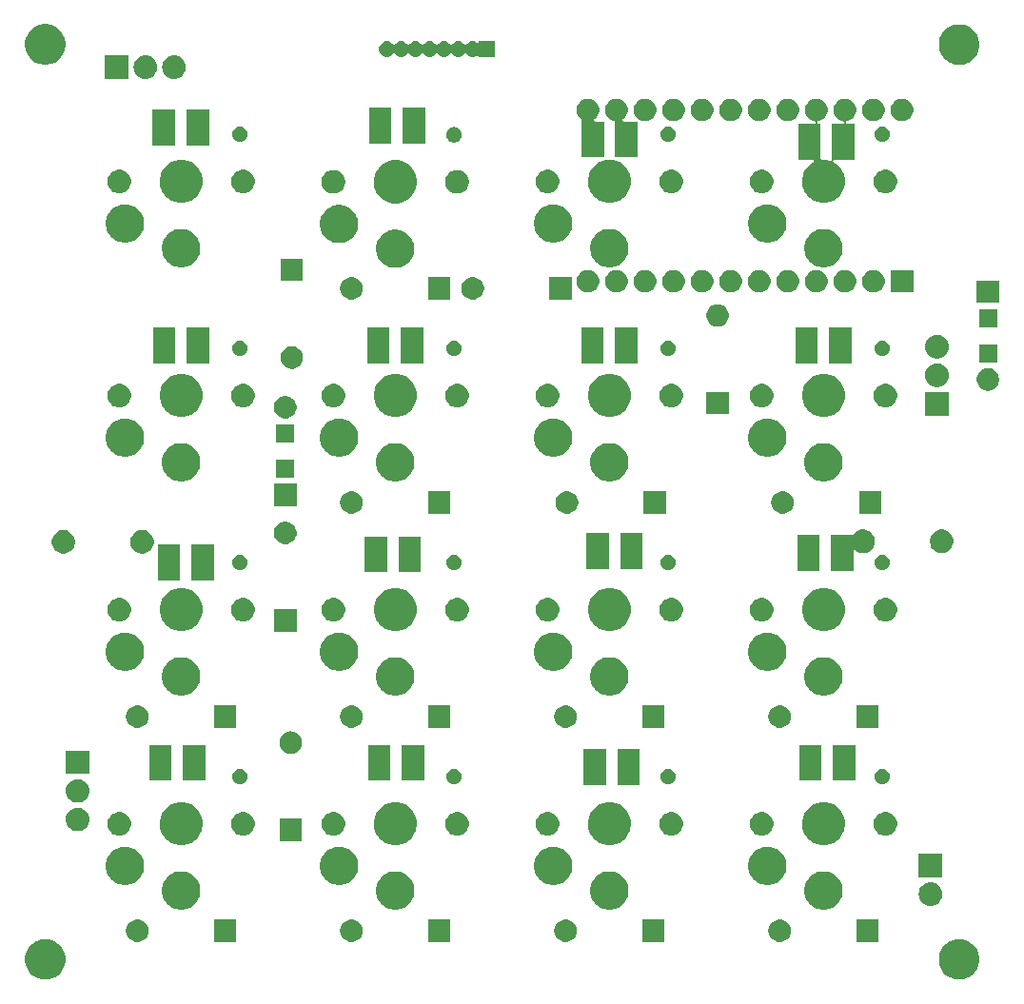
<source format=gbr>
G04 #@! TF.GenerationSoftware,KiCad,Pcbnew,(5.0.0-3-g5ebb6b6)*
G04 #@! TF.CreationDate,2019-06-24T17:05:22-07:00*
G04 #@! TF.ProjectId,arrowPad,6172726F775061642E6B696361645F70,rev?*
G04 #@! TF.SameCoordinates,Original*
G04 #@! TF.FileFunction,Soldermask,Top*
G04 #@! TF.FilePolarity,Negative*
%FSLAX46Y46*%
G04 Gerber Fmt 4.6, Leading zero omitted, Abs format (unit mm)*
G04 Created by KiCad (PCBNEW (5.0.0-3-g5ebb6b6)) date Monday, June 24, 2019 at 05:05:22 PM*
%MOMM*%
%LPD*%
G01*
G04 APERTURE LIST*
%ADD10C,0.100000*%
G04 APERTURE END LIST*
D10*
G36*
X200446822Y-132231115D02*
X200562741Y-132254173D01*
X200890320Y-132389861D01*
X200915328Y-132406571D01*
X201185136Y-132586851D01*
X201435849Y-132837564D01*
X201632840Y-133132382D01*
X201768527Y-133459960D01*
X201837700Y-133807714D01*
X201837700Y-134162286D01*
X201768527Y-134510040D01*
X201632840Y-134837618D01*
X201435849Y-135132436D01*
X201185136Y-135383149D01*
X201185133Y-135383151D01*
X200890320Y-135580139D01*
X200562741Y-135715827D01*
X200446822Y-135738885D01*
X200214986Y-135785000D01*
X199860414Y-135785000D01*
X199628578Y-135738885D01*
X199512659Y-135715827D01*
X199185080Y-135580139D01*
X198890267Y-135383151D01*
X198890264Y-135383149D01*
X198639551Y-135132436D01*
X198442560Y-134837618D01*
X198306873Y-134510040D01*
X198237700Y-134162286D01*
X198237700Y-133807714D01*
X198306873Y-133459960D01*
X198442560Y-133132382D01*
X198639551Y-132837564D01*
X198890264Y-132586851D01*
X199160072Y-132406571D01*
X199185080Y-132389861D01*
X199512659Y-132254173D01*
X199628578Y-132231115D01*
X199860414Y-132185000D01*
X200214986Y-132185000D01*
X200446822Y-132231115D01*
X200446822Y-132231115D01*
G37*
G36*
X119141422Y-132231115D02*
X119257341Y-132254173D01*
X119584920Y-132389861D01*
X119609928Y-132406571D01*
X119879736Y-132586851D01*
X120130449Y-132837564D01*
X120327440Y-133132382D01*
X120463127Y-133459960D01*
X120532300Y-133807714D01*
X120532300Y-134162286D01*
X120463127Y-134510040D01*
X120327440Y-134837618D01*
X120130449Y-135132436D01*
X119879736Y-135383149D01*
X119879733Y-135383151D01*
X119584920Y-135580139D01*
X119257341Y-135715827D01*
X119141422Y-135738885D01*
X118909586Y-135785000D01*
X118555014Y-135785000D01*
X118323178Y-135738885D01*
X118207259Y-135715827D01*
X117879680Y-135580139D01*
X117584867Y-135383151D01*
X117584864Y-135383149D01*
X117334151Y-135132436D01*
X117137160Y-134837618D01*
X117001473Y-134510040D01*
X116932300Y-134162286D01*
X116932300Y-133807714D01*
X117001473Y-133459960D01*
X117137160Y-133132382D01*
X117334151Y-132837564D01*
X117584864Y-132586851D01*
X117854672Y-132406571D01*
X117879680Y-132389861D01*
X118207259Y-132254173D01*
X118323178Y-132231115D01*
X118555014Y-132185000D01*
X118909586Y-132185000D01*
X119141422Y-132231115D01*
X119141422Y-132231115D01*
G37*
G36*
X173810000Y-132445000D02*
X171810000Y-132445000D01*
X171810000Y-130445000D01*
X173810000Y-130445000D01*
X173810000Y-132445000D01*
X173810000Y-132445000D01*
G37*
G36*
X165185770Y-130460372D02*
X165301689Y-130483429D01*
X165483678Y-130558811D01*
X165647463Y-130668249D01*
X165786751Y-130807537D01*
X165896189Y-130971322D01*
X165971571Y-131153311D01*
X166010000Y-131346509D01*
X166010000Y-131543491D01*
X165971571Y-131736689D01*
X165896189Y-131918678D01*
X165786751Y-132082463D01*
X165647463Y-132221751D01*
X165483678Y-132331189D01*
X165301689Y-132406571D01*
X165185770Y-132429628D01*
X165108493Y-132445000D01*
X164911507Y-132445000D01*
X164834230Y-132429628D01*
X164718311Y-132406571D01*
X164536322Y-132331189D01*
X164372537Y-132221751D01*
X164233249Y-132082463D01*
X164123811Y-131918678D01*
X164048429Y-131736689D01*
X164010000Y-131543491D01*
X164010000Y-131346509D01*
X164048429Y-131153311D01*
X164123811Y-130971322D01*
X164233249Y-130807537D01*
X164372537Y-130668249D01*
X164536322Y-130558811D01*
X164718311Y-130483429D01*
X164834230Y-130460372D01*
X164911507Y-130445000D01*
X165108493Y-130445000D01*
X165185770Y-130460372D01*
X165185770Y-130460372D01*
G37*
G36*
X154760000Y-132445000D02*
X152760000Y-132445000D01*
X152760000Y-130445000D01*
X154760000Y-130445000D01*
X154760000Y-132445000D01*
X154760000Y-132445000D01*
G37*
G36*
X146135770Y-130460372D02*
X146251689Y-130483429D01*
X146433678Y-130558811D01*
X146597463Y-130668249D01*
X146736751Y-130807537D01*
X146846189Y-130971322D01*
X146921571Y-131153311D01*
X146960000Y-131346509D01*
X146960000Y-131543491D01*
X146921571Y-131736689D01*
X146846189Y-131918678D01*
X146736751Y-132082463D01*
X146597463Y-132221751D01*
X146433678Y-132331189D01*
X146251689Y-132406571D01*
X146135770Y-132429628D01*
X146058493Y-132445000D01*
X145861507Y-132445000D01*
X145784230Y-132429628D01*
X145668311Y-132406571D01*
X145486322Y-132331189D01*
X145322537Y-132221751D01*
X145183249Y-132082463D01*
X145073811Y-131918678D01*
X144998429Y-131736689D01*
X144960000Y-131543491D01*
X144960000Y-131346509D01*
X144998429Y-131153311D01*
X145073811Y-130971322D01*
X145183249Y-130807537D01*
X145322537Y-130668249D01*
X145486322Y-130558811D01*
X145668311Y-130483429D01*
X145784230Y-130460372D01*
X145861507Y-130445000D01*
X146058493Y-130445000D01*
X146135770Y-130460372D01*
X146135770Y-130460372D01*
G37*
G36*
X135710000Y-132445000D02*
X133710000Y-132445000D01*
X133710000Y-130445000D01*
X135710000Y-130445000D01*
X135710000Y-132445000D01*
X135710000Y-132445000D01*
G37*
G36*
X127085770Y-130460372D02*
X127201689Y-130483429D01*
X127383678Y-130558811D01*
X127547463Y-130668249D01*
X127686751Y-130807537D01*
X127796189Y-130971322D01*
X127871571Y-131153311D01*
X127910000Y-131346509D01*
X127910000Y-131543491D01*
X127871571Y-131736689D01*
X127796189Y-131918678D01*
X127686751Y-132082463D01*
X127547463Y-132221751D01*
X127383678Y-132331189D01*
X127201689Y-132406571D01*
X127085770Y-132429628D01*
X127008493Y-132445000D01*
X126811507Y-132445000D01*
X126734230Y-132429628D01*
X126618311Y-132406571D01*
X126436322Y-132331189D01*
X126272537Y-132221751D01*
X126133249Y-132082463D01*
X126023811Y-131918678D01*
X125948429Y-131736689D01*
X125910000Y-131543491D01*
X125910000Y-131346509D01*
X125948429Y-131153311D01*
X126023811Y-130971322D01*
X126133249Y-130807537D01*
X126272537Y-130668249D01*
X126436322Y-130558811D01*
X126618311Y-130483429D01*
X126734230Y-130460372D01*
X126811507Y-130445000D01*
X127008493Y-130445000D01*
X127085770Y-130460372D01*
X127085770Y-130460372D01*
G37*
G36*
X192860000Y-132445000D02*
X190860000Y-132445000D01*
X190860000Y-130445000D01*
X192860000Y-130445000D01*
X192860000Y-132445000D01*
X192860000Y-132445000D01*
G37*
G36*
X184235770Y-130460372D02*
X184351689Y-130483429D01*
X184533678Y-130558811D01*
X184697463Y-130668249D01*
X184836751Y-130807537D01*
X184946189Y-130971322D01*
X185021571Y-131153311D01*
X185060000Y-131346509D01*
X185060000Y-131543491D01*
X185021571Y-131736689D01*
X184946189Y-131918678D01*
X184836751Y-132082463D01*
X184697463Y-132221751D01*
X184533678Y-132331189D01*
X184351689Y-132406571D01*
X184235770Y-132429628D01*
X184158493Y-132445000D01*
X183961507Y-132445000D01*
X183884230Y-132429628D01*
X183768311Y-132406571D01*
X183586322Y-132331189D01*
X183422537Y-132221751D01*
X183283249Y-132082463D01*
X183173811Y-131918678D01*
X183098429Y-131736689D01*
X183060000Y-131543491D01*
X183060000Y-131346509D01*
X183098429Y-131153311D01*
X183173811Y-130971322D01*
X183283249Y-130807537D01*
X183422537Y-130668249D01*
X183586322Y-130558811D01*
X183768311Y-130483429D01*
X183884230Y-130460372D01*
X183961507Y-130445000D01*
X184158493Y-130445000D01*
X184235770Y-130460372D01*
X184235770Y-130460372D01*
G37*
G36*
X188346393Y-126213553D02*
X188455872Y-126235330D01*
X188765252Y-126363479D01*
X189043687Y-126549523D01*
X189280477Y-126786313D01*
X189466521Y-127064748D01*
X189594670Y-127374128D01*
X189660000Y-127702565D01*
X189660000Y-128037435D01*
X189594670Y-128365872D01*
X189466521Y-128675252D01*
X189280477Y-128953687D01*
X189043687Y-129190477D01*
X188765252Y-129376521D01*
X188455872Y-129504670D01*
X188346393Y-129526447D01*
X188127437Y-129570000D01*
X187792563Y-129570000D01*
X187573607Y-129526447D01*
X187464128Y-129504670D01*
X187154748Y-129376521D01*
X186876313Y-129190477D01*
X186639523Y-128953687D01*
X186453479Y-128675252D01*
X186325330Y-128365872D01*
X186260000Y-128037435D01*
X186260000Y-127702565D01*
X186325330Y-127374128D01*
X186453479Y-127064748D01*
X186639523Y-126786313D01*
X186876313Y-126549523D01*
X187154748Y-126363479D01*
X187464128Y-126235330D01*
X187573607Y-126213553D01*
X187792563Y-126170000D01*
X188127437Y-126170000D01*
X188346393Y-126213553D01*
X188346393Y-126213553D01*
G37*
G36*
X169296393Y-126213553D02*
X169405872Y-126235330D01*
X169715252Y-126363479D01*
X169993687Y-126549523D01*
X170230477Y-126786313D01*
X170416521Y-127064748D01*
X170544670Y-127374128D01*
X170610000Y-127702565D01*
X170610000Y-128037435D01*
X170544670Y-128365872D01*
X170416521Y-128675252D01*
X170230477Y-128953687D01*
X169993687Y-129190477D01*
X169715252Y-129376521D01*
X169405872Y-129504670D01*
X169296393Y-129526447D01*
X169077437Y-129570000D01*
X168742563Y-129570000D01*
X168523607Y-129526447D01*
X168414128Y-129504670D01*
X168104748Y-129376521D01*
X167826313Y-129190477D01*
X167589523Y-128953687D01*
X167403479Y-128675252D01*
X167275330Y-128365872D01*
X167210000Y-128037435D01*
X167210000Y-127702565D01*
X167275330Y-127374128D01*
X167403479Y-127064748D01*
X167589523Y-126786313D01*
X167826313Y-126549523D01*
X168104748Y-126363479D01*
X168414128Y-126235330D01*
X168523607Y-126213553D01*
X168742563Y-126170000D01*
X169077437Y-126170000D01*
X169296393Y-126213553D01*
X169296393Y-126213553D01*
G37*
G36*
X150246393Y-126213553D02*
X150355872Y-126235330D01*
X150665252Y-126363479D01*
X150943687Y-126549523D01*
X151180477Y-126786313D01*
X151366521Y-127064748D01*
X151494670Y-127374128D01*
X151560000Y-127702565D01*
X151560000Y-128037435D01*
X151494670Y-128365872D01*
X151366521Y-128675252D01*
X151180477Y-128953687D01*
X150943687Y-129190477D01*
X150665252Y-129376521D01*
X150355872Y-129504670D01*
X150246393Y-129526447D01*
X150027437Y-129570000D01*
X149692563Y-129570000D01*
X149473607Y-129526447D01*
X149364128Y-129504670D01*
X149054748Y-129376521D01*
X148776313Y-129190477D01*
X148539523Y-128953687D01*
X148353479Y-128675252D01*
X148225330Y-128365872D01*
X148160000Y-128037435D01*
X148160000Y-127702565D01*
X148225330Y-127374128D01*
X148353479Y-127064748D01*
X148539523Y-126786313D01*
X148776313Y-126549523D01*
X149054748Y-126363479D01*
X149364128Y-126235330D01*
X149473607Y-126213553D01*
X149692563Y-126170000D01*
X150027437Y-126170000D01*
X150246393Y-126213553D01*
X150246393Y-126213553D01*
G37*
G36*
X131196393Y-126213553D02*
X131305872Y-126235330D01*
X131615252Y-126363479D01*
X131893687Y-126549523D01*
X132130477Y-126786313D01*
X132316521Y-127064748D01*
X132444670Y-127374128D01*
X132510000Y-127702565D01*
X132510000Y-128037435D01*
X132444670Y-128365872D01*
X132316521Y-128675252D01*
X132130477Y-128953687D01*
X131893687Y-129190477D01*
X131615252Y-129376521D01*
X131305872Y-129504670D01*
X131196393Y-129526447D01*
X130977437Y-129570000D01*
X130642563Y-129570000D01*
X130423607Y-129526447D01*
X130314128Y-129504670D01*
X130004748Y-129376521D01*
X129726313Y-129190477D01*
X129489523Y-128953687D01*
X129303479Y-128675252D01*
X129175330Y-128365872D01*
X129110000Y-128037435D01*
X129110000Y-127702565D01*
X129175330Y-127374128D01*
X129303479Y-127064748D01*
X129489523Y-126786313D01*
X129726313Y-126549523D01*
X130004748Y-126363479D01*
X130314128Y-126235330D01*
X130423607Y-126213553D01*
X130642563Y-126170000D01*
X130977437Y-126170000D01*
X131196393Y-126213553D01*
X131196393Y-126213553D01*
G37*
G36*
X197613707Y-127125997D02*
X197690836Y-127133593D01*
X197822787Y-127173620D01*
X197888763Y-127193633D01*
X198071172Y-127291133D01*
X198231054Y-127422346D01*
X198362267Y-127582228D01*
X198459767Y-127764637D01*
X198459767Y-127764638D01*
X198519807Y-127962564D01*
X198540080Y-128168400D01*
X198519807Y-128374236D01*
X198479780Y-128506187D01*
X198459767Y-128572163D01*
X198362267Y-128754572D01*
X198231054Y-128914454D01*
X198071172Y-129045667D01*
X197888763Y-129143167D01*
X197822787Y-129163180D01*
X197690836Y-129203207D01*
X197613707Y-129210803D01*
X197536580Y-129218400D01*
X197433420Y-129218400D01*
X197356293Y-129210803D01*
X197279164Y-129203207D01*
X197147213Y-129163180D01*
X197081237Y-129143167D01*
X196898828Y-129045667D01*
X196738946Y-128914454D01*
X196607733Y-128754572D01*
X196510233Y-128572163D01*
X196490220Y-128506187D01*
X196450193Y-128374236D01*
X196429920Y-128168400D01*
X196450193Y-127962564D01*
X196510233Y-127764638D01*
X196510233Y-127764637D01*
X196607733Y-127582228D01*
X196738946Y-127422346D01*
X196898828Y-127291133D01*
X197081237Y-127193633D01*
X197147213Y-127173620D01*
X197279164Y-127133593D01*
X197356293Y-127125997D01*
X197433420Y-127118400D01*
X197536580Y-127118400D01*
X197613707Y-127125997D01*
X197613707Y-127125997D01*
G37*
G36*
X183346393Y-124013553D02*
X183455872Y-124035330D01*
X183765252Y-124163479D01*
X184043687Y-124349523D01*
X184280477Y-124586313D01*
X184466521Y-124864748D01*
X184594670Y-125174128D01*
X184660000Y-125502565D01*
X184660000Y-125837435D01*
X184594670Y-126165872D01*
X184466521Y-126475252D01*
X184280477Y-126753687D01*
X184043687Y-126990477D01*
X183765252Y-127176521D01*
X183455872Y-127304670D01*
X183346393Y-127326447D01*
X183127437Y-127370000D01*
X182792563Y-127370000D01*
X182573607Y-127326447D01*
X182464128Y-127304670D01*
X182154748Y-127176521D01*
X181876313Y-126990477D01*
X181639523Y-126753687D01*
X181453479Y-126475252D01*
X181325330Y-126165872D01*
X181260000Y-125837435D01*
X181260000Y-125502565D01*
X181325330Y-125174128D01*
X181453479Y-124864748D01*
X181639523Y-124586313D01*
X181876313Y-124349523D01*
X182154748Y-124163479D01*
X182464128Y-124035330D01*
X182573607Y-124013553D01*
X182792563Y-123970000D01*
X183127437Y-123970000D01*
X183346393Y-124013553D01*
X183346393Y-124013553D01*
G37*
G36*
X164296393Y-124013553D02*
X164405872Y-124035330D01*
X164715252Y-124163479D01*
X164993687Y-124349523D01*
X165230477Y-124586313D01*
X165416521Y-124864748D01*
X165544670Y-125174128D01*
X165610000Y-125502565D01*
X165610000Y-125837435D01*
X165544670Y-126165872D01*
X165416521Y-126475252D01*
X165230477Y-126753687D01*
X164993687Y-126990477D01*
X164715252Y-127176521D01*
X164405872Y-127304670D01*
X164296393Y-127326447D01*
X164077437Y-127370000D01*
X163742563Y-127370000D01*
X163523607Y-127326447D01*
X163414128Y-127304670D01*
X163104748Y-127176521D01*
X162826313Y-126990477D01*
X162589523Y-126753687D01*
X162403479Y-126475252D01*
X162275330Y-126165872D01*
X162210000Y-125837435D01*
X162210000Y-125502565D01*
X162275330Y-125174128D01*
X162403479Y-124864748D01*
X162589523Y-124586313D01*
X162826313Y-124349523D01*
X163104748Y-124163479D01*
X163414128Y-124035330D01*
X163523607Y-124013553D01*
X163742563Y-123970000D01*
X164077437Y-123970000D01*
X164296393Y-124013553D01*
X164296393Y-124013553D01*
G37*
G36*
X145246393Y-124013553D02*
X145355872Y-124035330D01*
X145665252Y-124163479D01*
X145943687Y-124349523D01*
X146180477Y-124586313D01*
X146366521Y-124864748D01*
X146494670Y-125174128D01*
X146560000Y-125502565D01*
X146560000Y-125837435D01*
X146494670Y-126165872D01*
X146366521Y-126475252D01*
X146180477Y-126753687D01*
X145943687Y-126990477D01*
X145665252Y-127176521D01*
X145355872Y-127304670D01*
X145246393Y-127326447D01*
X145027437Y-127370000D01*
X144692563Y-127370000D01*
X144473607Y-127326447D01*
X144364128Y-127304670D01*
X144054748Y-127176521D01*
X143776313Y-126990477D01*
X143539523Y-126753687D01*
X143353479Y-126475252D01*
X143225330Y-126165872D01*
X143160000Y-125837435D01*
X143160000Y-125502565D01*
X143225330Y-125174128D01*
X143353479Y-124864748D01*
X143539523Y-124586313D01*
X143776313Y-124349523D01*
X144054748Y-124163479D01*
X144364128Y-124035330D01*
X144473607Y-124013553D01*
X144692563Y-123970000D01*
X145027437Y-123970000D01*
X145246393Y-124013553D01*
X145246393Y-124013553D01*
G37*
G36*
X126196393Y-124013553D02*
X126305872Y-124035330D01*
X126615252Y-124163479D01*
X126893687Y-124349523D01*
X127130477Y-124586313D01*
X127316521Y-124864748D01*
X127444670Y-125174128D01*
X127510000Y-125502565D01*
X127510000Y-125837435D01*
X127444670Y-126165872D01*
X127316521Y-126475252D01*
X127130477Y-126753687D01*
X126893687Y-126990477D01*
X126615252Y-127176521D01*
X126305872Y-127304670D01*
X126196393Y-127326447D01*
X125977437Y-127370000D01*
X125642563Y-127370000D01*
X125423607Y-127326447D01*
X125314128Y-127304670D01*
X125004748Y-127176521D01*
X124726313Y-126990477D01*
X124489523Y-126753687D01*
X124303479Y-126475252D01*
X124175330Y-126165872D01*
X124110000Y-125837435D01*
X124110000Y-125502565D01*
X124175330Y-125174128D01*
X124303479Y-124864748D01*
X124489523Y-124586313D01*
X124726313Y-124349523D01*
X125004748Y-124163479D01*
X125314128Y-124035330D01*
X125423607Y-124013553D01*
X125642563Y-123970000D01*
X125977437Y-123970000D01*
X126196393Y-124013553D01*
X126196393Y-124013553D01*
G37*
G36*
X198535000Y-126678400D02*
X196435000Y-126678400D01*
X196435000Y-124578400D01*
X198535000Y-124578400D01*
X198535000Y-126678400D01*
X198535000Y-126678400D01*
G37*
G36*
X188518436Y-120079073D02*
X188518438Y-120079074D01*
X188518439Y-120079074D01*
X188866856Y-120223393D01*
X189180425Y-120432913D01*
X189447087Y-120699575D01*
X189447089Y-120699578D01*
X189656607Y-121013144D01*
X189789164Y-121333164D01*
X189800927Y-121361564D01*
X189874500Y-121731437D01*
X189874500Y-122108563D01*
X189812991Y-122417788D01*
X189800926Y-122478439D01*
X189761423Y-122573807D01*
X189656607Y-122826856D01*
X189447087Y-123140425D01*
X189180425Y-123407087D01*
X189180422Y-123407089D01*
X188866856Y-123616607D01*
X188518439Y-123760926D01*
X188518438Y-123760926D01*
X188518436Y-123760927D01*
X188148563Y-123834500D01*
X187771437Y-123834500D01*
X187401564Y-123760927D01*
X187401562Y-123760926D01*
X187401561Y-123760926D01*
X187053144Y-123616607D01*
X186739578Y-123407089D01*
X186739575Y-123407087D01*
X186472913Y-123140425D01*
X186263393Y-122826856D01*
X186158577Y-122573807D01*
X186119074Y-122478439D01*
X186107010Y-122417788D01*
X186045500Y-122108563D01*
X186045500Y-121731437D01*
X186119073Y-121361564D01*
X186130837Y-121333164D01*
X186263393Y-121013144D01*
X186472911Y-120699578D01*
X186472913Y-120699575D01*
X186739575Y-120432913D01*
X187053144Y-120223393D01*
X187401561Y-120079074D01*
X187401562Y-120079074D01*
X187401564Y-120079073D01*
X187771437Y-120005500D01*
X188148563Y-120005500D01*
X188518436Y-120079073D01*
X188518436Y-120079073D01*
G37*
G36*
X169468436Y-120079073D02*
X169468438Y-120079074D01*
X169468439Y-120079074D01*
X169816856Y-120223393D01*
X170130425Y-120432913D01*
X170397087Y-120699575D01*
X170397089Y-120699578D01*
X170606607Y-121013144D01*
X170739164Y-121333164D01*
X170750927Y-121361564D01*
X170824500Y-121731437D01*
X170824500Y-122108563D01*
X170762991Y-122417788D01*
X170750926Y-122478439D01*
X170711423Y-122573807D01*
X170606607Y-122826856D01*
X170397087Y-123140425D01*
X170130425Y-123407087D01*
X170130422Y-123407089D01*
X169816856Y-123616607D01*
X169468439Y-123760926D01*
X169468438Y-123760926D01*
X169468436Y-123760927D01*
X169098563Y-123834500D01*
X168721437Y-123834500D01*
X168351564Y-123760927D01*
X168351562Y-123760926D01*
X168351561Y-123760926D01*
X168003144Y-123616607D01*
X167689578Y-123407089D01*
X167689575Y-123407087D01*
X167422913Y-123140425D01*
X167213393Y-122826856D01*
X167108577Y-122573807D01*
X167069074Y-122478439D01*
X167057010Y-122417788D01*
X166995500Y-122108563D01*
X166995500Y-121731437D01*
X167069073Y-121361564D01*
X167080837Y-121333164D01*
X167213393Y-121013144D01*
X167422911Y-120699578D01*
X167422913Y-120699575D01*
X167689575Y-120432913D01*
X168003144Y-120223393D01*
X168351561Y-120079074D01*
X168351562Y-120079074D01*
X168351564Y-120079073D01*
X168721437Y-120005500D01*
X169098563Y-120005500D01*
X169468436Y-120079073D01*
X169468436Y-120079073D01*
G37*
G36*
X150418436Y-120079073D02*
X150418438Y-120079074D01*
X150418439Y-120079074D01*
X150766856Y-120223393D01*
X151080425Y-120432913D01*
X151347087Y-120699575D01*
X151347089Y-120699578D01*
X151556607Y-121013144D01*
X151689164Y-121333164D01*
X151700927Y-121361564D01*
X151774500Y-121731437D01*
X151774500Y-122108563D01*
X151712991Y-122417788D01*
X151700926Y-122478439D01*
X151661423Y-122573807D01*
X151556607Y-122826856D01*
X151347087Y-123140425D01*
X151080425Y-123407087D01*
X151080422Y-123407089D01*
X150766856Y-123616607D01*
X150418439Y-123760926D01*
X150418438Y-123760926D01*
X150418436Y-123760927D01*
X150048563Y-123834500D01*
X149671437Y-123834500D01*
X149301564Y-123760927D01*
X149301562Y-123760926D01*
X149301561Y-123760926D01*
X148953144Y-123616607D01*
X148639578Y-123407089D01*
X148639575Y-123407087D01*
X148372913Y-123140425D01*
X148163393Y-122826856D01*
X148058577Y-122573807D01*
X148019074Y-122478439D01*
X148007010Y-122417788D01*
X147945500Y-122108563D01*
X147945500Y-121731437D01*
X148019073Y-121361564D01*
X148030837Y-121333164D01*
X148163393Y-121013144D01*
X148372911Y-120699578D01*
X148372913Y-120699575D01*
X148639575Y-120432913D01*
X148953144Y-120223393D01*
X149301561Y-120079074D01*
X149301562Y-120079074D01*
X149301564Y-120079073D01*
X149671437Y-120005500D01*
X150048563Y-120005500D01*
X150418436Y-120079073D01*
X150418436Y-120079073D01*
G37*
G36*
X131368436Y-120079073D02*
X131368438Y-120079074D01*
X131368439Y-120079074D01*
X131716856Y-120223393D01*
X132030425Y-120432913D01*
X132297087Y-120699575D01*
X132297089Y-120699578D01*
X132506607Y-121013144D01*
X132639164Y-121333164D01*
X132650927Y-121361564D01*
X132724500Y-121731437D01*
X132724500Y-122108563D01*
X132662991Y-122417788D01*
X132650926Y-122478439D01*
X132611423Y-122573807D01*
X132506607Y-122826856D01*
X132297087Y-123140425D01*
X132030425Y-123407087D01*
X132030422Y-123407089D01*
X131716856Y-123616607D01*
X131368439Y-123760926D01*
X131368438Y-123760926D01*
X131368436Y-123760927D01*
X130998563Y-123834500D01*
X130621437Y-123834500D01*
X130251564Y-123760927D01*
X130251562Y-123760926D01*
X130251561Y-123760926D01*
X129903144Y-123616607D01*
X129589578Y-123407089D01*
X129589575Y-123407087D01*
X129322913Y-123140425D01*
X129113393Y-122826856D01*
X129008577Y-122573807D01*
X128969074Y-122478439D01*
X128957010Y-122417788D01*
X128895500Y-122108563D01*
X128895500Y-121731437D01*
X128969073Y-121361564D01*
X128980837Y-121333164D01*
X129113393Y-121013144D01*
X129322911Y-120699578D01*
X129322913Y-120699575D01*
X129589575Y-120432913D01*
X129903144Y-120223393D01*
X130251561Y-120079074D01*
X130251562Y-120079074D01*
X130251564Y-120079073D01*
X130621437Y-120005500D01*
X130998563Y-120005500D01*
X131368436Y-120079073D01*
X131368436Y-120079073D01*
G37*
G36*
X141550900Y-123492600D02*
X139550900Y-123492600D01*
X139550900Y-121492600D01*
X141550900Y-121492600D01*
X141550900Y-123492600D01*
X141550900Y-123492600D01*
G37*
G36*
X155565020Y-120889292D02*
X155666536Y-120909485D01*
X155857788Y-120988704D01*
X156028749Y-121102937D01*
X156029913Y-121103715D01*
X156176285Y-121250087D01*
X156176287Y-121250090D01*
X156291296Y-121422212D01*
X156370515Y-121613464D01*
X156410900Y-121816495D01*
X156410900Y-122023505D01*
X156370515Y-122226536D01*
X156291296Y-122417788D01*
X156250772Y-122478436D01*
X156176285Y-122589913D01*
X156029913Y-122736285D01*
X156029910Y-122736287D01*
X155857788Y-122851296D01*
X155666536Y-122930515D01*
X155565020Y-122950708D01*
X155463506Y-122970900D01*
X155256494Y-122970900D01*
X155154980Y-122950708D01*
X155053464Y-122930515D01*
X154862212Y-122851296D01*
X154690090Y-122736287D01*
X154690087Y-122736285D01*
X154543715Y-122589913D01*
X154469228Y-122478436D01*
X154428704Y-122417788D01*
X154349485Y-122226536D01*
X154309100Y-122023505D01*
X154309100Y-121816495D01*
X154349485Y-121613464D01*
X154428704Y-121422212D01*
X154543713Y-121250090D01*
X154543715Y-121250087D01*
X154690087Y-121103715D01*
X154691251Y-121102937D01*
X154862212Y-120988704D01*
X155053464Y-120909485D01*
X155154980Y-120889292D01*
X155256494Y-120869100D01*
X155463506Y-120869100D01*
X155565020Y-120889292D01*
X155565020Y-120889292D01*
G37*
G36*
X125515020Y-120889292D02*
X125616536Y-120909485D01*
X125807788Y-120988704D01*
X125978749Y-121102937D01*
X125979913Y-121103715D01*
X126126285Y-121250087D01*
X126126287Y-121250090D01*
X126241296Y-121422212D01*
X126320515Y-121613464D01*
X126360900Y-121816495D01*
X126360900Y-122023505D01*
X126320515Y-122226536D01*
X126241296Y-122417788D01*
X126200772Y-122478436D01*
X126126285Y-122589913D01*
X125979913Y-122736285D01*
X125979910Y-122736287D01*
X125807788Y-122851296D01*
X125616536Y-122930515D01*
X125515020Y-122950708D01*
X125413506Y-122970900D01*
X125206494Y-122970900D01*
X125104980Y-122950708D01*
X125003464Y-122930515D01*
X124812212Y-122851296D01*
X124640090Y-122736287D01*
X124640087Y-122736285D01*
X124493715Y-122589913D01*
X124419228Y-122478436D01*
X124378704Y-122417788D01*
X124299485Y-122226536D01*
X124259100Y-122023505D01*
X124259100Y-121816495D01*
X124299485Y-121613464D01*
X124378704Y-121422212D01*
X124493713Y-121250090D01*
X124493715Y-121250087D01*
X124640087Y-121103715D01*
X124641251Y-121102937D01*
X124812212Y-120988704D01*
X125003464Y-120909485D01*
X125104980Y-120889292D01*
X125206494Y-120869100D01*
X125413506Y-120869100D01*
X125515020Y-120889292D01*
X125515020Y-120889292D01*
G37*
G36*
X163615020Y-120889292D02*
X163716536Y-120909485D01*
X163907788Y-120988704D01*
X164078749Y-121102937D01*
X164079913Y-121103715D01*
X164226285Y-121250087D01*
X164226287Y-121250090D01*
X164341296Y-121422212D01*
X164420515Y-121613464D01*
X164460900Y-121816495D01*
X164460900Y-122023505D01*
X164420515Y-122226536D01*
X164341296Y-122417788D01*
X164300772Y-122478436D01*
X164226285Y-122589913D01*
X164079913Y-122736285D01*
X164079910Y-122736287D01*
X163907788Y-122851296D01*
X163716536Y-122930515D01*
X163615020Y-122950708D01*
X163513506Y-122970900D01*
X163306494Y-122970900D01*
X163204980Y-122950708D01*
X163103464Y-122930515D01*
X162912212Y-122851296D01*
X162740090Y-122736287D01*
X162740087Y-122736285D01*
X162593715Y-122589913D01*
X162519228Y-122478436D01*
X162478704Y-122417788D01*
X162399485Y-122226536D01*
X162359100Y-122023505D01*
X162359100Y-121816495D01*
X162399485Y-121613464D01*
X162478704Y-121422212D01*
X162593713Y-121250090D01*
X162593715Y-121250087D01*
X162740087Y-121103715D01*
X162741251Y-121102937D01*
X162912212Y-120988704D01*
X163103464Y-120909485D01*
X163204980Y-120889292D01*
X163306494Y-120869100D01*
X163513506Y-120869100D01*
X163615020Y-120889292D01*
X163615020Y-120889292D01*
G37*
G36*
X144565020Y-120889292D02*
X144666536Y-120909485D01*
X144857788Y-120988704D01*
X145028749Y-121102937D01*
X145029913Y-121103715D01*
X145176285Y-121250087D01*
X145176287Y-121250090D01*
X145291296Y-121422212D01*
X145370515Y-121613464D01*
X145410900Y-121816495D01*
X145410900Y-122023505D01*
X145370515Y-122226536D01*
X145291296Y-122417788D01*
X145250772Y-122478436D01*
X145176285Y-122589913D01*
X145029913Y-122736285D01*
X145029910Y-122736287D01*
X144857788Y-122851296D01*
X144666536Y-122930515D01*
X144565020Y-122950708D01*
X144463506Y-122970900D01*
X144256494Y-122970900D01*
X144154980Y-122950708D01*
X144053464Y-122930515D01*
X143862212Y-122851296D01*
X143690090Y-122736287D01*
X143690087Y-122736285D01*
X143543715Y-122589913D01*
X143469228Y-122478436D01*
X143428704Y-122417788D01*
X143349485Y-122226536D01*
X143309100Y-122023505D01*
X143309100Y-121816495D01*
X143349485Y-121613464D01*
X143428704Y-121422212D01*
X143543713Y-121250090D01*
X143543715Y-121250087D01*
X143690087Y-121103715D01*
X143691251Y-121102937D01*
X143862212Y-120988704D01*
X144053464Y-120909485D01*
X144154980Y-120889292D01*
X144256494Y-120869100D01*
X144463506Y-120869100D01*
X144565020Y-120889292D01*
X144565020Y-120889292D01*
G37*
G36*
X174615020Y-120889292D02*
X174716536Y-120909485D01*
X174907788Y-120988704D01*
X175078749Y-121102937D01*
X175079913Y-121103715D01*
X175226285Y-121250087D01*
X175226287Y-121250090D01*
X175341296Y-121422212D01*
X175420515Y-121613464D01*
X175460900Y-121816495D01*
X175460900Y-122023505D01*
X175420515Y-122226536D01*
X175341296Y-122417788D01*
X175300772Y-122478436D01*
X175226285Y-122589913D01*
X175079913Y-122736285D01*
X175079910Y-122736287D01*
X174907788Y-122851296D01*
X174716536Y-122930515D01*
X174615020Y-122950708D01*
X174513506Y-122970900D01*
X174306494Y-122970900D01*
X174204980Y-122950708D01*
X174103464Y-122930515D01*
X173912212Y-122851296D01*
X173740090Y-122736287D01*
X173740087Y-122736285D01*
X173593715Y-122589913D01*
X173519228Y-122478436D01*
X173478704Y-122417788D01*
X173399485Y-122226536D01*
X173359100Y-122023505D01*
X173359100Y-121816495D01*
X173399485Y-121613464D01*
X173478704Y-121422212D01*
X173593713Y-121250090D01*
X173593715Y-121250087D01*
X173740087Y-121103715D01*
X173741251Y-121102937D01*
X173912212Y-120988704D01*
X174103464Y-120909485D01*
X174204980Y-120889292D01*
X174306494Y-120869100D01*
X174513506Y-120869100D01*
X174615020Y-120889292D01*
X174615020Y-120889292D01*
G37*
G36*
X182665020Y-120889292D02*
X182766536Y-120909485D01*
X182957788Y-120988704D01*
X183128749Y-121102937D01*
X183129913Y-121103715D01*
X183276285Y-121250087D01*
X183276287Y-121250090D01*
X183391296Y-121422212D01*
X183470515Y-121613464D01*
X183510900Y-121816495D01*
X183510900Y-122023505D01*
X183470515Y-122226536D01*
X183391296Y-122417788D01*
X183350772Y-122478436D01*
X183276285Y-122589913D01*
X183129913Y-122736285D01*
X183129910Y-122736287D01*
X182957788Y-122851296D01*
X182766536Y-122930515D01*
X182665020Y-122950708D01*
X182563506Y-122970900D01*
X182356494Y-122970900D01*
X182254980Y-122950708D01*
X182153464Y-122930515D01*
X181962212Y-122851296D01*
X181790090Y-122736287D01*
X181790087Y-122736285D01*
X181643715Y-122589913D01*
X181569228Y-122478436D01*
X181528704Y-122417788D01*
X181449485Y-122226536D01*
X181409100Y-122023505D01*
X181409100Y-121816495D01*
X181449485Y-121613464D01*
X181528704Y-121422212D01*
X181643713Y-121250090D01*
X181643715Y-121250087D01*
X181790087Y-121103715D01*
X181791251Y-121102937D01*
X181962212Y-120988704D01*
X182153464Y-120909485D01*
X182254980Y-120889292D01*
X182356494Y-120869100D01*
X182563506Y-120869100D01*
X182665020Y-120889292D01*
X182665020Y-120889292D01*
G37*
G36*
X136515020Y-120889292D02*
X136616536Y-120909485D01*
X136807788Y-120988704D01*
X136978749Y-121102937D01*
X136979913Y-121103715D01*
X137126285Y-121250087D01*
X137126287Y-121250090D01*
X137241296Y-121422212D01*
X137320515Y-121613464D01*
X137360900Y-121816495D01*
X137360900Y-122023505D01*
X137320515Y-122226536D01*
X137241296Y-122417788D01*
X137200772Y-122478436D01*
X137126285Y-122589913D01*
X136979913Y-122736285D01*
X136979910Y-122736287D01*
X136807788Y-122851296D01*
X136616536Y-122930515D01*
X136515020Y-122950708D01*
X136413506Y-122970900D01*
X136206494Y-122970900D01*
X136104980Y-122950708D01*
X136003464Y-122930515D01*
X135812212Y-122851296D01*
X135640090Y-122736287D01*
X135640087Y-122736285D01*
X135493715Y-122589913D01*
X135419228Y-122478436D01*
X135378704Y-122417788D01*
X135299485Y-122226536D01*
X135259100Y-122023505D01*
X135259100Y-121816495D01*
X135299485Y-121613464D01*
X135378704Y-121422212D01*
X135493713Y-121250090D01*
X135493715Y-121250087D01*
X135640087Y-121103715D01*
X135641251Y-121102937D01*
X135812212Y-120988704D01*
X136003464Y-120909485D01*
X136104980Y-120889292D01*
X136206494Y-120869100D01*
X136413506Y-120869100D01*
X136515020Y-120889292D01*
X136515020Y-120889292D01*
G37*
G36*
X193665020Y-120889292D02*
X193766536Y-120909485D01*
X193957788Y-120988704D01*
X194128749Y-121102937D01*
X194129913Y-121103715D01*
X194276285Y-121250087D01*
X194276287Y-121250090D01*
X194391296Y-121422212D01*
X194470515Y-121613464D01*
X194510900Y-121816495D01*
X194510900Y-122023505D01*
X194470515Y-122226536D01*
X194391296Y-122417788D01*
X194350772Y-122478436D01*
X194276285Y-122589913D01*
X194129913Y-122736285D01*
X194129910Y-122736287D01*
X193957788Y-122851296D01*
X193766536Y-122930515D01*
X193665020Y-122950708D01*
X193563506Y-122970900D01*
X193356494Y-122970900D01*
X193254980Y-122950708D01*
X193153464Y-122930515D01*
X192962212Y-122851296D01*
X192790090Y-122736287D01*
X192790087Y-122736285D01*
X192643715Y-122589913D01*
X192569228Y-122478436D01*
X192528704Y-122417788D01*
X192449485Y-122226536D01*
X192409100Y-122023505D01*
X192409100Y-121816495D01*
X192449485Y-121613464D01*
X192528704Y-121422212D01*
X192643713Y-121250090D01*
X192643715Y-121250087D01*
X192790087Y-121103715D01*
X192791251Y-121102937D01*
X192962212Y-120988704D01*
X193153464Y-120909485D01*
X193254980Y-120889292D01*
X193356494Y-120869100D01*
X193563506Y-120869100D01*
X193665020Y-120889292D01*
X193665020Y-120889292D01*
G37*
G36*
X121743907Y-120496596D02*
X121821036Y-120504193D01*
X121952987Y-120544220D01*
X122018963Y-120564233D01*
X122201372Y-120661733D01*
X122361254Y-120792946D01*
X122492467Y-120952828D01*
X122589967Y-121135237D01*
X122589967Y-121135238D01*
X122650007Y-121333164D01*
X122670280Y-121539000D01*
X122650007Y-121744836D01*
X122609980Y-121876787D01*
X122589967Y-121942763D01*
X122492467Y-122125172D01*
X122361254Y-122285054D01*
X122201372Y-122416267D01*
X122018963Y-122513767D01*
X121952987Y-122533780D01*
X121821036Y-122573807D01*
X121743907Y-122581404D01*
X121666780Y-122589000D01*
X121563620Y-122589000D01*
X121486493Y-122581404D01*
X121409364Y-122573807D01*
X121277413Y-122533780D01*
X121211437Y-122513767D01*
X121029028Y-122416267D01*
X120869146Y-122285054D01*
X120737933Y-122125172D01*
X120640433Y-121942763D01*
X120620420Y-121876787D01*
X120580393Y-121744836D01*
X120560120Y-121539000D01*
X120580393Y-121333164D01*
X120640433Y-121135238D01*
X120640433Y-121135237D01*
X120737933Y-120952828D01*
X120869146Y-120792946D01*
X121029028Y-120661733D01*
X121211437Y-120564233D01*
X121277413Y-120544220D01*
X121409364Y-120504193D01*
X121486493Y-120496596D01*
X121563620Y-120489000D01*
X121666780Y-120489000D01*
X121743907Y-120496596D01*
X121743907Y-120496596D01*
G37*
G36*
X121743907Y-117956596D02*
X121821036Y-117964193D01*
X121952987Y-118004220D01*
X122018963Y-118024233D01*
X122201372Y-118121733D01*
X122361254Y-118252946D01*
X122492467Y-118412828D01*
X122589967Y-118595237D01*
X122589967Y-118595238D01*
X122650007Y-118793164D01*
X122670280Y-118999000D01*
X122650007Y-119204836D01*
X122609980Y-119336787D01*
X122589967Y-119402763D01*
X122492467Y-119585172D01*
X122361254Y-119745054D01*
X122201372Y-119876267D01*
X122018963Y-119973767D01*
X121952987Y-119993780D01*
X121821036Y-120033807D01*
X121743907Y-120041403D01*
X121666780Y-120049000D01*
X121563620Y-120049000D01*
X121486493Y-120041403D01*
X121409364Y-120033807D01*
X121277413Y-119993780D01*
X121211437Y-119973767D01*
X121029028Y-119876267D01*
X120869146Y-119745054D01*
X120737933Y-119585172D01*
X120640433Y-119402763D01*
X120620420Y-119336787D01*
X120580393Y-119204836D01*
X120560120Y-118999000D01*
X120580393Y-118793164D01*
X120640433Y-118595238D01*
X120640433Y-118595237D01*
X120737933Y-118412828D01*
X120869146Y-118252946D01*
X121029028Y-118121733D01*
X121211437Y-118024233D01*
X121277413Y-118004220D01*
X121409364Y-117964193D01*
X121486493Y-117956596D01*
X121563620Y-117949000D01*
X121666780Y-117949000D01*
X121743907Y-117956596D01*
X121743907Y-117956596D01*
G37*
G36*
X171613200Y-118465400D02*
X169613200Y-118465400D01*
X169613200Y-115265400D01*
X171613200Y-115265400D01*
X171613200Y-118465400D01*
X171613200Y-118465400D01*
G37*
G36*
X168613200Y-118465400D02*
X166613200Y-118465400D01*
X166613200Y-115265400D01*
X168613200Y-115265400D01*
X168613200Y-118465400D01*
X168613200Y-118465400D01*
G37*
G36*
X174243258Y-117033607D02*
X174332811Y-117051420D01*
X174459348Y-117103833D01*
X174459349Y-117103834D01*
X174573231Y-117179927D01*
X174670073Y-117276769D01*
X174670075Y-117276772D01*
X174746167Y-117390652D01*
X174798580Y-117517189D01*
X174825300Y-117651519D01*
X174825300Y-117788481D01*
X174798580Y-117922811D01*
X174746167Y-118049348D01*
X174746166Y-118049349D01*
X174670073Y-118163231D01*
X174573231Y-118260073D01*
X174573228Y-118260075D01*
X174459348Y-118336167D01*
X174332811Y-118388580D01*
X174243258Y-118406393D01*
X174198482Y-118415300D01*
X174061518Y-118415300D01*
X174016742Y-118406393D01*
X173927189Y-118388580D01*
X173800652Y-118336167D01*
X173686772Y-118260075D01*
X173686769Y-118260073D01*
X173589927Y-118163231D01*
X173513834Y-118049349D01*
X173513833Y-118049348D01*
X173461420Y-117922811D01*
X173434700Y-117788481D01*
X173434700Y-117651519D01*
X173461420Y-117517189D01*
X173513833Y-117390652D01*
X173589925Y-117276772D01*
X173589927Y-117276769D01*
X173686769Y-117179927D01*
X173800651Y-117103834D01*
X173800652Y-117103833D01*
X173927189Y-117051420D01*
X174016742Y-117033607D01*
X174061518Y-117024700D01*
X174198482Y-117024700D01*
X174243258Y-117033607D01*
X174243258Y-117033607D01*
G37*
G36*
X193293258Y-117033607D02*
X193382811Y-117051420D01*
X193509348Y-117103833D01*
X193509349Y-117103834D01*
X193623231Y-117179927D01*
X193720073Y-117276769D01*
X193720075Y-117276772D01*
X193796167Y-117390652D01*
X193848580Y-117517189D01*
X193875300Y-117651519D01*
X193875300Y-117788481D01*
X193848580Y-117922811D01*
X193796167Y-118049348D01*
X193796166Y-118049349D01*
X193720073Y-118163231D01*
X193623231Y-118260073D01*
X193623228Y-118260075D01*
X193509348Y-118336167D01*
X193382811Y-118388580D01*
X193293258Y-118406393D01*
X193248482Y-118415300D01*
X193111518Y-118415300D01*
X193066742Y-118406393D01*
X192977189Y-118388580D01*
X192850652Y-118336167D01*
X192736772Y-118260075D01*
X192736769Y-118260073D01*
X192639927Y-118163231D01*
X192563834Y-118049349D01*
X192563833Y-118049348D01*
X192511420Y-117922811D01*
X192484700Y-117788481D01*
X192484700Y-117651519D01*
X192511420Y-117517189D01*
X192563833Y-117390652D01*
X192639925Y-117276772D01*
X192639927Y-117276769D01*
X192736769Y-117179927D01*
X192850651Y-117103834D01*
X192850652Y-117103833D01*
X192977189Y-117051420D01*
X193066742Y-117033607D01*
X193111518Y-117024700D01*
X193248482Y-117024700D01*
X193293258Y-117033607D01*
X193293258Y-117033607D01*
G37*
G36*
X155193258Y-117033607D02*
X155282811Y-117051420D01*
X155409348Y-117103833D01*
X155409349Y-117103834D01*
X155523231Y-117179927D01*
X155620073Y-117276769D01*
X155620075Y-117276772D01*
X155696167Y-117390652D01*
X155748580Y-117517189D01*
X155775300Y-117651519D01*
X155775300Y-117788481D01*
X155748580Y-117922811D01*
X155696167Y-118049348D01*
X155696166Y-118049349D01*
X155620073Y-118163231D01*
X155523231Y-118260073D01*
X155523228Y-118260075D01*
X155409348Y-118336167D01*
X155282811Y-118388580D01*
X155193258Y-118406393D01*
X155148482Y-118415300D01*
X155011518Y-118415300D01*
X154966742Y-118406393D01*
X154877189Y-118388580D01*
X154750652Y-118336167D01*
X154636772Y-118260075D01*
X154636769Y-118260073D01*
X154539927Y-118163231D01*
X154463834Y-118049349D01*
X154463833Y-118049348D01*
X154411420Y-117922811D01*
X154384700Y-117788481D01*
X154384700Y-117651519D01*
X154411420Y-117517189D01*
X154463833Y-117390652D01*
X154539925Y-117276772D01*
X154539927Y-117276769D01*
X154636769Y-117179927D01*
X154750651Y-117103834D01*
X154750652Y-117103833D01*
X154877189Y-117051420D01*
X154966742Y-117033607D01*
X155011518Y-117024700D01*
X155148482Y-117024700D01*
X155193258Y-117033607D01*
X155193258Y-117033607D01*
G37*
G36*
X136143258Y-117033607D02*
X136232811Y-117051420D01*
X136359348Y-117103833D01*
X136359349Y-117103834D01*
X136473231Y-117179927D01*
X136570073Y-117276769D01*
X136570075Y-117276772D01*
X136646167Y-117390652D01*
X136698580Y-117517189D01*
X136725300Y-117651519D01*
X136725300Y-117788481D01*
X136698580Y-117922811D01*
X136646167Y-118049348D01*
X136646166Y-118049349D01*
X136570073Y-118163231D01*
X136473231Y-118260073D01*
X136473228Y-118260075D01*
X136359348Y-118336167D01*
X136232811Y-118388580D01*
X136143258Y-118406393D01*
X136098482Y-118415300D01*
X135961518Y-118415300D01*
X135916742Y-118406393D01*
X135827189Y-118388580D01*
X135700652Y-118336167D01*
X135586772Y-118260075D01*
X135586769Y-118260073D01*
X135489927Y-118163231D01*
X135413834Y-118049349D01*
X135413833Y-118049348D01*
X135361420Y-117922811D01*
X135334700Y-117788481D01*
X135334700Y-117651519D01*
X135361420Y-117517189D01*
X135413833Y-117390652D01*
X135489925Y-117276772D01*
X135489927Y-117276769D01*
X135586769Y-117179927D01*
X135700651Y-117103834D01*
X135700652Y-117103833D01*
X135827189Y-117051420D01*
X135916742Y-117033607D01*
X135961518Y-117024700D01*
X136098482Y-117024700D01*
X136143258Y-117033607D01*
X136143258Y-117033607D01*
G37*
G36*
X190802900Y-118097100D02*
X188802900Y-118097100D01*
X188802900Y-114897100D01*
X190802900Y-114897100D01*
X190802900Y-118097100D01*
X190802900Y-118097100D01*
G37*
G36*
X149423500Y-118097100D02*
X147423500Y-118097100D01*
X147423500Y-114897100D01*
X149423500Y-114897100D01*
X149423500Y-118097100D01*
X149423500Y-118097100D01*
G37*
G36*
X187802900Y-118097100D02*
X185802900Y-118097100D01*
X185802900Y-114897100D01*
X187802900Y-114897100D01*
X187802900Y-118097100D01*
X187802900Y-118097100D01*
G37*
G36*
X152423500Y-118097100D02*
X150423500Y-118097100D01*
X150423500Y-114897100D01*
X152423500Y-114897100D01*
X152423500Y-118097100D01*
X152423500Y-118097100D01*
G37*
G36*
X132979800Y-118097100D02*
X130979800Y-118097100D01*
X130979800Y-114897100D01*
X132979800Y-114897100D01*
X132979800Y-118097100D01*
X132979800Y-118097100D01*
G37*
G36*
X129979800Y-118097100D02*
X127979800Y-118097100D01*
X127979800Y-114897100D01*
X129979800Y-114897100D01*
X129979800Y-118097100D01*
X129979800Y-118097100D01*
G37*
G36*
X122665200Y-117509000D02*
X120565200Y-117509000D01*
X120565200Y-115409000D01*
X122665200Y-115409000D01*
X122665200Y-117509000D01*
X122665200Y-117509000D01*
G37*
G36*
X140726670Y-113707972D02*
X140842589Y-113731029D01*
X141024578Y-113806411D01*
X141188363Y-113915849D01*
X141327651Y-114055137D01*
X141437089Y-114218922D01*
X141512471Y-114400911D01*
X141550900Y-114594109D01*
X141550900Y-114791091D01*
X141512471Y-114984289D01*
X141437089Y-115166278D01*
X141327651Y-115330063D01*
X141188363Y-115469351D01*
X141024578Y-115578789D01*
X140842589Y-115654171D01*
X140726670Y-115677228D01*
X140649393Y-115692600D01*
X140452407Y-115692600D01*
X140375130Y-115677228D01*
X140259211Y-115654171D01*
X140077222Y-115578789D01*
X139913437Y-115469351D01*
X139774149Y-115330063D01*
X139664711Y-115166278D01*
X139589329Y-114984289D01*
X139550900Y-114791091D01*
X139550900Y-114594109D01*
X139589329Y-114400911D01*
X139664711Y-114218922D01*
X139774149Y-114055137D01*
X139913437Y-113915849D01*
X140077222Y-113806411D01*
X140259211Y-113731029D01*
X140375130Y-113707972D01*
X140452407Y-113692600D01*
X140649393Y-113692600D01*
X140726670Y-113707972D01*
X140726670Y-113707972D01*
G37*
G36*
X135710000Y-113395000D02*
X133710000Y-113395000D01*
X133710000Y-111395000D01*
X135710000Y-111395000D01*
X135710000Y-113395000D01*
X135710000Y-113395000D01*
G37*
G36*
X165185770Y-111410372D02*
X165301689Y-111433429D01*
X165483678Y-111508811D01*
X165647463Y-111618249D01*
X165786751Y-111757537D01*
X165896189Y-111921322D01*
X165971571Y-112103311D01*
X166010000Y-112296509D01*
X166010000Y-112493491D01*
X165971571Y-112686689D01*
X165896189Y-112868678D01*
X165786751Y-113032463D01*
X165647463Y-113171751D01*
X165483678Y-113281189D01*
X165301689Y-113356571D01*
X165185770Y-113379628D01*
X165108493Y-113395000D01*
X164911507Y-113395000D01*
X164834230Y-113379628D01*
X164718311Y-113356571D01*
X164536322Y-113281189D01*
X164372537Y-113171751D01*
X164233249Y-113032463D01*
X164123811Y-112868678D01*
X164048429Y-112686689D01*
X164010000Y-112493491D01*
X164010000Y-112296509D01*
X164048429Y-112103311D01*
X164123811Y-111921322D01*
X164233249Y-111757537D01*
X164372537Y-111618249D01*
X164536322Y-111508811D01*
X164718311Y-111433429D01*
X164834230Y-111410372D01*
X164911507Y-111395000D01*
X165108493Y-111395000D01*
X165185770Y-111410372D01*
X165185770Y-111410372D01*
G37*
G36*
X127085770Y-111410372D02*
X127201689Y-111433429D01*
X127383678Y-111508811D01*
X127547463Y-111618249D01*
X127686751Y-111757537D01*
X127796189Y-111921322D01*
X127871571Y-112103311D01*
X127910000Y-112296509D01*
X127910000Y-112493491D01*
X127871571Y-112686689D01*
X127796189Y-112868678D01*
X127686751Y-113032463D01*
X127547463Y-113171751D01*
X127383678Y-113281189D01*
X127201689Y-113356571D01*
X127085770Y-113379628D01*
X127008493Y-113395000D01*
X126811507Y-113395000D01*
X126734230Y-113379628D01*
X126618311Y-113356571D01*
X126436322Y-113281189D01*
X126272537Y-113171751D01*
X126133249Y-113032463D01*
X126023811Y-112868678D01*
X125948429Y-112686689D01*
X125910000Y-112493491D01*
X125910000Y-112296509D01*
X125948429Y-112103311D01*
X126023811Y-111921322D01*
X126133249Y-111757537D01*
X126272537Y-111618249D01*
X126436322Y-111508811D01*
X126618311Y-111433429D01*
X126734230Y-111410372D01*
X126811507Y-111395000D01*
X127008493Y-111395000D01*
X127085770Y-111410372D01*
X127085770Y-111410372D01*
G37*
G36*
X154760000Y-113395000D02*
X152760000Y-113395000D01*
X152760000Y-111395000D01*
X154760000Y-111395000D01*
X154760000Y-113395000D01*
X154760000Y-113395000D01*
G37*
G36*
X146135770Y-111410372D02*
X146251689Y-111433429D01*
X146433678Y-111508811D01*
X146597463Y-111618249D01*
X146736751Y-111757537D01*
X146846189Y-111921322D01*
X146921571Y-112103311D01*
X146960000Y-112296509D01*
X146960000Y-112493491D01*
X146921571Y-112686689D01*
X146846189Y-112868678D01*
X146736751Y-113032463D01*
X146597463Y-113171751D01*
X146433678Y-113281189D01*
X146251689Y-113356571D01*
X146135770Y-113379628D01*
X146058493Y-113395000D01*
X145861507Y-113395000D01*
X145784230Y-113379628D01*
X145668311Y-113356571D01*
X145486322Y-113281189D01*
X145322537Y-113171751D01*
X145183249Y-113032463D01*
X145073811Y-112868678D01*
X144998429Y-112686689D01*
X144960000Y-112493491D01*
X144960000Y-112296509D01*
X144998429Y-112103311D01*
X145073811Y-111921322D01*
X145183249Y-111757537D01*
X145322537Y-111618249D01*
X145486322Y-111508811D01*
X145668311Y-111433429D01*
X145784230Y-111410372D01*
X145861507Y-111395000D01*
X146058493Y-111395000D01*
X146135770Y-111410372D01*
X146135770Y-111410372D01*
G37*
G36*
X173810000Y-113395000D02*
X171810000Y-113395000D01*
X171810000Y-111395000D01*
X173810000Y-111395000D01*
X173810000Y-113395000D01*
X173810000Y-113395000D01*
G37*
G36*
X184235770Y-111410372D02*
X184351689Y-111433429D01*
X184533678Y-111508811D01*
X184697463Y-111618249D01*
X184836751Y-111757537D01*
X184946189Y-111921322D01*
X185021571Y-112103311D01*
X185060000Y-112296509D01*
X185060000Y-112493491D01*
X185021571Y-112686689D01*
X184946189Y-112868678D01*
X184836751Y-113032463D01*
X184697463Y-113171751D01*
X184533678Y-113281189D01*
X184351689Y-113356571D01*
X184235770Y-113379628D01*
X184158493Y-113395000D01*
X183961507Y-113395000D01*
X183884230Y-113379628D01*
X183768311Y-113356571D01*
X183586322Y-113281189D01*
X183422537Y-113171751D01*
X183283249Y-113032463D01*
X183173811Y-112868678D01*
X183098429Y-112686689D01*
X183060000Y-112493491D01*
X183060000Y-112296509D01*
X183098429Y-112103311D01*
X183173811Y-111921322D01*
X183283249Y-111757537D01*
X183422537Y-111618249D01*
X183586322Y-111508811D01*
X183768311Y-111433429D01*
X183884230Y-111410372D01*
X183961507Y-111395000D01*
X184158493Y-111395000D01*
X184235770Y-111410372D01*
X184235770Y-111410372D01*
G37*
G36*
X192860000Y-113395000D02*
X190860000Y-113395000D01*
X190860000Y-111395000D01*
X192860000Y-111395000D01*
X192860000Y-113395000D01*
X192860000Y-113395000D01*
G37*
G36*
X188346393Y-107163553D02*
X188455872Y-107185330D01*
X188765252Y-107313479D01*
X189043687Y-107499523D01*
X189280477Y-107736313D01*
X189466521Y-108014748D01*
X189594670Y-108324128D01*
X189660000Y-108652565D01*
X189660000Y-108987435D01*
X189594670Y-109315872D01*
X189466521Y-109625252D01*
X189280477Y-109903687D01*
X189043687Y-110140477D01*
X188765252Y-110326521D01*
X188455872Y-110454670D01*
X188346393Y-110476447D01*
X188127437Y-110520000D01*
X187792563Y-110520000D01*
X187573607Y-110476447D01*
X187464128Y-110454670D01*
X187154748Y-110326521D01*
X186876313Y-110140477D01*
X186639523Y-109903687D01*
X186453479Y-109625252D01*
X186325330Y-109315872D01*
X186260000Y-108987435D01*
X186260000Y-108652565D01*
X186325330Y-108324128D01*
X186453479Y-108014748D01*
X186639523Y-107736313D01*
X186876313Y-107499523D01*
X187154748Y-107313479D01*
X187464128Y-107185330D01*
X187573607Y-107163553D01*
X187792563Y-107120000D01*
X188127437Y-107120000D01*
X188346393Y-107163553D01*
X188346393Y-107163553D01*
G37*
G36*
X169296393Y-107163553D02*
X169405872Y-107185330D01*
X169715252Y-107313479D01*
X169993687Y-107499523D01*
X170230477Y-107736313D01*
X170416521Y-108014748D01*
X170544670Y-108324128D01*
X170610000Y-108652565D01*
X170610000Y-108987435D01*
X170544670Y-109315872D01*
X170416521Y-109625252D01*
X170230477Y-109903687D01*
X169993687Y-110140477D01*
X169715252Y-110326521D01*
X169405872Y-110454670D01*
X169296393Y-110476447D01*
X169077437Y-110520000D01*
X168742563Y-110520000D01*
X168523607Y-110476447D01*
X168414128Y-110454670D01*
X168104748Y-110326521D01*
X167826313Y-110140477D01*
X167589523Y-109903687D01*
X167403479Y-109625252D01*
X167275330Y-109315872D01*
X167210000Y-108987435D01*
X167210000Y-108652565D01*
X167275330Y-108324128D01*
X167403479Y-108014748D01*
X167589523Y-107736313D01*
X167826313Y-107499523D01*
X168104748Y-107313479D01*
X168414128Y-107185330D01*
X168523607Y-107163553D01*
X168742563Y-107120000D01*
X169077437Y-107120000D01*
X169296393Y-107163553D01*
X169296393Y-107163553D01*
G37*
G36*
X150246393Y-107163553D02*
X150355872Y-107185330D01*
X150665252Y-107313479D01*
X150943687Y-107499523D01*
X151180477Y-107736313D01*
X151366521Y-108014748D01*
X151494670Y-108324128D01*
X151560000Y-108652565D01*
X151560000Y-108987435D01*
X151494670Y-109315872D01*
X151366521Y-109625252D01*
X151180477Y-109903687D01*
X150943687Y-110140477D01*
X150665252Y-110326521D01*
X150355872Y-110454670D01*
X150246393Y-110476447D01*
X150027437Y-110520000D01*
X149692563Y-110520000D01*
X149473607Y-110476447D01*
X149364128Y-110454670D01*
X149054748Y-110326521D01*
X148776313Y-110140477D01*
X148539523Y-109903687D01*
X148353479Y-109625252D01*
X148225330Y-109315872D01*
X148160000Y-108987435D01*
X148160000Y-108652565D01*
X148225330Y-108324128D01*
X148353479Y-108014748D01*
X148539523Y-107736313D01*
X148776313Y-107499523D01*
X149054748Y-107313479D01*
X149364128Y-107185330D01*
X149473607Y-107163553D01*
X149692563Y-107120000D01*
X150027437Y-107120000D01*
X150246393Y-107163553D01*
X150246393Y-107163553D01*
G37*
G36*
X131196393Y-107163553D02*
X131305872Y-107185330D01*
X131615252Y-107313479D01*
X131893687Y-107499523D01*
X132130477Y-107736313D01*
X132316521Y-108014748D01*
X132444670Y-108324128D01*
X132510000Y-108652565D01*
X132510000Y-108987435D01*
X132444670Y-109315872D01*
X132316521Y-109625252D01*
X132130477Y-109903687D01*
X131893687Y-110140477D01*
X131615252Y-110326521D01*
X131305872Y-110454670D01*
X131196393Y-110476447D01*
X130977437Y-110520000D01*
X130642563Y-110520000D01*
X130423607Y-110476447D01*
X130314128Y-110454670D01*
X130004748Y-110326521D01*
X129726313Y-110140477D01*
X129489523Y-109903687D01*
X129303479Y-109625252D01*
X129175330Y-109315872D01*
X129110000Y-108987435D01*
X129110000Y-108652565D01*
X129175330Y-108324128D01*
X129303479Y-108014748D01*
X129489523Y-107736313D01*
X129726313Y-107499523D01*
X130004748Y-107313479D01*
X130314128Y-107185330D01*
X130423607Y-107163553D01*
X130642563Y-107120000D01*
X130977437Y-107120000D01*
X131196393Y-107163553D01*
X131196393Y-107163553D01*
G37*
G36*
X126196393Y-104963553D02*
X126305872Y-104985330D01*
X126615252Y-105113479D01*
X126893687Y-105299523D01*
X127130477Y-105536313D01*
X127316521Y-105814748D01*
X127444670Y-106124128D01*
X127510000Y-106452565D01*
X127510000Y-106787435D01*
X127444670Y-107115872D01*
X127316521Y-107425252D01*
X127130477Y-107703687D01*
X126893687Y-107940477D01*
X126615252Y-108126521D01*
X126305872Y-108254670D01*
X126196393Y-108276447D01*
X125977437Y-108320000D01*
X125642563Y-108320000D01*
X125423607Y-108276447D01*
X125314128Y-108254670D01*
X125004748Y-108126521D01*
X124726313Y-107940477D01*
X124489523Y-107703687D01*
X124303479Y-107425252D01*
X124175330Y-107115872D01*
X124110000Y-106787435D01*
X124110000Y-106452565D01*
X124175330Y-106124128D01*
X124303479Y-105814748D01*
X124489523Y-105536313D01*
X124726313Y-105299523D01*
X125004748Y-105113479D01*
X125314128Y-104985330D01*
X125423607Y-104963553D01*
X125642563Y-104920000D01*
X125977437Y-104920000D01*
X126196393Y-104963553D01*
X126196393Y-104963553D01*
G37*
G36*
X145246393Y-104963553D02*
X145355872Y-104985330D01*
X145665252Y-105113479D01*
X145943687Y-105299523D01*
X146180477Y-105536313D01*
X146366521Y-105814748D01*
X146494670Y-106124128D01*
X146560000Y-106452565D01*
X146560000Y-106787435D01*
X146494670Y-107115872D01*
X146366521Y-107425252D01*
X146180477Y-107703687D01*
X145943687Y-107940477D01*
X145665252Y-108126521D01*
X145355872Y-108254670D01*
X145246393Y-108276447D01*
X145027437Y-108320000D01*
X144692563Y-108320000D01*
X144473607Y-108276447D01*
X144364128Y-108254670D01*
X144054748Y-108126521D01*
X143776313Y-107940477D01*
X143539523Y-107703687D01*
X143353479Y-107425252D01*
X143225330Y-107115872D01*
X143160000Y-106787435D01*
X143160000Y-106452565D01*
X143225330Y-106124128D01*
X143353479Y-105814748D01*
X143539523Y-105536313D01*
X143776313Y-105299523D01*
X144054748Y-105113479D01*
X144364128Y-104985330D01*
X144473607Y-104963553D01*
X144692563Y-104920000D01*
X145027437Y-104920000D01*
X145246393Y-104963553D01*
X145246393Y-104963553D01*
G37*
G36*
X164296393Y-104963553D02*
X164405872Y-104985330D01*
X164715252Y-105113479D01*
X164993687Y-105299523D01*
X165230477Y-105536313D01*
X165416521Y-105814748D01*
X165544670Y-106124128D01*
X165610000Y-106452565D01*
X165610000Y-106787435D01*
X165544670Y-107115872D01*
X165416521Y-107425252D01*
X165230477Y-107703687D01*
X164993687Y-107940477D01*
X164715252Y-108126521D01*
X164405872Y-108254670D01*
X164296393Y-108276447D01*
X164077437Y-108320000D01*
X163742563Y-108320000D01*
X163523607Y-108276447D01*
X163414128Y-108254670D01*
X163104748Y-108126521D01*
X162826313Y-107940477D01*
X162589523Y-107703687D01*
X162403479Y-107425252D01*
X162275330Y-107115872D01*
X162210000Y-106787435D01*
X162210000Y-106452565D01*
X162275330Y-106124128D01*
X162403479Y-105814748D01*
X162589523Y-105536313D01*
X162826313Y-105299523D01*
X163104748Y-105113479D01*
X163414128Y-104985330D01*
X163523607Y-104963553D01*
X163742563Y-104920000D01*
X164077437Y-104920000D01*
X164296393Y-104963553D01*
X164296393Y-104963553D01*
G37*
G36*
X183346393Y-104963553D02*
X183455872Y-104985330D01*
X183765252Y-105113479D01*
X184043687Y-105299523D01*
X184280477Y-105536313D01*
X184466521Y-105814748D01*
X184594670Y-106124128D01*
X184660000Y-106452565D01*
X184660000Y-106787435D01*
X184594670Y-107115872D01*
X184466521Y-107425252D01*
X184280477Y-107703687D01*
X184043687Y-107940477D01*
X183765252Y-108126521D01*
X183455872Y-108254670D01*
X183346393Y-108276447D01*
X183127437Y-108320000D01*
X182792563Y-108320000D01*
X182573607Y-108276447D01*
X182464128Y-108254670D01*
X182154748Y-108126521D01*
X181876313Y-107940477D01*
X181639523Y-107703687D01*
X181453479Y-107425252D01*
X181325330Y-107115872D01*
X181260000Y-106787435D01*
X181260000Y-106452565D01*
X181325330Y-106124128D01*
X181453479Y-105814748D01*
X181639523Y-105536313D01*
X181876313Y-105299523D01*
X182154748Y-105113479D01*
X182464128Y-104985330D01*
X182573607Y-104963553D01*
X182792563Y-104920000D01*
X183127437Y-104920000D01*
X183346393Y-104963553D01*
X183346393Y-104963553D01*
G37*
G36*
X141081000Y-104849000D02*
X139081000Y-104849000D01*
X139081000Y-102849000D01*
X141081000Y-102849000D01*
X141081000Y-104849000D01*
X141081000Y-104849000D01*
G37*
G36*
X188518436Y-101029073D02*
X188518438Y-101029074D01*
X188518439Y-101029074D01*
X188866856Y-101173393D01*
X189180425Y-101382913D01*
X189447087Y-101649575D01*
X189656607Y-101963144D01*
X189800927Y-102311564D01*
X189874500Y-102681437D01*
X189874500Y-103058563D01*
X189800927Y-103428436D01*
X189656607Y-103776856D01*
X189447087Y-104090425D01*
X189180425Y-104357087D01*
X189180422Y-104357089D01*
X188866856Y-104566607D01*
X188518439Y-104710926D01*
X188518438Y-104710926D01*
X188518436Y-104710927D01*
X188148563Y-104784500D01*
X187771437Y-104784500D01*
X187401564Y-104710927D01*
X187401562Y-104710926D01*
X187401561Y-104710926D01*
X187053144Y-104566607D01*
X186739578Y-104357089D01*
X186739575Y-104357087D01*
X186472913Y-104090425D01*
X186263393Y-103776856D01*
X186119073Y-103428436D01*
X186045500Y-103058563D01*
X186045500Y-102681437D01*
X186119073Y-102311564D01*
X186263393Y-101963144D01*
X186472913Y-101649575D01*
X186739575Y-101382913D01*
X187053144Y-101173393D01*
X187401561Y-101029074D01*
X187401562Y-101029074D01*
X187401564Y-101029073D01*
X187771437Y-100955500D01*
X188148563Y-100955500D01*
X188518436Y-101029073D01*
X188518436Y-101029073D01*
G37*
G36*
X150418436Y-101029073D02*
X150418438Y-101029074D01*
X150418439Y-101029074D01*
X150766856Y-101173393D01*
X151080425Y-101382913D01*
X151347087Y-101649575D01*
X151556607Y-101963144D01*
X151700927Y-102311564D01*
X151774500Y-102681437D01*
X151774500Y-103058563D01*
X151700927Y-103428436D01*
X151556607Y-103776856D01*
X151347087Y-104090425D01*
X151080425Y-104357087D01*
X151080422Y-104357089D01*
X150766856Y-104566607D01*
X150418439Y-104710926D01*
X150418438Y-104710926D01*
X150418436Y-104710927D01*
X150048563Y-104784500D01*
X149671437Y-104784500D01*
X149301564Y-104710927D01*
X149301562Y-104710926D01*
X149301561Y-104710926D01*
X148953144Y-104566607D01*
X148639578Y-104357089D01*
X148639575Y-104357087D01*
X148372913Y-104090425D01*
X148163393Y-103776856D01*
X148019073Y-103428436D01*
X147945500Y-103058563D01*
X147945500Y-102681437D01*
X148019073Y-102311564D01*
X148163393Y-101963144D01*
X148372913Y-101649575D01*
X148639575Y-101382913D01*
X148953144Y-101173393D01*
X149301561Y-101029074D01*
X149301562Y-101029074D01*
X149301564Y-101029073D01*
X149671437Y-100955500D01*
X150048563Y-100955500D01*
X150418436Y-101029073D01*
X150418436Y-101029073D01*
G37*
G36*
X131368436Y-101029073D02*
X131368438Y-101029074D01*
X131368439Y-101029074D01*
X131716856Y-101173393D01*
X132030425Y-101382913D01*
X132297087Y-101649575D01*
X132506607Y-101963144D01*
X132650927Y-102311564D01*
X132724500Y-102681437D01*
X132724500Y-103058563D01*
X132650927Y-103428436D01*
X132506607Y-103776856D01*
X132297087Y-104090425D01*
X132030425Y-104357087D01*
X132030422Y-104357089D01*
X131716856Y-104566607D01*
X131368439Y-104710926D01*
X131368438Y-104710926D01*
X131368436Y-104710927D01*
X130998563Y-104784500D01*
X130621437Y-104784500D01*
X130251564Y-104710927D01*
X130251562Y-104710926D01*
X130251561Y-104710926D01*
X129903144Y-104566607D01*
X129589578Y-104357089D01*
X129589575Y-104357087D01*
X129322913Y-104090425D01*
X129113393Y-103776856D01*
X128969073Y-103428436D01*
X128895500Y-103058563D01*
X128895500Y-102681437D01*
X128969073Y-102311564D01*
X129113393Y-101963144D01*
X129322913Y-101649575D01*
X129589575Y-101382913D01*
X129903144Y-101173393D01*
X130251561Y-101029074D01*
X130251562Y-101029074D01*
X130251564Y-101029073D01*
X130621437Y-100955500D01*
X130998563Y-100955500D01*
X131368436Y-101029073D01*
X131368436Y-101029073D01*
G37*
G36*
X169468436Y-101029073D02*
X169468438Y-101029074D01*
X169468439Y-101029074D01*
X169816856Y-101173393D01*
X170130425Y-101382913D01*
X170397087Y-101649575D01*
X170606607Y-101963144D01*
X170750927Y-102311564D01*
X170824500Y-102681437D01*
X170824500Y-103058563D01*
X170750927Y-103428436D01*
X170606607Y-103776856D01*
X170397087Y-104090425D01*
X170130425Y-104357087D01*
X170130422Y-104357089D01*
X169816856Y-104566607D01*
X169468439Y-104710926D01*
X169468438Y-104710926D01*
X169468436Y-104710927D01*
X169098563Y-104784500D01*
X168721437Y-104784500D01*
X168351564Y-104710927D01*
X168351562Y-104710926D01*
X168351561Y-104710926D01*
X168003144Y-104566607D01*
X167689578Y-104357089D01*
X167689575Y-104357087D01*
X167422913Y-104090425D01*
X167213393Y-103776856D01*
X167069073Y-103428436D01*
X166995500Y-103058563D01*
X166995500Y-102681437D01*
X167069073Y-102311564D01*
X167213393Y-101963144D01*
X167422913Y-101649575D01*
X167689575Y-101382913D01*
X168003144Y-101173393D01*
X168351561Y-101029074D01*
X168351562Y-101029074D01*
X168351564Y-101029073D01*
X168721437Y-100955500D01*
X169098563Y-100955500D01*
X169468436Y-101029073D01*
X169468436Y-101029073D01*
G37*
G36*
X136515021Y-101839293D02*
X136616536Y-101859485D01*
X136807788Y-101938704D01*
X136978749Y-102052937D01*
X136979913Y-102053715D01*
X137126285Y-102200087D01*
X137126287Y-102200090D01*
X137241296Y-102372212D01*
X137320515Y-102563464D01*
X137360900Y-102766495D01*
X137360900Y-102973505D01*
X137320515Y-103176536D01*
X137241296Y-103367788D01*
X137200772Y-103428436D01*
X137126285Y-103539913D01*
X136979913Y-103686285D01*
X136979910Y-103686287D01*
X136807788Y-103801296D01*
X136616536Y-103880515D01*
X136515020Y-103900708D01*
X136413506Y-103920900D01*
X136206494Y-103920900D01*
X136104980Y-103900708D01*
X136003464Y-103880515D01*
X135812212Y-103801296D01*
X135640090Y-103686287D01*
X135640087Y-103686285D01*
X135493715Y-103539913D01*
X135419228Y-103428436D01*
X135378704Y-103367788D01*
X135299485Y-103176536D01*
X135259100Y-102973505D01*
X135259100Y-102766495D01*
X135299485Y-102563464D01*
X135378704Y-102372212D01*
X135493713Y-102200090D01*
X135493715Y-102200087D01*
X135640087Y-102053715D01*
X135641251Y-102052937D01*
X135812212Y-101938704D01*
X136003464Y-101859485D01*
X136104980Y-101839292D01*
X136206494Y-101819100D01*
X136413506Y-101819100D01*
X136515021Y-101839293D01*
X136515021Y-101839293D01*
G37*
G36*
X144565021Y-101839293D02*
X144666536Y-101859485D01*
X144857788Y-101938704D01*
X145028749Y-102052937D01*
X145029913Y-102053715D01*
X145176285Y-102200087D01*
X145176287Y-102200090D01*
X145291296Y-102372212D01*
X145370515Y-102563464D01*
X145410900Y-102766495D01*
X145410900Y-102973505D01*
X145370515Y-103176536D01*
X145291296Y-103367788D01*
X145250772Y-103428436D01*
X145176285Y-103539913D01*
X145029913Y-103686285D01*
X145029910Y-103686287D01*
X144857788Y-103801296D01*
X144666536Y-103880515D01*
X144565020Y-103900708D01*
X144463506Y-103920900D01*
X144256494Y-103920900D01*
X144154980Y-103900708D01*
X144053464Y-103880515D01*
X143862212Y-103801296D01*
X143690090Y-103686287D01*
X143690087Y-103686285D01*
X143543715Y-103539913D01*
X143469228Y-103428436D01*
X143428704Y-103367788D01*
X143349485Y-103176536D01*
X143309100Y-102973505D01*
X143309100Y-102766495D01*
X143349485Y-102563464D01*
X143428704Y-102372212D01*
X143543713Y-102200090D01*
X143543715Y-102200087D01*
X143690087Y-102053715D01*
X143691251Y-102052937D01*
X143862212Y-101938704D01*
X144053464Y-101859485D01*
X144154980Y-101839292D01*
X144256494Y-101819100D01*
X144463506Y-101819100D01*
X144565021Y-101839293D01*
X144565021Y-101839293D01*
G37*
G36*
X155565021Y-101839293D02*
X155666536Y-101859485D01*
X155857788Y-101938704D01*
X156028749Y-102052937D01*
X156029913Y-102053715D01*
X156176285Y-102200087D01*
X156176287Y-102200090D01*
X156291296Y-102372212D01*
X156370515Y-102563464D01*
X156410900Y-102766495D01*
X156410900Y-102973505D01*
X156370515Y-103176536D01*
X156291296Y-103367788D01*
X156250772Y-103428436D01*
X156176285Y-103539913D01*
X156029913Y-103686285D01*
X156029910Y-103686287D01*
X155857788Y-103801296D01*
X155666536Y-103880515D01*
X155565020Y-103900708D01*
X155463506Y-103920900D01*
X155256494Y-103920900D01*
X155154980Y-103900708D01*
X155053464Y-103880515D01*
X154862212Y-103801296D01*
X154690090Y-103686287D01*
X154690087Y-103686285D01*
X154543715Y-103539913D01*
X154469228Y-103428436D01*
X154428704Y-103367788D01*
X154349485Y-103176536D01*
X154309100Y-102973505D01*
X154309100Y-102766495D01*
X154349485Y-102563464D01*
X154428704Y-102372212D01*
X154543713Y-102200090D01*
X154543715Y-102200087D01*
X154690087Y-102053715D01*
X154691251Y-102052937D01*
X154862212Y-101938704D01*
X155053464Y-101859485D01*
X155154980Y-101839292D01*
X155256494Y-101819100D01*
X155463506Y-101819100D01*
X155565021Y-101839293D01*
X155565021Y-101839293D01*
G37*
G36*
X163615021Y-101839293D02*
X163716536Y-101859485D01*
X163907788Y-101938704D01*
X164078749Y-102052937D01*
X164079913Y-102053715D01*
X164226285Y-102200087D01*
X164226287Y-102200090D01*
X164341296Y-102372212D01*
X164420515Y-102563464D01*
X164460900Y-102766495D01*
X164460900Y-102973505D01*
X164420515Y-103176536D01*
X164341296Y-103367788D01*
X164300772Y-103428436D01*
X164226285Y-103539913D01*
X164079913Y-103686285D01*
X164079910Y-103686287D01*
X163907788Y-103801296D01*
X163716536Y-103880515D01*
X163615020Y-103900708D01*
X163513506Y-103920900D01*
X163306494Y-103920900D01*
X163204980Y-103900708D01*
X163103464Y-103880515D01*
X162912212Y-103801296D01*
X162740090Y-103686287D01*
X162740087Y-103686285D01*
X162593715Y-103539913D01*
X162519228Y-103428436D01*
X162478704Y-103367788D01*
X162399485Y-103176536D01*
X162359100Y-102973505D01*
X162359100Y-102766495D01*
X162399485Y-102563464D01*
X162478704Y-102372212D01*
X162593713Y-102200090D01*
X162593715Y-102200087D01*
X162740087Y-102053715D01*
X162741251Y-102052937D01*
X162912212Y-101938704D01*
X163103464Y-101859485D01*
X163204980Y-101839292D01*
X163306494Y-101819100D01*
X163513506Y-101819100D01*
X163615021Y-101839293D01*
X163615021Y-101839293D01*
G37*
G36*
X182665021Y-101839293D02*
X182766536Y-101859485D01*
X182957788Y-101938704D01*
X183128749Y-102052937D01*
X183129913Y-102053715D01*
X183276285Y-102200087D01*
X183276287Y-102200090D01*
X183391296Y-102372212D01*
X183470515Y-102563464D01*
X183510900Y-102766495D01*
X183510900Y-102973505D01*
X183470515Y-103176536D01*
X183391296Y-103367788D01*
X183350772Y-103428436D01*
X183276285Y-103539913D01*
X183129913Y-103686285D01*
X183129910Y-103686287D01*
X182957788Y-103801296D01*
X182766536Y-103880515D01*
X182665020Y-103900708D01*
X182563506Y-103920900D01*
X182356494Y-103920900D01*
X182254980Y-103900708D01*
X182153464Y-103880515D01*
X181962212Y-103801296D01*
X181790090Y-103686287D01*
X181790087Y-103686285D01*
X181643715Y-103539913D01*
X181569228Y-103428436D01*
X181528704Y-103367788D01*
X181449485Y-103176536D01*
X181409100Y-102973505D01*
X181409100Y-102766495D01*
X181449485Y-102563464D01*
X181528704Y-102372212D01*
X181643713Y-102200090D01*
X181643715Y-102200087D01*
X181790087Y-102053715D01*
X181791251Y-102052937D01*
X181962212Y-101938704D01*
X182153464Y-101859485D01*
X182254980Y-101839292D01*
X182356494Y-101819100D01*
X182563506Y-101819100D01*
X182665021Y-101839293D01*
X182665021Y-101839293D01*
G37*
G36*
X174615021Y-101839293D02*
X174716536Y-101859485D01*
X174907788Y-101938704D01*
X175078749Y-102052937D01*
X175079913Y-102053715D01*
X175226285Y-102200087D01*
X175226287Y-102200090D01*
X175341296Y-102372212D01*
X175420515Y-102563464D01*
X175460900Y-102766495D01*
X175460900Y-102973505D01*
X175420515Y-103176536D01*
X175341296Y-103367788D01*
X175300772Y-103428436D01*
X175226285Y-103539913D01*
X175079913Y-103686285D01*
X175079910Y-103686287D01*
X174907788Y-103801296D01*
X174716536Y-103880515D01*
X174615020Y-103900708D01*
X174513506Y-103920900D01*
X174306494Y-103920900D01*
X174204980Y-103900708D01*
X174103464Y-103880515D01*
X173912212Y-103801296D01*
X173740090Y-103686287D01*
X173740087Y-103686285D01*
X173593715Y-103539913D01*
X173519228Y-103428436D01*
X173478704Y-103367788D01*
X173399485Y-103176536D01*
X173359100Y-102973505D01*
X173359100Y-102766495D01*
X173399485Y-102563464D01*
X173478704Y-102372212D01*
X173593713Y-102200090D01*
X173593715Y-102200087D01*
X173740087Y-102053715D01*
X173741251Y-102052937D01*
X173912212Y-101938704D01*
X174103464Y-101859485D01*
X174204980Y-101839292D01*
X174306494Y-101819100D01*
X174513506Y-101819100D01*
X174615021Y-101839293D01*
X174615021Y-101839293D01*
G37*
G36*
X125515021Y-101839293D02*
X125616536Y-101859485D01*
X125807788Y-101938704D01*
X125978749Y-102052937D01*
X125979913Y-102053715D01*
X126126285Y-102200087D01*
X126126287Y-102200090D01*
X126241296Y-102372212D01*
X126320515Y-102563464D01*
X126360900Y-102766495D01*
X126360900Y-102973505D01*
X126320515Y-103176536D01*
X126241296Y-103367788D01*
X126200772Y-103428436D01*
X126126285Y-103539913D01*
X125979913Y-103686285D01*
X125979910Y-103686287D01*
X125807788Y-103801296D01*
X125616536Y-103880515D01*
X125515020Y-103900708D01*
X125413506Y-103920900D01*
X125206494Y-103920900D01*
X125104980Y-103900708D01*
X125003464Y-103880515D01*
X124812212Y-103801296D01*
X124640090Y-103686287D01*
X124640087Y-103686285D01*
X124493715Y-103539913D01*
X124419228Y-103428436D01*
X124378704Y-103367788D01*
X124299485Y-103176536D01*
X124259100Y-102973505D01*
X124259100Y-102766495D01*
X124299485Y-102563464D01*
X124378704Y-102372212D01*
X124493713Y-102200090D01*
X124493715Y-102200087D01*
X124640087Y-102053715D01*
X124641251Y-102052937D01*
X124812212Y-101938704D01*
X125003464Y-101859485D01*
X125104980Y-101839292D01*
X125206494Y-101819100D01*
X125413506Y-101819100D01*
X125515021Y-101839293D01*
X125515021Y-101839293D01*
G37*
G36*
X193665021Y-101839293D02*
X193766536Y-101859485D01*
X193957788Y-101938704D01*
X194128749Y-102052937D01*
X194129913Y-102053715D01*
X194276285Y-102200087D01*
X194276287Y-102200090D01*
X194391296Y-102372212D01*
X194470515Y-102563464D01*
X194510900Y-102766495D01*
X194510900Y-102973505D01*
X194470515Y-103176536D01*
X194391296Y-103367788D01*
X194350772Y-103428436D01*
X194276285Y-103539913D01*
X194129913Y-103686285D01*
X194129910Y-103686287D01*
X193957788Y-103801296D01*
X193766536Y-103880515D01*
X193665020Y-103900708D01*
X193563506Y-103920900D01*
X193356494Y-103920900D01*
X193254980Y-103900708D01*
X193153464Y-103880515D01*
X192962212Y-103801296D01*
X192790090Y-103686287D01*
X192790087Y-103686285D01*
X192643715Y-103539913D01*
X192569228Y-103428436D01*
X192528704Y-103367788D01*
X192449485Y-103176536D01*
X192409100Y-102973505D01*
X192409100Y-102766495D01*
X192449485Y-102563464D01*
X192528704Y-102372212D01*
X192643713Y-102200090D01*
X192643715Y-102200087D01*
X192790087Y-102053715D01*
X192791251Y-102052937D01*
X192962212Y-101938704D01*
X193153464Y-101859485D01*
X193254980Y-101839292D01*
X193356494Y-101819100D01*
X193563506Y-101819100D01*
X193665021Y-101839293D01*
X193665021Y-101839293D01*
G37*
G36*
X133716400Y-100304400D02*
X131716400Y-100304400D01*
X131716400Y-97104400D01*
X133716400Y-97104400D01*
X133716400Y-100304400D01*
X133716400Y-100304400D01*
G37*
G36*
X130716400Y-100304400D02*
X128716400Y-100304400D01*
X128716400Y-97104400D01*
X130716400Y-97104400D01*
X130716400Y-100304400D01*
X130716400Y-100304400D01*
G37*
G36*
X149156800Y-99555100D02*
X147156800Y-99555100D01*
X147156800Y-96355100D01*
X149156800Y-96355100D01*
X149156800Y-99555100D01*
X149156800Y-99555100D01*
G37*
G36*
X152156800Y-99555100D02*
X150156800Y-99555100D01*
X150156800Y-96355100D01*
X152156800Y-96355100D01*
X152156800Y-99555100D01*
X152156800Y-99555100D01*
G37*
G36*
X191600288Y-95741170D02*
X191780674Y-95777050D01*
X191971762Y-95856202D01*
X192143736Y-95971111D01*
X192289989Y-96117364D01*
X192404898Y-96289338D01*
X192484050Y-96480426D01*
X192524400Y-96683284D01*
X192524400Y-96890116D01*
X192484050Y-97092974D01*
X192404898Y-97284062D01*
X192289989Y-97456036D01*
X192143736Y-97602289D01*
X191971762Y-97717198D01*
X191780674Y-97796350D01*
X191600288Y-97832230D01*
X191577817Y-97836700D01*
X191370983Y-97836700D01*
X191348512Y-97832230D01*
X191168126Y-97796350D01*
X190977038Y-97717198D01*
X190806841Y-97603476D01*
X190785235Y-97591928D01*
X190761786Y-97584815D01*
X190737400Y-97582413D01*
X190713013Y-97584815D01*
X190689564Y-97591928D01*
X190667953Y-97603480D01*
X190649011Y-97619025D01*
X190633466Y-97637967D01*
X190621915Y-97659578D01*
X190614802Y-97683027D01*
X190612400Y-97707413D01*
X190612400Y-99402700D01*
X188612400Y-99402700D01*
X188612400Y-96202700D01*
X190534978Y-96202700D01*
X190559364Y-96200298D01*
X190582813Y-96193185D01*
X190604424Y-96181634D01*
X190623366Y-96166088D01*
X190638905Y-96147156D01*
X190658811Y-96117364D01*
X190805064Y-95971111D01*
X190977038Y-95856202D01*
X191168126Y-95777050D01*
X191348512Y-95741170D01*
X191370983Y-95736700D01*
X191577817Y-95736700D01*
X191600288Y-95741170D01*
X191600288Y-95741170D01*
G37*
G36*
X187612400Y-99402700D02*
X185612400Y-99402700D01*
X185612400Y-96202700D01*
X187612400Y-96202700D01*
X187612400Y-99402700D01*
X187612400Y-99402700D01*
G37*
G36*
X136143258Y-97983607D02*
X136232811Y-98001420D01*
X136359348Y-98053833D01*
X136359349Y-98053834D01*
X136473231Y-98129927D01*
X136570073Y-98226769D01*
X136570075Y-98226772D01*
X136646167Y-98340652D01*
X136698580Y-98467189D01*
X136725300Y-98601519D01*
X136725300Y-98738481D01*
X136698580Y-98872811D01*
X136646167Y-98999348D01*
X136646166Y-98999349D01*
X136570073Y-99113231D01*
X136473231Y-99210073D01*
X136473228Y-99210075D01*
X136359348Y-99286167D01*
X136232811Y-99338580D01*
X136143258Y-99356393D01*
X136098482Y-99365300D01*
X135961518Y-99365300D01*
X135916742Y-99356393D01*
X135827189Y-99338580D01*
X135700652Y-99286167D01*
X135586772Y-99210075D01*
X135586769Y-99210073D01*
X135489927Y-99113231D01*
X135413834Y-98999349D01*
X135413833Y-98999348D01*
X135361420Y-98872811D01*
X135334700Y-98738481D01*
X135334700Y-98601519D01*
X135361420Y-98467189D01*
X135413833Y-98340652D01*
X135489925Y-98226772D01*
X135489927Y-98226769D01*
X135586769Y-98129927D01*
X135700651Y-98053834D01*
X135700652Y-98053833D01*
X135827189Y-98001420D01*
X135916742Y-97983607D01*
X135961518Y-97974700D01*
X136098482Y-97974700D01*
X136143258Y-97983607D01*
X136143258Y-97983607D01*
G37*
G36*
X155193258Y-97983607D02*
X155282811Y-98001420D01*
X155409348Y-98053833D01*
X155409349Y-98053834D01*
X155523231Y-98129927D01*
X155620073Y-98226769D01*
X155620075Y-98226772D01*
X155696167Y-98340652D01*
X155748580Y-98467189D01*
X155775300Y-98601519D01*
X155775300Y-98738481D01*
X155748580Y-98872811D01*
X155696167Y-98999348D01*
X155696166Y-98999349D01*
X155620073Y-99113231D01*
X155523231Y-99210073D01*
X155523228Y-99210075D01*
X155409348Y-99286167D01*
X155282811Y-99338580D01*
X155193258Y-99356393D01*
X155148482Y-99365300D01*
X155011518Y-99365300D01*
X154966742Y-99356393D01*
X154877189Y-99338580D01*
X154750652Y-99286167D01*
X154636772Y-99210075D01*
X154636769Y-99210073D01*
X154539927Y-99113231D01*
X154463834Y-98999349D01*
X154463833Y-98999348D01*
X154411420Y-98872811D01*
X154384700Y-98738481D01*
X154384700Y-98601519D01*
X154411420Y-98467189D01*
X154463833Y-98340652D01*
X154539925Y-98226772D01*
X154539927Y-98226769D01*
X154636769Y-98129927D01*
X154750651Y-98053834D01*
X154750652Y-98053833D01*
X154877189Y-98001420D01*
X154966742Y-97983607D01*
X155011518Y-97974700D01*
X155148482Y-97974700D01*
X155193258Y-97983607D01*
X155193258Y-97983607D01*
G37*
G36*
X174243258Y-97983607D02*
X174332811Y-98001420D01*
X174459348Y-98053833D01*
X174459349Y-98053834D01*
X174573231Y-98129927D01*
X174670073Y-98226769D01*
X174670075Y-98226772D01*
X174746167Y-98340652D01*
X174798580Y-98467189D01*
X174825300Y-98601519D01*
X174825300Y-98738481D01*
X174798580Y-98872811D01*
X174746167Y-98999348D01*
X174746166Y-98999349D01*
X174670073Y-99113231D01*
X174573231Y-99210073D01*
X174573228Y-99210075D01*
X174459348Y-99286167D01*
X174332811Y-99338580D01*
X174243258Y-99356393D01*
X174198482Y-99365300D01*
X174061518Y-99365300D01*
X174016742Y-99356393D01*
X173927189Y-99338580D01*
X173800652Y-99286167D01*
X173686772Y-99210075D01*
X173686769Y-99210073D01*
X173589927Y-99113231D01*
X173513834Y-98999349D01*
X173513833Y-98999348D01*
X173461420Y-98872811D01*
X173434700Y-98738481D01*
X173434700Y-98601519D01*
X173461420Y-98467189D01*
X173513833Y-98340652D01*
X173589925Y-98226772D01*
X173589927Y-98226769D01*
X173686769Y-98129927D01*
X173800651Y-98053834D01*
X173800652Y-98053833D01*
X173927189Y-98001420D01*
X174016742Y-97983607D01*
X174061518Y-97974700D01*
X174198482Y-97974700D01*
X174243258Y-97983607D01*
X174243258Y-97983607D01*
G37*
G36*
X193293258Y-97983607D02*
X193382811Y-98001420D01*
X193509348Y-98053833D01*
X193509349Y-98053834D01*
X193623231Y-98129927D01*
X193720073Y-98226769D01*
X193720075Y-98226772D01*
X193796167Y-98340652D01*
X193848580Y-98467189D01*
X193875300Y-98601519D01*
X193875300Y-98738481D01*
X193848580Y-98872811D01*
X193796167Y-98999348D01*
X193796166Y-98999349D01*
X193720073Y-99113231D01*
X193623231Y-99210073D01*
X193623228Y-99210075D01*
X193509348Y-99286167D01*
X193382811Y-99338580D01*
X193293258Y-99356393D01*
X193248482Y-99365300D01*
X193111518Y-99365300D01*
X193066742Y-99356393D01*
X192977189Y-99338580D01*
X192850652Y-99286167D01*
X192736772Y-99210075D01*
X192736769Y-99210073D01*
X192639927Y-99113231D01*
X192563834Y-98999349D01*
X192563833Y-98999348D01*
X192511420Y-98872811D01*
X192484700Y-98738481D01*
X192484700Y-98601519D01*
X192511420Y-98467189D01*
X192563833Y-98340652D01*
X192639925Y-98226772D01*
X192639927Y-98226769D01*
X192736769Y-98129927D01*
X192850651Y-98053834D01*
X192850652Y-98053833D01*
X192977189Y-98001420D01*
X193066742Y-97983607D01*
X193111518Y-97974700D01*
X193248482Y-97974700D01*
X193293258Y-97983607D01*
X193293258Y-97983607D01*
G37*
G36*
X168867200Y-99237600D02*
X166867200Y-99237600D01*
X166867200Y-96037600D01*
X168867200Y-96037600D01*
X168867200Y-99237600D01*
X168867200Y-99237600D01*
G37*
G36*
X171867200Y-99237600D02*
X169867200Y-99237600D01*
X169867200Y-96037600D01*
X171867200Y-96037600D01*
X171867200Y-99237600D01*
X171867200Y-99237600D01*
G37*
G36*
X120459588Y-95804670D02*
X120639974Y-95840550D01*
X120831062Y-95919702D01*
X121003036Y-96034611D01*
X121149289Y-96180864D01*
X121264198Y-96352838D01*
X121343350Y-96543926D01*
X121383700Y-96746784D01*
X121383700Y-96953616D01*
X121343350Y-97156474D01*
X121264198Y-97347562D01*
X121149289Y-97519536D01*
X121003036Y-97665789D01*
X120831062Y-97780698D01*
X120639974Y-97859850D01*
X120459588Y-97895730D01*
X120437117Y-97900200D01*
X120230283Y-97900200D01*
X120207812Y-97895730D01*
X120027426Y-97859850D01*
X119836338Y-97780698D01*
X119664364Y-97665789D01*
X119518111Y-97519536D01*
X119403202Y-97347562D01*
X119324050Y-97156474D01*
X119283700Y-96953616D01*
X119283700Y-96746784D01*
X119324050Y-96543926D01*
X119403202Y-96352838D01*
X119518111Y-96180864D01*
X119664364Y-96034611D01*
X119836338Y-95919702D01*
X120027426Y-95840550D01*
X120207812Y-95804670D01*
X120230283Y-95800200D01*
X120437117Y-95800200D01*
X120459588Y-95804670D01*
X120459588Y-95804670D01*
G37*
G36*
X127459588Y-95804670D02*
X127639974Y-95840550D01*
X127831062Y-95919702D01*
X128003036Y-96034611D01*
X128149289Y-96180864D01*
X128264198Y-96352838D01*
X128343350Y-96543926D01*
X128383700Y-96746784D01*
X128383700Y-96953616D01*
X128343350Y-97156474D01*
X128264198Y-97347562D01*
X128149289Y-97519536D01*
X128003036Y-97665789D01*
X127831062Y-97780698D01*
X127639974Y-97859850D01*
X127459588Y-97895730D01*
X127437117Y-97900200D01*
X127230283Y-97900200D01*
X127207812Y-97895730D01*
X127027426Y-97859850D01*
X126836338Y-97780698D01*
X126664364Y-97665789D01*
X126518111Y-97519536D01*
X126403202Y-97347562D01*
X126324050Y-97156474D01*
X126283700Y-96953616D01*
X126283700Y-96746784D01*
X126324050Y-96543926D01*
X126403202Y-96352838D01*
X126518111Y-96180864D01*
X126664364Y-96034611D01*
X126836338Y-95919702D01*
X127027426Y-95840550D01*
X127207812Y-95804670D01*
X127230283Y-95800200D01*
X127437117Y-95800200D01*
X127459588Y-95804670D01*
X127459588Y-95804670D01*
G37*
G36*
X198600288Y-95741170D02*
X198780674Y-95777050D01*
X198971762Y-95856202D01*
X199143736Y-95971111D01*
X199289989Y-96117364D01*
X199404898Y-96289338D01*
X199484050Y-96480426D01*
X199524400Y-96683284D01*
X199524400Y-96890116D01*
X199484050Y-97092974D01*
X199404898Y-97284062D01*
X199289989Y-97456036D01*
X199143736Y-97602289D01*
X198971762Y-97717198D01*
X198780674Y-97796350D01*
X198600288Y-97832230D01*
X198577817Y-97836700D01*
X198370983Y-97836700D01*
X198348512Y-97832230D01*
X198168126Y-97796350D01*
X197977038Y-97717198D01*
X197805064Y-97602289D01*
X197658811Y-97456036D01*
X197543902Y-97284062D01*
X197464750Y-97092974D01*
X197424400Y-96890116D01*
X197424400Y-96683284D01*
X197464750Y-96480426D01*
X197543902Y-96289338D01*
X197658811Y-96117364D01*
X197805064Y-95971111D01*
X197977038Y-95856202D01*
X198168126Y-95777050D01*
X198348512Y-95741170D01*
X198370983Y-95736700D01*
X198577817Y-95736700D01*
X198600288Y-95741170D01*
X198600288Y-95741170D01*
G37*
G36*
X140256770Y-95064372D02*
X140372689Y-95087429D01*
X140554678Y-95162811D01*
X140718463Y-95272249D01*
X140857751Y-95411537D01*
X140967189Y-95575322D01*
X141042571Y-95757311D01*
X141046497Y-95777050D01*
X141081000Y-95950507D01*
X141081000Y-96147493D01*
X141074362Y-96180864D01*
X141042571Y-96340689D01*
X140967189Y-96522678D01*
X140857751Y-96686463D01*
X140718463Y-96825751D01*
X140554678Y-96935189D01*
X140372689Y-97010571D01*
X140256770Y-97033628D01*
X140179493Y-97049000D01*
X139982507Y-97049000D01*
X139905230Y-97033628D01*
X139789311Y-97010571D01*
X139607322Y-96935189D01*
X139443537Y-96825751D01*
X139304249Y-96686463D01*
X139194811Y-96522678D01*
X139119429Y-96340689D01*
X139087638Y-96180864D01*
X139081000Y-96147493D01*
X139081000Y-95950507D01*
X139115503Y-95777050D01*
X139119429Y-95757311D01*
X139194811Y-95575322D01*
X139304249Y-95411537D01*
X139443537Y-95272249D01*
X139607322Y-95162811D01*
X139789311Y-95087429D01*
X139905230Y-95064372D01*
X139982507Y-95049000D01*
X140179493Y-95049000D01*
X140256770Y-95064372D01*
X140256770Y-95064372D01*
G37*
G36*
X173937000Y-94345000D02*
X171937000Y-94345000D01*
X171937000Y-92345000D01*
X173937000Y-92345000D01*
X173937000Y-94345000D01*
X173937000Y-94345000D01*
G37*
G36*
X184489770Y-92360372D02*
X184605689Y-92383429D01*
X184787678Y-92458811D01*
X184951463Y-92568249D01*
X185090751Y-92707537D01*
X185200189Y-92871322D01*
X185275571Y-93053311D01*
X185314000Y-93246509D01*
X185314000Y-93443491D01*
X185275571Y-93636689D01*
X185200189Y-93818678D01*
X185090751Y-93982463D01*
X184951463Y-94121751D01*
X184787678Y-94231189D01*
X184605689Y-94306571D01*
X184489770Y-94329628D01*
X184412493Y-94345000D01*
X184215507Y-94345000D01*
X184138230Y-94329628D01*
X184022311Y-94306571D01*
X183840322Y-94231189D01*
X183676537Y-94121751D01*
X183537249Y-93982463D01*
X183427811Y-93818678D01*
X183352429Y-93636689D01*
X183314000Y-93443491D01*
X183314000Y-93246509D01*
X183352429Y-93053311D01*
X183427811Y-92871322D01*
X183537249Y-92707537D01*
X183676537Y-92568249D01*
X183840322Y-92458811D01*
X184022311Y-92383429D01*
X184138230Y-92360372D01*
X184215507Y-92345000D01*
X184412493Y-92345000D01*
X184489770Y-92360372D01*
X184489770Y-92360372D01*
G37*
G36*
X165312770Y-92360372D02*
X165428689Y-92383429D01*
X165610678Y-92458811D01*
X165774463Y-92568249D01*
X165913751Y-92707537D01*
X166023189Y-92871322D01*
X166098571Y-93053311D01*
X166137000Y-93246509D01*
X166137000Y-93443491D01*
X166098571Y-93636689D01*
X166023189Y-93818678D01*
X165913751Y-93982463D01*
X165774463Y-94121751D01*
X165610678Y-94231189D01*
X165428689Y-94306571D01*
X165312770Y-94329628D01*
X165235493Y-94345000D01*
X165038507Y-94345000D01*
X164961230Y-94329628D01*
X164845311Y-94306571D01*
X164663322Y-94231189D01*
X164499537Y-94121751D01*
X164360249Y-93982463D01*
X164250811Y-93818678D01*
X164175429Y-93636689D01*
X164137000Y-93443491D01*
X164137000Y-93246509D01*
X164175429Y-93053311D01*
X164250811Y-92871322D01*
X164360249Y-92707537D01*
X164499537Y-92568249D01*
X164663322Y-92458811D01*
X164845311Y-92383429D01*
X164961230Y-92360372D01*
X165038507Y-92345000D01*
X165235493Y-92345000D01*
X165312770Y-92360372D01*
X165312770Y-92360372D01*
G37*
G36*
X154760000Y-94345000D02*
X152760000Y-94345000D01*
X152760000Y-92345000D01*
X154760000Y-92345000D01*
X154760000Y-94345000D01*
X154760000Y-94345000D01*
G37*
G36*
X146135770Y-92360372D02*
X146251689Y-92383429D01*
X146433678Y-92458811D01*
X146597463Y-92568249D01*
X146736751Y-92707537D01*
X146846189Y-92871322D01*
X146921571Y-93053311D01*
X146960000Y-93246509D01*
X146960000Y-93443491D01*
X146921571Y-93636689D01*
X146846189Y-93818678D01*
X146736751Y-93982463D01*
X146597463Y-94121751D01*
X146433678Y-94231189D01*
X146251689Y-94306571D01*
X146135770Y-94329628D01*
X146058493Y-94345000D01*
X145861507Y-94345000D01*
X145784230Y-94329628D01*
X145668311Y-94306571D01*
X145486322Y-94231189D01*
X145322537Y-94121751D01*
X145183249Y-93982463D01*
X145073811Y-93818678D01*
X144998429Y-93636689D01*
X144960000Y-93443491D01*
X144960000Y-93246509D01*
X144998429Y-93053311D01*
X145073811Y-92871322D01*
X145183249Y-92707537D01*
X145322537Y-92568249D01*
X145486322Y-92458811D01*
X145668311Y-92383429D01*
X145784230Y-92360372D01*
X145861507Y-92345000D01*
X146058493Y-92345000D01*
X146135770Y-92360372D01*
X146135770Y-92360372D01*
G37*
G36*
X193114000Y-94345000D02*
X191114000Y-94345000D01*
X191114000Y-92345000D01*
X193114000Y-92345000D01*
X193114000Y-94345000D01*
X193114000Y-94345000D01*
G37*
G36*
X141081000Y-93673000D02*
X139081000Y-93673000D01*
X139081000Y-91673000D01*
X141081000Y-91673000D01*
X141081000Y-93673000D01*
X141081000Y-93673000D01*
G37*
G36*
X169296393Y-88113553D02*
X169405872Y-88135330D01*
X169715252Y-88263479D01*
X169993687Y-88449523D01*
X170230477Y-88686313D01*
X170416521Y-88964748D01*
X170542960Y-89270000D01*
X170544670Y-89274129D01*
X170599147Y-89548000D01*
X170610000Y-89602565D01*
X170610000Y-89937435D01*
X170544670Y-90265872D01*
X170416521Y-90575252D01*
X170230477Y-90853687D01*
X169993687Y-91090477D01*
X169715252Y-91276521D01*
X169405872Y-91404670D01*
X169296393Y-91426447D01*
X169077437Y-91470000D01*
X168742563Y-91470000D01*
X168523607Y-91426447D01*
X168414128Y-91404670D01*
X168104748Y-91276521D01*
X167826313Y-91090477D01*
X167589523Y-90853687D01*
X167403479Y-90575252D01*
X167275330Y-90265872D01*
X167210000Y-89937435D01*
X167210000Y-89602565D01*
X167220854Y-89548000D01*
X167275330Y-89274129D01*
X167277040Y-89270000D01*
X167403479Y-88964748D01*
X167589523Y-88686313D01*
X167826313Y-88449523D01*
X168104748Y-88263479D01*
X168414128Y-88135330D01*
X168523607Y-88113553D01*
X168742563Y-88070000D01*
X169077437Y-88070000D01*
X169296393Y-88113553D01*
X169296393Y-88113553D01*
G37*
G36*
X188346393Y-88113553D02*
X188455872Y-88135330D01*
X188765252Y-88263479D01*
X189043687Y-88449523D01*
X189280477Y-88686313D01*
X189466521Y-88964748D01*
X189592960Y-89270000D01*
X189594670Y-89274129D01*
X189649147Y-89548000D01*
X189660000Y-89602565D01*
X189660000Y-89937435D01*
X189594670Y-90265872D01*
X189466521Y-90575252D01*
X189280477Y-90853687D01*
X189043687Y-91090477D01*
X188765252Y-91276521D01*
X188455872Y-91404670D01*
X188346393Y-91426447D01*
X188127437Y-91470000D01*
X187792563Y-91470000D01*
X187573607Y-91426447D01*
X187464128Y-91404670D01*
X187154748Y-91276521D01*
X186876313Y-91090477D01*
X186639523Y-90853687D01*
X186453479Y-90575252D01*
X186325330Y-90265872D01*
X186260000Y-89937435D01*
X186260000Y-89602565D01*
X186270854Y-89548000D01*
X186325330Y-89274129D01*
X186327040Y-89270000D01*
X186453479Y-88964748D01*
X186639523Y-88686313D01*
X186876313Y-88449523D01*
X187154748Y-88263479D01*
X187464128Y-88135330D01*
X187573607Y-88113553D01*
X187792563Y-88070000D01*
X188127437Y-88070000D01*
X188346393Y-88113553D01*
X188346393Y-88113553D01*
G37*
G36*
X131196393Y-88113553D02*
X131305872Y-88135330D01*
X131615252Y-88263479D01*
X131893687Y-88449523D01*
X132130477Y-88686313D01*
X132316521Y-88964748D01*
X132442960Y-89270000D01*
X132444670Y-89274129D01*
X132499147Y-89548000D01*
X132510000Y-89602565D01*
X132510000Y-89937435D01*
X132444670Y-90265872D01*
X132316521Y-90575252D01*
X132130477Y-90853687D01*
X131893687Y-91090477D01*
X131615252Y-91276521D01*
X131305872Y-91404670D01*
X131196393Y-91426447D01*
X130977437Y-91470000D01*
X130642563Y-91470000D01*
X130423607Y-91426447D01*
X130314128Y-91404670D01*
X130004748Y-91276521D01*
X129726313Y-91090477D01*
X129489523Y-90853687D01*
X129303479Y-90575252D01*
X129175330Y-90265872D01*
X129110000Y-89937435D01*
X129110000Y-89602565D01*
X129120854Y-89548000D01*
X129175330Y-89274129D01*
X129177040Y-89270000D01*
X129303479Y-88964748D01*
X129489523Y-88686313D01*
X129726313Y-88449523D01*
X130004748Y-88263479D01*
X130314128Y-88135330D01*
X130423607Y-88113553D01*
X130642563Y-88070000D01*
X130977437Y-88070000D01*
X131196393Y-88113553D01*
X131196393Y-88113553D01*
G37*
G36*
X150246393Y-88113553D02*
X150355872Y-88135330D01*
X150665252Y-88263479D01*
X150943687Y-88449523D01*
X151180477Y-88686313D01*
X151366521Y-88964748D01*
X151492960Y-89270000D01*
X151494670Y-89274129D01*
X151549147Y-89548000D01*
X151560000Y-89602565D01*
X151560000Y-89937435D01*
X151494670Y-90265872D01*
X151366521Y-90575252D01*
X151180477Y-90853687D01*
X150943687Y-91090477D01*
X150665252Y-91276521D01*
X150355872Y-91404670D01*
X150246393Y-91426447D01*
X150027437Y-91470000D01*
X149692563Y-91470000D01*
X149473607Y-91426447D01*
X149364128Y-91404670D01*
X149054748Y-91276521D01*
X148776313Y-91090477D01*
X148539523Y-90853687D01*
X148353479Y-90575252D01*
X148225330Y-90265872D01*
X148160000Y-89937435D01*
X148160000Y-89602565D01*
X148170854Y-89548000D01*
X148225330Y-89274129D01*
X148227040Y-89270000D01*
X148353479Y-88964748D01*
X148539523Y-88686313D01*
X148776313Y-88449523D01*
X149054748Y-88263479D01*
X149364128Y-88135330D01*
X149473607Y-88113553D01*
X149692563Y-88070000D01*
X150027437Y-88070000D01*
X150246393Y-88113553D01*
X150246393Y-88113553D01*
G37*
G36*
X140881000Y-91148000D02*
X139281000Y-91148000D01*
X139281000Y-89548000D01*
X140881000Y-89548000D01*
X140881000Y-91148000D01*
X140881000Y-91148000D01*
G37*
G36*
X164296393Y-85913553D02*
X164405872Y-85935330D01*
X164715252Y-86063479D01*
X164993687Y-86249523D01*
X165230477Y-86486313D01*
X165416521Y-86764748D01*
X165544670Y-87074128D01*
X165610000Y-87402565D01*
X165610000Y-87737435D01*
X165544670Y-88065872D01*
X165416521Y-88375252D01*
X165230477Y-88653687D01*
X164993687Y-88890477D01*
X164715252Y-89076521D01*
X164405872Y-89204670D01*
X164296393Y-89226447D01*
X164077437Y-89270000D01*
X163742563Y-89270000D01*
X163523607Y-89226447D01*
X163414128Y-89204670D01*
X163104748Y-89076521D01*
X162826313Y-88890477D01*
X162589523Y-88653687D01*
X162403479Y-88375252D01*
X162275330Y-88065872D01*
X162210000Y-87737435D01*
X162210000Y-87402565D01*
X162275330Y-87074128D01*
X162403479Y-86764748D01*
X162589523Y-86486313D01*
X162826313Y-86249523D01*
X163104748Y-86063479D01*
X163414128Y-85935330D01*
X163523607Y-85913553D01*
X163742563Y-85870000D01*
X164077437Y-85870000D01*
X164296393Y-85913553D01*
X164296393Y-85913553D01*
G37*
G36*
X126196393Y-85913553D02*
X126305872Y-85935330D01*
X126615252Y-86063479D01*
X126893687Y-86249523D01*
X127130477Y-86486313D01*
X127316521Y-86764748D01*
X127444670Y-87074128D01*
X127510000Y-87402565D01*
X127510000Y-87737435D01*
X127444670Y-88065872D01*
X127316521Y-88375252D01*
X127130477Y-88653687D01*
X126893687Y-88890477D01*
X126615252Y-89076521D01*
X126305872Y-89204670D01*
X126196393Y-89226447D01*
X125977437Y-89270000D01*
X125642563Y-89270000D01*
X125423607Y-89226447D01*
X125314128Y-89204670D01*
X125004748Y-89076521D01*
X124726313Y-88890477D01*
X124489523Y-88653687D01*
X124303479Y-88375252D01*
X124175330Y-88065872D01*
X124110000Y-87737435D01*
X124110000Y-87402565D01*
X124175330Y-87074128D01*
X124303479Y-86764748D01*
X124489523Y-86486313D01*
X124726313Y-86249523D01*
X125004748Y-86063479D01*
X125314128Y-85935330D01*
X125423607Y-85913553D01*
X125642563Y-85870000D01*
X125977437Y-85870000D01*
X126196393Y-85913553D01*
X126196393Y-85913553D01*
G37*
G36*
X145246393Y-85913553D02*
X145355872Y-85935330D01*
X145665252Y-86063479D01*
X145943687Y-86249523D01*
X146180477Y-86486313D01*
X146366521Y-86764748D01*
X146494670Y-87074128D01*
X146560000Y-87402565D01*
X146560000Y-87737435D01*
X146494670Y-88065872D01*
X146366521Y-88375252D01*
X146180477Y-88653687D01*
X145943687Y-88890477D01*
X145665252Y-89076521D01*
X145355872Y-89204670D01*
X145246393Y-89226447D01*
X145027437Y-89270000D01*
X144692563Y-89270000D01*
X144473607Y-89226447D01*
X144364128Y-89204670D01*
X144054748Y-89076521D01*
X143776313Y-88890477D01*
X143539523Y-88653687D01*
X143353479Y-88375252D01*
X143225330Y-88065872D01*
X143160000Y-87737435D01*
X143160000Y-87402565D01*
X143225330Y-87074128D01*
X143353479Y-86764748D01*
X143539523Y-86486313D01*
X143776313Y-86249523D01*
X144054748Y-86063479D01*
X144364128Y-85935330D01*
X144473607Y-85913553D01*
X144692563Y-85870000D01*
X145027437Y-85870000D01*
X145246393Y-85913553D01*
X145246393Y-85913553D01*
G37*
G36*
X183346393Y-85913553D02*
X183455872Y-85935330D01*
X183765252Y-86063479D01*
X184043687Y-86249523D01*
X184280477Y-86486313D01*
X184466521Y-86764748D01*
X184594670Y-87074128D01*
X184660000Y-87402565D01*
X184660000Y-87737435D01*
X184594670Y-88065872D01*
X184466521Y-88375252D01*
X184280477Y-88653687D01*
X184043687Y-88890477D01*
X183765252Y-89076521D01*
X183455872Y-89204670D01*
X183346393Y-89226447D01*
X183127437Y-89270000D01*
X182792563Y-89270000D01*
X182573607Y-89226447D01*
X182464128Y-89204670D01*
X182154748Y-89076521D01*
X181876313Y-88890477D01*
X181639523Y-88653687D01*
X181453479Y-88375252D01*
X181325330Y-88065872D01*
X181260000Y-87737435D01*
X181260000Y-87402565D01*
X181325330Y-87074128D01*
X181453479Y-86764748D01*
X181639523Y-86486313D01*
X181876313Y-86249523D01*
X182154748Y-86063479D01*
X182464128Y-85935330D01*
X182573607Y-85913553D01*
X182792563Y-85870000D01*
X183127437Y-85870000D01*
X183346393Y-85913553D01*
X183346393Y-85913553D01*
G37*
G36*
X140881000Y-87998000D02*
X139281000Y-87998000D01*
X139281000Y-86398000D01*
X140881000Y-86398000D01*
X140881000Y-87998000D01*
X140881000Y-87998000D01*
G37*
G36*
X140256770Y-83888372D02*
X140372689Y-83911429D01*
X140554678Y-83986811D01*
X140718463Y-84096249D01*
X140857751Y-84235537D01*
X140967189Y-84399322D01*
X141042571Y-84581311D01*
X141081000Y-84774509D01*
X141081000Y-84971491D01*
X141042571Y-85164689D01*
X140967189Y-85346678D01*
X140857751Y-85510463D01*
X140718463Y-85649751D01*
X140554678Y-85759189D01*
X140372689Y-85834571D01*
X140256770Y-85857628D01*
X140179493Y-85873000D01*
X139982507Y-85873000D01*
X139905230Y-85857628D01*
X139789311Y-85834571D01*
X139607322Y-85759189D01*
X139443537Y-85649751D01*
X139304249Y-85510463D01*
X139194811Y-85346678D01*
X139119429Y-85164689D01*
X139081000Y-84971491D01*
X139081000Y-84774509D01*
X139119429Y-84581311D01*
X139194811Y-84399322D01*
X139304249Y-84235537D01*
X139443537Y-84096249D01*
X139607322Y-83986811D01*
X139789311Y-83911429D01*
X139905230Y-83888372D01*
X139982507Y-83873000D01*
X140179493Y-83873000D01*
X140256770Y-83888372D01*
X140256770Y-83888372D01*
G37*
G36*
X169468436Y-81979073D02*
X169468438Y-81979074D01*
X169468439Y-81979074D01*
X169777306Y-82107011D01*
X169816856Y-82123393D01*
X170130425Y-82332913D01*
X170397087Y-82599575D01*
X170397089Y-82599578D01*
X170606607Y-82913144D01*
X170670171Y-83066600D01*
X170750927Y-83261564D01*
X170824500Y-83631437D01*
X170824500Y-84008563D01*
X170750927Y-84378436D01*
X170606607Y-84726856D01*
X170397087Y-85040425D01*
X170130425Y-85307087D01*
X170130422Y-85307089D01*
X169816856Y-85516607D01*
X169468439Y-85660926D01*
X169468438Y-85660926D01*
X169468436Y-85660927D01*
X169098563Y-85734500D01*
X168721437Y-85734500D01*
X168351564Y-85660927D01*
X168351562Y-85660926D01*
X168351561Y-85660926D01*
X168003144Y-85516607D01*
X167689578Y-85307089D01*
X167689575Y-85307087D01*
X167422913Y-85040425D01*
X167213393Y-84726856D01*
X167069073Y-84378436D01*
X166995500Y-84008563D01*
X166995500Y-83631437D01*
X167069073Y-83261564D01*
X167149830Y-83066600D01*
X167213393Y-82913144D01*
X167422911Y-82599578D01*
X167422913Y-82599575D01*
X167689575Y-82332913D01*
X168003144Y-82123393D01*
X168042694Y-82107011D01*
X168351561Y-81979074D01*
X168351562Y-81979074D01*
X168351564Y-81979073D01*
X168721437Y-81905500D01*
X169098563Y-81905500D01*
X169468436Y-81979073D01*
X169468436Y-81979073D01*
G37*
G36*
X131368436Y-81979073D02*
X131368438Y-81979074D01*
X131368439Y-81979074D01*
X131677306Y-82107011D01*
X131716856Y-82123393D01*
X132030425Y-82332913D01*
X132297087Y-82599575D01*
X132297089Y-82599578D01*
X132506607Y-82913144D01*
X132570171Y-83066600D01*
X132650927Y-83261564D01*
X132724500Y-83631437D01*
X132724500Y-84008563D01*
X132650927Y-84378436D01*
X132506607Y-84726856D01*
X132297087Y-85040425D01*
X132030425Y-85307087D01*
X132030422Y-85307089D01*
X131716856Y-85516607D01*
X131368439Y-85660926D01*
X131368438Y-85660926D01*
X131368436Y-85660927D01*
X130998563Y-85734500D01*
X130621437Y-85734500D01*
X130251564Y-85660927D01*
X130251562Y-85660926D01*
X130251561Y-85660926D01*
X129903144Y-85516607D01*
X129589578Y-85307089D01*
X129589575Y-85307087D01*
X129322913Y-85040425D01*
X129113393Y-84726856D01*
X128969073Y-84378436D01*
X128895500Y-84008563D01*
X128895500Y-83631437D01*
X128969073Y-83261564D01*
X129049830Y-83066600D01*
X129113393Y-82913144D01*
X129322911Y-82599578D01*
X129322913Y-82599575D01*
X129589575Y-82332913D01*
X129903144Y-82123393D01*
X129942694Y-82107011D01*
X130251561Y-81979074D01*
X130251562Y-81979074D01*
X130251564Y-81979073D01*
X130621437Y-81905500D01*
X130998563Y-81905500D01*
X131368436Y-81979073D01*
X131368436Y-81979073D01*
G37*
G36*
X150418436Y-81979073D02*
X150418438Y-81979074D01*
X150418439Y-81979074D01*
X150727306Y-82107011D01*
X150766856Y-82123393D01*
X151080425Y-82332913D01*
X151347087Y-82599575D01*
X151347089Y-82599578D01*
X151556607Y-82913144D01*
X151620171Y-83066600D01*
X151700927Y-83261564D01*
X151774500Y-83631437D01*
X151774500Y-84008563D01*
X151700927Y-84378436D01*
X151556607Y-84726856D01*
X151347087Y-85040425D01*
X151080425Y-85307087D01*
X151080422Y-85307089D01*
X150766856Y-85516607D01*
X150418439Y-85660926D01*
X150418438Y-85660926D01*
X150418436Y-85660927D01*
X150048563Y-85734500D01*
X149671437Y-85734500D01*
X149301564Y-85660927D01*
X149301562Y-85660926D01*
X149301561Y-85660926D01*
X148953144Y-85516607D01*
X148639578Y-85307089D01*
X148639575Y-85307087D01*
X148372913Y-85040425D01*
X148163393Y-84726856D01*
X148019073Y-84378436D01*
X147945500Y-84008563D01*
X147945500Y-83631437D01*
X148019073Y-83261564D01*
X148099830Y-83066600D01*
X148163393Y-82913144D01*
X148372911Y-82599578D01*
X148372913Y-82599575D01*
X148639575Y-82332913D01*
X148953144Y-82123393D01*
X148992694Y-82107011D01*
X149301561Y-81979074D01*
X149301562Y-81979074D01*
X149301564Y-81979073D01*
X149671437Y-81905500D01*
X150048563Y-81905500D01*
X150418436Y-81979073D01*
X150418436Y-81979073D01*
G37*
G36*
X188518436Y-81979073D02*
X188518438Y-81979074D01*
X188518439Y-81979074D01*
X188827306Y-82107011D01*
X188866856Y-82123393D01*
X189180425Y-82332913D01*
X189447087Y-82599575D01*
X189447089Y-82599578D01*
X189656607Y-82913144D01*
X189720171Y-83066600D01*
X189800927Y-83261564D01*
X189874500Y-83631437D01*
X189874500Y-84008563D01*
X189800927Y-84378436D01*
X189656607Y-84726856D01*
X189447087Y-85040425D01*
X189180425Y-85307087D01*
X189180422Y-85307089D01*
X188866856Y-85516607D01*
X188518439Y-85660926D01*
X188518438Y-85660926D01*
X188518436Y-85660927D01*
X188148563Y-85734500D01*
X187771437Y-85734500D01*
X187401564Y-85660927D01*
X187401562Y-85660926D01*
X187401561Y-85660926D01*
X187053144Y-85516607D01*
X186739578Y-85307089D01*
X186739575Y-85307087D01*
X186472913Y-85040425D01*
X186263393Y-84726856D01*
X186119073Y-84378436D01*
X186045500Y-84008563D01*
X186045500Y-83631437D01*
X186119073Y-83261564D01*
X186199830Y-83066600D01*
X186263393Y-82913144D01*
X186472911Y-82599578D01*
X186472913Y-82599575D01*
X186739575Y-82332913D01*
X187053144Y-82123393D01*
X187092694Y-82107011D01*
X187401561Y-81979074D01*
X187401562Y-81979074D01*
X187401564Y-81979073D01*
X187771437Y-81905500D01*
X188148563Y-81905500D01*
X188518436Y-81979073D01*
X188518436Y-81979073D01*
G37*
G36*
X199106500Y-85606600D02*
X197006500Y-85606600D01*
X197006500Y-83506600D01*
X199106500Y-83506600D01*
X199106500Y-85606600D01*
X199106500Y-85606600D01*
G37*
G36*
X179536600Y-85494200D02*
X177536600Y-85494200D01*
X177536600Y-83494200D01*
X179536600Y-83494200D01*
X179536600Y-85494200D01*
X179536600Y-85494200D01*
G37*
G36*
X155565020Y-82789292D02*
X155666536Y-82809485D01*
X155857788Y-82888704D01*
X156011433Y-82991367D01*
X156029913Y-83003715D01*
X156176285Y-83150087D01*
X156176287Y-83150090D01*
X156291296Y-83322212D01*
X156370515Y-83513464D01*
X156410900Y-83716495D01*
X156410900Y-83923505D01*
X156370515Y-84126536D01*
X156291296Y-84317788D01*
X156250772Y-84378436D01*
X156176285Y-84489913D01*
X156029913Y-84636285D01*
X156029910Y-84636287D01*
X155857788Y-84751296D01*
X155666536Y-84830515D01*
X155565020Y-84850708D01*
X155463506Y-84870900D01*
X155256494Y-84870900D01*
X155154980Y-84850708D01*
X155053464Y-84830515D01*
X154862212Y-84751296D01*
X154690090Y-84636287D01*
X154690087Y-84636285D01*
X154543715Y-84489913D01*
X154469228Y-84378436D01*
X154428704Y-84317788D01*
X154349485Y-84126536D01*
X154309100Y-83923505D01*
X154309100Y-83716495D01*
X154349485Y-83513464D01*
X154428704Y-83322212D01*
X154543713Y-83150090D01*
X154543715Y-83150087D01*
X154690087Y-83003715D01*
X154708567Y-82991367D01*
X154862212Y-82888704D01*
X155053464Y-82809485D01*
X155154980Y-82789292D01*
X155256494Y-82769100D01*
X155463506Y-82769100D01*
X155565020Y-82789292D01*
X155565020Y-82789292D01*
G37*
G36*
X144565020Y-82789292D02*
X144666536Y-82809485D01*
X144857788Y-82888704D01*
X145011433Y-82991367D01*
X145029913Y-83003715D01*
X145176285Y-83150087D01*
X145176287Y-83150090D01*
X145291296Y-83322212D01*
X145370515Y-83513464D01*
X145410900Y-83716495D01*
X145410900Y-83923505D01*
X145370515Y-84126536D01*
X145291296Y-84317788D01*
X145250772Y-84378436D01*
X145176285Y-84489913D01*
X145029913Y-84636285D01*
X145029910Y-84636287D01*
X144857788Y-84751296D01*
X144666536Y-84830515D01*
X144565020Y-84850708D01*
X144463506Y-84870900D01*
X144256494Y-84870900D01*
X144154980Y-84850708D01*
X144053464Y-84830515D01*
X143862212Y-84751296D01*
X143690090Y-84636287D01*
X143690087Y-84636285D01*
X143543715Y-84489913D01*
X143469228Y-84378436D01*
X143428704Y-84317788D01*
X143349485Y-84126536D01*
X143309100Y-83923505D01*
X143309100Y-83716495D01*
X143349485Y-83513464D01*
X143428704Y-83322212D01*
X143543713Y-83150090D01*
X143543715Y-83150087D01*
X143690087Y-83003715D01*
X143708567Y-82991367D01*
X143862212Y-82888704D01*
X144053464Y-82809485D01*
X144154980Y-82789292D01*
X144256494Y-82769100D01*
X144463506Y-82769100D01*
X144565020Y-82789292D01*
X144565020Y-82789292D01*
G37*
G36*
X193665020Y-82789292D02*
X193766536Y-82809485D01*
X193957788Y-82888704D01*
X194111433Y-82991367D01*
X194129913Y-83003715D01*
X194276285Y-83150087D01*
X194276287Y-83150090D01*
X194391296Y-83322212D01*
X194470515Y-83513464D01*
X194510900Y-83716495D01*
X194510900Y-83923505D01*
X194470515Y-84126536D01*
X194391296Y-84317788D01*
X194350772Y-84378436D01*
X194276285Y-84489913D01*
X194129913Y-84636285D01*
X194129910Y-84636287D01*
X193957788Y-84751296D01*
X193766536Y-84830515D01*
X193665020Y-84850708D01*
X193563506Y-84870900D01*
X193356494Y-84870900D01*
X193254980Y-84850708D01*
X193153464Y-84830515D01*
X192962212Y-84751296D01*
X192790090Y-84636287D01*
X192790087Y-84636285D01*
X192643715Y-84489913D01*
X192569228Y-84378436D01*
X192528704Y-84317788D01*
X192449485Y-84126536D01*
X192409100Y-83923505D01*
X192409100Y-83716495D01*
X192449485Y-83513464D01*
X192528704Y-83322212D01*
X192643713Y-83150090D01*
X192643715Y-83150087D01*
X192790087Y-83003715D01*
X192808567Y-82991367D01*
X192962212Y-82888704D01*
X193153464Y-82809485D01*
X193254980Y-82789292D01*
X193356494Y-82769100D01*
X193563506Y-82769100D01*
X193665020Y-82789292D01*
X193665020Y-82789292D01*
G37*
G36*
X182665020Y-82789292D02*
X182766536Y-82809485D01*
X182957788Y-82888704D01*
X183111433Y-82991367D01*
X183129913Y-83003715D01*
X183276285Y-83150087D01*
X183276287Y-83150090D01*
X183391296Y-83322212D01*
X183470515Y-83513464D01*
X183510900Y-83716495D01*
X183510900Y-83923505D01*
X183470515Y-84126536D01*
X183391296Y-84317788D01*
X183350772Y-84378436D01*
X183276285Y-84489913D01*
X183129913Y-84636285D01*
X183129910Y-84636287D01*
X182957788Y-84751296D01*
X182766536Y-84830515D01*
X182665020Y-84850708D01*
X182563506Y-84870900D01*
X182356494Y-84870900D01*
X182254980Y-84850708D01*
X182153464Y-84830515D01*
X181962212Y-84751296D01*
X181790090Y-84636287D01*
X181790087Y-84636285D01*
X181643715Y-84489913D01*
X181569228Y-84378436D01*
X181528704Y-84317788D01*
X181449485Y-84126536D01*
X181409100Y-83923505D01*
X181409100Y-83716495D01*
X181449485Y-83513464D01*
X181528704Y-83322212D01*
X181643713Y-83150090D01*
X181643715Y-83150087D01*
X181790087Y-83003715D01*
X181808567Y-82991367D01*
X181962212Y-82888704D01*
X182153464Y-82809485D01*
X182254980Y-82789292D01*
X182356494Y-82769100D01*
X182563506Y-82769100D01*
X182665020Y-82789292D01*
X182665020Y-82789292D01*
G37*
G36*
X174615020Y-82789292D02*
X174716536Y-82809485D01*
X174907788Y-82888704D01*
X175061433Y-82991367D01*
X175079913Y-83003715D01*
X175226285Y-83150087D01*
X175226287Y-83150090D01*
X175341296Y-83322212D01*
X175420515Y-83513464D01*
X175460900Y-83716495D01*
X175460900Y-83923505D01*
X175420515Y-84126536D01*
X175341296Y-84317788D01*
X175300772Y-84378436D01*
X175226285Y-84489913D01*
X175079913Y-84636285D01*
X175079910Y-84636287D01*
X174907788Y-84751296D01*
X174716536Y-84830515D01*
X174615020Y-84850708D01*
X174513506Y-84870900D01*
X174306494Y-84870900D01*
X174204980Y-84850708D01*
X174103464Y-84830515D01*
X173912212Y-84751296D01*
X173740090Y-84636287D01*
X173740087Y-84636285D01*
X173593715Y-84489913D01*
X173519228Y-84378436D01*
X173478704Y-84317788D01*
X173399485Y-84126536D01*
X173359100Y-83923505D01*
X173359100Y-83716495D01*
X173399485Y-83513464D01*
X173478704Y-83322212D01*
X173593713Y-83150090D01*
X173593715Y-83150087D01*
X173740087Y-83003715D01*
X173758567Y-82991367D01*
X173912212Y-82888704D01*
X174103464Y-82809485D01*
X174204980Y-82789292D01*
X174306494Y-82769100D01*
X174513506Y-82769100D01*
X174615020Y-82789292D01*
X174615020Y-82789292D01*
G37*
G36*
X163615020Y-82789292D02*
X163716536Y-82809485D01*
X163907788Y-82888704D01*
X164061433Y-82991367D01*
X164079913Y-83003715D01*
X164226285Y-83150087D01*
X164226287Y-83150090D01*
X164341296Y-83322212D01*
X164420515Y-83513464D01*
X164460900Y-83716495D01*
X164460900Y-83923505D01*
X164420515Y-84126536D01*
X164341296Y-84317788D01*
X164300772Y-84378436D01*
X164226285Y-84489913D01*
X164079913Y-84636285D01*
X164079910Y-84636287D01*
X163907788Y-84751296D01*
X163716536Y-84830515D01*
X163615020Y-84850708D01*
X163513506Y-84870900D01*
X163306494Y-84870900D01*
X163204980Y-84850708D01*
X163103464Y-84830515D01*
X162912212Y-84751296D01*
X162740090Y-84636287D01*
X162740087Y-84636285D01*
X162593715Y-84489913D01*
X162519228Y-84378436D01*
X162478704Y-84317788D01*
X162399485Y-84126536D01*
X162359100Y-83923505D01*
X162359100Y-83716495D01*
X162399485Y-83513464D01*
X162478704Y-83322212D01*
X162593713Y-83150090D01*
X162593715Y-83150087D01*
X162740087Y-83003715D01*
X162758567Y-82991367D01*
X162912212Y-82888704D01*
X163103464Y-82809485D01*
X163204980Y-82789292D01*
X163306494Y-82769100D01*
X163513506Y-82769100D01*
X163615020Y-82789292D01*
X163615020Y-82789292D01*
G37*
G36*
X136515020Y-82789292D02*
X136616536Y-82809485D01*
X136807788Y-82888704D01*
X136961433Y-82991367D01*
X136979913Y-83003715D01*
X137126285Y-83150087D01*
X137126287Y-83150090D01*
X137241296Y-83322212D01*
X137320515Y-83513464D01*
X137360900Y-83716495D01*
X137360900Y-83923505D01*
X137320515Y-84126536D01*
X137241296Y-84317788D01*
X137200772Y-84378436D01*
X137126285Y-84489913D01*
X136979913Y-84636285D01*
X136979910Y-84636287D01*
X136807788Y-84751296D01*
X136616536Y-84830515D01*
X136515020Y-84850708D01*
X136413506Y-84870900D01*
X136206494Y-84870900D01*
X136104980Y-84850708D01*
X136003464Y-84830515D01*
X135812212Y-84751296D01*
X135640090Y-84636287D01*
X135640087Y-84636285D01*
X135493715Y-84489913D01*
X135419228Y-84378436D01*
X135378704Y-84317788D01*
X135299485Y-84126536D01*
X135259100Y-83923505D01*
X135259100Y-83716495D01*
X135299485Y-83513464D01*
X135378704Y-83322212D01*
X135493713Y-83150090D01*
X135493715Y-83150087D01*
X135640087Y-83003715D01*
X135658567Y-82991367D01*
X135812212Y-82888704D01*
X136003464Y-82809485D01*
X136104980Y-82789292D01*
X136206494Y-82769100D01*
X136413506Y-82769100D01*
X136515020Y-82789292D01*
X136515020Y-82789292D01*
G37*
G36*
X125515020Y-82789292D02*
X125616536Y-82809485D01*
X125807788Y-82888704D01*
X125961433Y-82991367D01*
X125979913Y-83003715D01*
X126126285Y-83150087D01*
X126126287Y-83150090D01*
X126241296Y-83322212D01*
X126320515Y-83513464D01*
X126360900Y-83716495D01*
X126360900Y-83923505D01*
X126320515Y-84126536D01*
X126241296Y-84317788D01*
X126200772Y-84378436D01*
X126126285Y-84489913D01*
X125979913Y-84636285D01*
X125979910Y-84636287D01*
X125807788Y-84751296D01*
X125616536Y-84830515D01*
X125515020Y-84850708D01*
X125413506Y-84870900D01*
X125206494Y-84870900D01*
X125104980Y-84850708D01*
X125003464Y-84830515D01*
X124812212Y-84751296D01*
X124640090Y-84636287D01*
X124640087Y-84636285D01*
X124493715Y-84489913D01*
X124419228Y-84378436D01*
X124378704Y-84317788D01*
X124299485Y-84126536D01*
X124259100Y-83923505D01*
X124259100Y-83716495D01*
X124299485Y-83513464D01*
X124378704Y-83322212D01*
X124493713Y-83150090D01*
X124493715Y-83150087D01*
X124640087Y-83003715D01*
X124658567Y-82991367D01*
X124812212Y-82888704D01*
X125003464Y-82809485D01*
X125104980Y-82789292D01*
X125206494Y-82769100D01*
X125413506Y-82769100D01*
X125515020Y-82789292D01*
X125515020Y-82789292D01*
G37*
G36*
X202766170Y-81414072D02*
X202882089Y-81437129D01*
X203064078Y-81512511D01*
X203227863Y-81621949D01*
X203367151Y-81761237D01*
X203476589Y-81925022D01*
X203551971Y-82107011D01*
X203590400Y-82300209D01*
X203590400Y-82497191D01*
X203551971Y-82690389D01*
X203476589Y-82872378D01*
X203367151Y-83036163D01*
X203227863Y-83175451D01*
X203064078Y-83284889D01*
X202882089Y-83360271D01*
X202766170Y-83383328D01*
X202688893Y-83398700D01*
X202491907Y-83398700D01*
X202414630Y-83383328D01*
X202298711Y-83360271D01*
X202116722Y-83284889D01*
X201952937Y-83175451D01*
X201813649Y-83036163D01*
X201704211Y-82872378D01*
X201628829Y-82690389D01*
X201590400Y-82497191D01*
X201590400Y-82300209D01*
X201628829Y-82107011D01*
X201704211Y-81925022D01*
X201813649Y-81761237D01*
X201952937Y-81621949D01*
X202116722Y-81512511D01*
X202298711Y-81437129D01*
X202414630Y-81414072D01*
X202491907Y-81398700D01*
X202688893Y-81398700D01*
X202766170Y-81414072D01*
X202766170Y-81414072D01*
G37*
G36*
X198185207Y-80974197D02*
X198262336Y-80981793D01*
X198394287Y-81021820D01*
X198460263Y-81041833D01*
X198642672Y-81139333D01*
X198802554Y-81270546D01*
X198933767Y-81430428D01*
X199031267Y-81612837D01*
X199031267Y-81612838D01*
X199091307Y-81810764D01*
X199111580Y-82016600D01*
X199091307Y-82222436D01*
X199067715Y-82300209D01*
X199031267Y-82420363D01*
X198933767Y-82602772D01*
X198802554Y-82762654D01*
X198642672Y-82893867D01*
X198460263Y-82991367D01*
X198419563Y-83003713D01*
X198262336Y-83051407D01*
X198185207Y-83059004D01*
X198108080Y-83066600D01*
X198004920Y-83066600D01*
X197927793Y-83059004D01*
X197850664Y-83051407D01*
X197693437Y-83003713D01*
X197652737Y-82991367D01*
X197470328Y-82893867D01*
X197310446Y-82762654D01*
X197179233Y-82602772D01*
X197081733Y-82420363D01*
X197045285Y-82300209D01*
X197021693Y-82222436D01*
X197001420Y-82016600D01*
X197021693Y-81810764D01*
X197081733Y-81612838D01*
X197081733Y-81612837D01*
X197179233Y-81430428D01*
X197310446Y-81270546D01*
X197470328Y-81139333D01*
X197652737Y-81041833D01*
X197718713Y-81021820D01*
X197850664Y-80981793D01*
X197927793Y-80974197D01*
X198004920Y-80966600D01*
X198108080Y-80966600D01*
X198185207Y-80974197D01*
X198185207Y-80974197D01*
G37*
G36*
X140840970Y-79470972D02*
X140956889Y-79494029D01*
X141138878Y-79569411D01*
X141302663Y-79678849D01*
X141441951Y-79818137D01*
X141551389Y-79981922D01*
X141626771Y-80163911D01*
X141641143Y-80236166D01*
X141664556Y-80353867D01*
X141665200Y-80357109D01*
X141665200Y-80554091D01*
X141626771Y-80747289D01*
X141551389Y-80929278D01*
X141441951Y-81093063D01*
X141302663Y-81232351D01*
X141138878Y-81341789D01*
X140956889Y-81417171D01*
X140856552Y-81437129D01*
X140763693Y-81455600D01*
X140566707Y-81455600D01*
X140473848Y-81437129D01*
X140373511Y-81417171D01*
X140191522Y-81341789D01*
X140027737Y-81232351D01*
X139888449Y-81093063D01*
X139779011Y-80929278D01*
X139703629Y-80747289D01*
X139665200Y-80554091D01*
X139665200Y-80357109D01*
X139665845Y-80353867D01*
X139689257Y-80236166D01*
X139703629Y-80163911D01*
X139779011Y-79981922D01*
X139888449Y-79818137D01*
X140027737Y-79678849D01*
X140191522Y-79569411D01*
X140373511Y-79494029D01*
X140489430Y-79470972D01*
X140566707Y-79455600D01*
X140763693Y-79455600D01*
X140840970Y-79470972D01*
X140840970Y-79470972D01*
G37*
G36*
X190460000Y-80975000D02*
X188460000Y-80975000D01*
X188460000Y-77775000D01*
X190460000Y-77775000D01*
X190460000Y-80975000D01*
X190460000Y-80975000D01*
G37*
G36*
X187460000Y-80975000D02*
X185460000Y-80975000D01*
X185460000Y-77775000D01*
X187460000Y-77775000D01*
X187460000Y-80975000D01*
X187460000Y-80975000D01*
G37*
G36*
X133310000Y-80975000D02*
X131310000Y-80975000D01*
X131310000Y-77775000D01*
X133310000Y-77775000D01*
X133310000Y-80975000D01*
X133310000Y-80975000D01*
G37*
G36*
X130310000Y-80975000D02*
X128310000Y-80975000D01*
X128310000Y-77775000D01*
X130310000Y-77775000D01*
X130310000Y-80975000D01*
X130310000Y-80975000D01*
G37*
G36*
X171410000Y-80975000D02*
X169410000Y-80975000D01*
X169410000Y-77775000D01*
X171410000Y-77775000D01*
X171410000Y-80975000D01*
X171410000Y-80975000D01*
G37*
G36*
X168410000Y-80975000D02*
X166410000Y-80975000D01*
X166410000Y-77775000D01*
X168410000Y-77775000D01*
X168410000Y-80975000D01*
X168410000Y-80975000D01*
G37*
G36*
X149360000Y-80975000D02*
X147360000Y-80975000D01*
X147360000Y-77775000D01*
X149360000Y-77775000D01*
X149360000Y-80975000D01*
X149360000Y-80975000D01*
G37*
G36*
X152360000Y-80975000D02*
X150360000Y-80975000D01*
X150360000Y-77775000D01*
X152360000Y-77775000D01*
X152360000Y-80975000D01*
X152360000Y-80975000D01*
G37*
G36*
X203390400Y-80873700D02*
X201790400Y-80873700D01*
X201790400Y-79273700D01*
X203390400Y-79273700D01*
X203390400Y-80873700D01*
X203390400Y-80873700D01*
G37*
G36*
X198185207Y-78434197D02*
X198262336Y-78441793D01*
X198394287Y-78481820D01*
X198460263Y-78501833D01*
X198642672Y-78599333D01*
X198802554Y-78730546D01*
X198933767Y-78890428D01*
X199031267Y-79072837D01*
X199051280Y-79138813D01*
X199091307Y-79270764D01*
X199111580Y-79476600D01*
X199091307Y-79682436D01*
X199051280Y-79814387D01*
X199031267Y-79880363D01*
X198933767Y-80062772D01*
X198802554Y-80222654D01*
X198642672Y-80353867D01*
X198460263Y-80451367D01*
X198394287Y-80471380D01*
X198262336Y-80511407D01*
X198185207Y-80519003D01*
X198108080Y-80526600D01*
X198004920Y-80526600D01*
X197927793Y-80519003D01*
X197850664Y-80511407D01*
X197718713Y-80471380D01*
X197652737Y-80451367D01*
X197470328Y-80353867D01*
X197310446Y-80222654D01*
X197179233Y-80062772D01*
X197081733Y-79880363D01*
X197061720Y-79814387D01*
X197021693Y-79682436D01*
X197001420Y-79476600D01*
X197021693Y-79270764D01*
X197061720Y-79138813D01*
X197081733Y-79072837D01*
X197179233Y-78890428D01*
X197310446Y-78730546D01*
X197470328Y-78599333D01*
X197652737Y-78501833D01*
X197718713Y-78481820D01*
X197850664Y-78441793D01*
X197927793Y-78434197D01*
X198004920Y-78426600D01*
X198108080Y-78426600D01*
X198185207Y-78434197D01*
X198185207Y-78434197D01*
G37*
G36*
X155193258Y-78933607D02*
X155282811Y-78951420D01*
X155409348Y-79003833D01*
X155521697Y-79078902D01*
X155523231Y-79079927D01*
X155620073Y-79176769D01*
X155620075Y-79176772D01*
X155696167Y-79290652D01*
X155748580Y-79417189D01*
X155775300Y-79551519D01*
X155775300Y-79688481D01*
X155748580Y-79822811D01*
X155696167Y-79949348D01*
X155696166Y-79949349D01*
X155620073Y-80063231D01*
X155523231Y-80160073D01*
X155523228Y-80160075D01*
X155409348Y-80236167D01*
X155282811Y-80288580D01*
X155193258Y-80306393D01*
X155148482Y-80315300D01*
X155011518Y-80315300D01*
X154966742Y-80306393D01*
X154877189Y-80288580D01*
X154750652Y-80236167D01*
X154636772Y-80160075D01*
X154636769Y-80160073D01*
X154539927Y-80063231D01*
X154463834Y-79949349D01*
X154463833Y-79949348D01*
X154411420Y-79822811D01*
X154384700Y-79688481D01*
X154384700Y-79551519D01*
X154411420Y-79417189D01*
X154463833Y-79290652D01*
X154539925Y-79176772D01*
X154539927Y-79176769D01*
X154636769Y-79079927D01*
X154638303Y-79078902D01*
X154750652Y-79003833D01*
X154877189Y-78951420D01*
X154966742Y-78933607D01*
X155011518Y-78924700D01*
X155148482Y-78924700D01*
X155193258Y-78933607D01*
X155193258Y-78933607D01*
G37*
G36*
X174243258Y-78933607D02*
X174332811Y-78951420D01*
X174459348Y-79003833D01*
X174571697Y-79078902D01*
X174573231Y-79079927D01*
X174670073Y-79176769D01*
X174670075Y-79176772D01*
X174746167Y-79290652D01*
X174798580Y-79417189D01*
X174825300Y-79551519D01*
X174825300Y-79688481D01*
X174798580Y-79822811D01*
X174746167Y-79949348D01*
X174746166Y-79949349D01*
X174670073Y-80063231D01*
X174573231Y-80160073D01*
X174573228Y-80160075D01*
X174459348Y-80236167D01*
X174332811Y-80288580D01*
X174243258Y-80306393D01*
X174198482Y-80315300D01*
X174061518Y-80315300D01*
X174016742Y-80306393D01*
X173927189Y-80288580D01*
X173800652Y-80236167D01*
X173686772Y-80160075D01*
X173686769Y-80160073D01*
X173589927Y-80063231D01*
X173513834Y-79949349D01*
X173513833Y-79949348D01*
X173461420Y-79822811D01*
X173434700Y-79688481D01*
X173434700Y-79551519D01*
X173461420Y-79417189D01*
X173513833Y-79290652D01*
X173589925Y-79176772D01*
X173589927Y-79176769D01*
X173686769Y-79079927D01*
X173688303Y-79078902D01*
X173800652Y-79003833D01*
X173927189Y-78951420D01*
X174016742Y-78933607D01*
X174061518Y-78924700D01*
X174198482Y-78924700D01*
X174243258Y-78933607D01*
X174243258Y-78933607D01*
G37*
G36*
X193293258Y-78933607D02*
X193382811Y-78951420D01*
X193509348Y-79003833D01*
X193621697Y-79078902D01*
X193623231Y-79079927D01*
X193720073Y-79176769D01*
X193720075Y-79176772D01*
X193796167Y-79290652D01*
X193848580Y-79417189D01*
X193875300Y-79551519D01*
X193875300Y-79688481D01*
X193848580Y-79822811D01*
X193796167Y-79949348D01*
X193796166Y-79949349D01*
X193720073Y-80063231D01*
X193623231Y-80160073D01*
X193623228Y-80160075D01*
X193509348Y-80236167D01*
X193382811Y-80288580D01*
X193293258Y-80306393D01*
X193248482Y-80315300D01*
X193111518Y-80315300D01*
X193066742Y-80306393D01*
X192977189Y-80288580D01*
X192850652Y-80236167D01*
X192736772Y-80160075D01*
X192736769Y-80160073D01*
X192639927Y-80063231D01*
X192563834Y-79949349D01*
X192563833Y-79949348D01*
X192511420Y-79822811D01*
X192484700Y-79688481D01*
X192484700Y-79551519D01*
X192511420Y-79417189D01*
X192563833Y-79290652D01*
X192639925Y-79176772D01*
X192639927Y-79176769D01*
X192736769Y-79079927D01*
X192738303Y-79078902D01*
X192850652Y-79003833D01*
X192977189Y-78951420D01*
X193066742Y-78933607D01*
X193111518Y-78924700D01*
X193248482Y-78924700D01*
X193293258Y-78933607D01*
X193293258Y-78933607D01*
G37*
G36*
X136143258Y-78933607D02*
X136232811Y-78951420D01*
X136359348Y-79003833D01*
X136471697Y-79078902D01*
X136473231Y-79079927D01*
X136570073Y-79176769D01*
X136570075Y-79176772D01*
X136646167Y-79290652D01*
X136698580Y-79417189D01*
X136725300Y-79551519D01*
X136725300Y-79688481D01*
X136698580Y-79822811D01*
X136646167Y-79949348D01*
X136646166Y-79949349D01*
X136570073Y-80063231D01*
X136473231Y-80160073D01*
X136473228Y-80160075D01*
X136359348Y-80236167D01*
X136232811Y-80288580D01*
X136143258Y-80306393D01*
X136098482Y-80315300D01*
X135961518Y-80315300D01*
X135916742Y-80306393D01*
X135827189Y-80288580D01*
X135700652Y-80236167D01*
X135586772Y-80160075D01*
X135586769Y-80160073D01*
X135489927Y-80063231D01*
X135413834Y-79949349D01*
X135413833Y-79949348D01*
X135361420Y-79822811D01*
X135334700Y-79688481D01*
X135334700Y-79551519D01*
X135361420Y-79417189D01*
X135413833Y-79290652D01*
X135489925Y-79176772D01*
X135489927Y-79176769D01*
X135586769Y-79079927D01*
X135588303Y-79078902D01*
X135700652Y-79003833D01*
X135827189Y-78951420D01*
X135916742Y-78933607D01*
X135961518Y-78924700D01*
X136098482Y-78924700D01*
X136143258Y-78933607D01*
X136143258Y-78933607D01*
G37*
G36*
X203390400Y-77723700D02*
X201790400Y-77723700D01*
X201790400Y-76123700D01*
X203390400Y-76123700D01*
X203390400Y-77723700D01*
X203390400Y-77723700D01*
G37*
G36*
X178712370Y-75709572D02*
X178828289Y-75732629D01*
X179010278Y-75808011D01*
X179174063Y-75917449D01*
X179313351Y-76056737D01*
X179422789Y-76220522D01*
X179498171Y-76402511D01*
X179536600Y-76595709D01*
X179536600Y-76792691D01*
X179498171Y-76985889D01*
X179422789Y-77167878D01*
X179313351Y-77331663D01*
X179174063Y-77470951D01*
X179010278Y-77580389D01*
X178828289Y-77655771D01*
X178712370Y-77678828D01*
X178635093Y-77694200D01*
X178438107Y-77694200D01*
X178360830Y-77678828D01*
X178244911Y-77655771D01*
X178062922Y-77580389D01*
X177899137Y-77470951D01*
X177759849Y-77331663D01*
X177650411Y-77167878D01*
X177575029Y-76985889D01*
X177536600Y-76792691D01*
X177536600Y-76595709D01*
X177575029Y-76402511D01*
X177650411Y-76220522D01*
X177759849Y-76056737D01*
X177899137Y-75917449D01*
X178062922Y-75808011D01*
X178244911Y-75732629D01*
X178360830Y-75709572D01*
X178438107Y-75694200D01*
X178635093Y-75694200D01*
X178712370Y-75709572D01*
X178712370Y-75709572D01*
G37*
G36*
X203590400Y-75598700D02*
X201590400Y-75598700D01*
X201590400Y-73598700D01*
X203590400Y-73598700D01*
X203590400Y-75598700D01*
X203590400Y-75598700D01*
G37*
G36*
X146135770Y-73310372D02*
X146251689Y-73333429D01*
X146433678Y-73408811D01*
X146597463Y-73518249D01*
X146736751Y-73657537D01*
X146846189Y-73821322D01*
X146921571Y-74003311D01*
X146960000Y-74196509D01*
X146960000Y-74393491D01*
X146921571Y-74586689D01*
X146846189Y-74768678D01*
X146736751Y-74932463D01*
X146597463Y-75071751D01*
X146433678Y-75181189D01*
X146251689Y-75256571D01*
X146135770Y-75279628D01*
X146058493Y-75295000D01*
X145861507Y-75295000D01*
X145784230Y-75279628D01*
X145668311Y-75256571D01*
X145486322Y-75181189D01*
X145322537Y-75071751D01*
X145183249Y-74932463D01*
X145073811Y-74768678D01*
X144998429Y-74586689D01*
X144960000Y-74393491D01*
X144960000Y-74196509D01*
X144998429Y-74003311D01*
X145073811Y-73821322D01*
X145183249Y-73657537D01*
X145322537Y-73518249D01*
X145486322Y-73408811D01*
X145668311Y-73333429D01*
X145784230Y-73310372D01*
X145861507Y-73295000D01*
X146058493Y-73295000D01*
X146135770Y-73310372D01*
X146135770Y-73310372D01*
G37*
G36*
X165555000Y-75295000D02*
X163555000Y-75295000D01*
X163555000Y-73295000D01*
X165555000Y-73295000D01*
X165555000Y-75295000D01*
X165555000Y-75295000D01*
G37*
G36*
X154760000Y-75295000D02*
X152760000Y-75295000D01*
X152760000Y-73295000D01*
X154760000Y-73295000D01*
X154760000Y-75295000D01*
X154760000Y-75295000D01*
G37*
G36*
X156930770Y-73310372D02*
X157046689Y-73333429D01*
X157228678Y-73408811D01*
X157392463Y-73518249D01*
X157531751Y-73657537D01*
X157641189Y-73821322D01*
X157716571Y-74003311D01*
X157755000Y-74196509D01*
X157755000Y-74393491D01*
X157716571Y-74586689D01*
X157641189Y-74768678D01*
X157531751Y-74932463D01*
X157392463Y-75071751D01*
X157228678Y-75181189D01*
X157046689Y-75256571D01*
X156930770Y-75279628D01*
X156853493Y-75295000D01*
X156656507Y-75295000D01*
X156579230Y-75279628D01*
X156463311Y-75256571D01*
X156281322Y-75181189D01*
X156117537Y-75071751D01*
X155978249Y-74932463D01*
X155868811Y-74768678D01*
X155793429Y-74586689D01*
X155755000Y-74393491D01*
X155755000Y-74196509D01*
X155793429Y-74003311D01*
X155868811Y-73821322D01*
X155978249Y-73657537D01*
X156117537Y-73518249D01*
X156281322Y-73408811D01*
X156463311Y-73333429D01*
X156579230Y-73310372D01*
X156656507Y-73295000D01*
X156853493Y-73295000D01*
X156930770Y-73310372D01*
X156930770Y-73310372D01*
G37*
G36*
X192580770Y-72675372D02*
X192696689Y-72698429D01*
X192878678Y-72773811D01*
X193042463Y-72883249D01*
X193181751Y-73022537D01*
X193291189Y-73186322D01*
X193366571Y-73368311D01*
X193405000Y-73561509D01*
X193405000Y-73758491D01*
X193366571Y-73951689D01*
X193291189Y-74133678D01*
X193181751Y-74297463D01*
X193042463Y-74436751D01*
X192878678Y-74546189D01*
X192696689Y-74621571D01*
X192580770Y-74644628D01*
X192503493Y-74660000D01*
X192306507Y-74660000D01*
X192229230Y-74644628D01*
X192113311Y-74621571D01*
X191931322Y-74546189D01*
X191767537Y-74436751D01*
X191628249Y-74297463D01*
X191518811Y-74133678D01*
X191443429Y-73951689D01*
X191405000Y-73758491D01*
X191405000Y-73561509D01*
X191443429Y-73368311D01*
X191518811Y-73186322D01*
X191628249Y-73022537D01*
X191767537Y-72883249D01*
X191931322Y-72773811D01*
X192113311Y-72698429D01*
X192229230Y-72675372D01*
X192306507Y-72660000D01*
X192503493Y-72660000D01*
X192580770Y-72675372D01*
X192580770Y-72675372D01*
G37*
G36*
X195945000Y-74660000D02*
X193945000Y-74660000D01*
X193945000Y-72660000D01*
X195945000Y-72660000D01*
X195945000Y-74660000D01*
X195945000Y-74660000D01*
G37*
G36*
X167180770Y-72675372D02*
X167296689Y-72698429D01*
X167478678Y-72773811D01*
X167642463Y-72883249D01*
X167781751Y-73022537D01*
X167891189Y-73186322D01*
X167966571Y-73368311D01*
X168005000Y-73561509D01*
X168005000Y-73758491D01*
X167966571Y-73951689D01*
X167891189Y-74133678D01*
X167781751Y-74297463D01*
X167642463Y-74436751D01*
X167478678Y-74546189D01*
X167296689Y-74621571D01*
X167180770Y-74644628D01*
X167103493Y-74660000D01*
X166906507Y-74660000D01*
X166829230Y-74644628D01*
X166713311Y-74621571D01*
X166531322Y-74546189D01*
X166367537Y-74436751D01*
X166228249Y-74297463D01*
X166118811Y-74133678D01*
X166043429Y-73951689D01*
X166005000Y-73758491D01*
X166005000Y-73561509D01*
X166043429Y-73368311D01*
X166118811Y-73186322D01*
X166228249Y-73022537D01*
X166367537Y-72883249D01*
X166531322Y-72773811D01*
X166713311Y-72698429D01*
X166829230Y-72675372D01*
X166906507Y-72660000D01*
X167103493Y-72660000D01*
X167180770Y-72675372D01*
X167180770Y-72675372D01*
G37*
G36*
X169720770Y-72675372D02*
X169836689Y-72698429D01*
X170018678Y-72773811D01*
X170182463Y-72883249D01*
X170321751Y-73022537D01*
X170431189Y-73186322D01*
X170506571Y-73368311D01*
X170545000Y-73561509D01*
X170545000Y-73758491D01*
X170506571Y-73951689D01*
X170431189Y-74133678D01*
X170321751Y-74297463D01*
X170182463Y-74436751D01*
X170018678Y-74546189D01*
X169836689Y-74621571D01*
X169720770Y-74644628D01*
X169643493Y-74660000D01*
X169446507Y-74660000D01*
X169369230Y-74644628D01*
X169253311Y-74621571D01*
X169071322Y-74546189D01*
X168907537Y-74436751D01*
X168768249Y-74297463D01*
X168658811Y-74133678D01*
X168583429Y-73951689D01*
X168545000Y-73758491D01*
X168545000Y-73561509D01*
X168583429Y-73368311D01*
X168658811Y-73186322D01*
X168768249Y-73022537D01*
X168907537Y-72883249D01*
X169071322Y-72773811D01*
X169253311Y-72698429D01*
X169369230Y-72675372D01*
X169446507Y-72660000D01*
X169643493Y-72660000D01*
X169720770Y-72675372D01*
X169720770Y-72675372D01*
G37*
G36*
X172260770Y-72675372D02*
X172376689Y-72698429D01*
X172558678Y-72773811D01*
X172722463Y-72883249D01*
X172861751Y-73022537D01*
X172971189Y-73186322D01*
X173046571Y-73368311D01*
X173085000Y-73561509D01*
X173085000Y-73758491D01*
X173046571Y-73951689D01*
X172971189Y-74133678D01*
X172861751Y-74297463D01*
X172722463Y-74436751D01*
X172558678Y-74546189D01*
X172376689Y-74621571D01*
X172260770Y-74644628D01*
X172183493Y-74660000D01*
X171986507Y-74660000D01*
X171909230Y-74644628D01*
X171793311Y-74621571D01*
X171611322Y-74546189D01*
X171447537Y-74436751D01*
X171308249Y-74297463D01*
X171198811Y-74133678D01*
X171123429Y-73951689D01*
X171085000Y-73758491D01*
X171085000Y-73561509D01*
X171123429Y-73368311D01*
X171198811Y-73186322D01*
X171308249Y-73022537D01*
X171447537Y-72883249D01*
X171611322Y-72773811D01*
X171793311Y-72698429D01*
X171909230Y-72675372D01*
X171986507Y-72660000D01*
X172183493Y-72660000D01*
X172260770Y-72675372D01*
X172260770Y-72675372D01*
G37*
G36*
X174800770Y-72675372D02*
X174916689Y-72698429D01*
X175098678Y-72773811D01*
X175262463Y-72883249D01*
X175401751Y-73022537D01*
X175511189Y-73186322D01*
X175586571Y-73368311D01*
X175625000Y-73561509D01*
X175625000Y-73758491D01*
X175586571Y-73951689D01*
X175511189Y-74133678D01*
X175401751Y-74297463D01*
X175262463Y-74436751D01*
X175098678Y-74546189D01*
X174916689Y-74621571D01*
X174800770Y-74644628D01*
X174723493Y-74660000D01*
X174526507Y-74660000D01*
X174449230Y-74644628D01*
X174333311Y-74621571D01*
X174151322Y-74546189D01*
X173987537Y-74436751D01*
X173848249Y-74297463D01*
X173738811Y-74133678D01*
X173663429Y-73951689D01*
X173625000Y-73758491D01*
X173625000Y-73561509D01*
X173663429Y-73368311D01*
X173738811Y-73186322D01*
X173848249Y-73022537D01*
X173987537Y-72883249D01*
X174151322Y-72773811D01*
X174333311Y-72698429D01*
X174449230Y-72675372D01*
X174526507Y-72660000D01*
X174723493Y-72660000D01*
X174800770Y-72675372D01*
X174800770Y-72675372D01*
G37*
G36*
X177340770Y-72675372D02*
X177456689Y-72698429D01*
X177638678Y-72773811D01*
X177802463Y-72883249D01*
X177941751Y-73022537D01*
X178051189Y-73186322D01*
X178126571Y-73368311D01*
X178165000Y-73561509D01*
X178165000Y-73758491D01*
X178126571Y-73951689D01*
X178051189Y-74133678D01*
X177941751Y-74297463D01*
X177802463Y-74436751D01*
X177638678Y-74546189D01*
X177456689Y-74621571D01*
X177340770Y-74644628D01*
X177263493Y-74660000D01*
X177066507Y-74660000D01*
X176989230Y-74644628D01*
X176873311Y-74621571D01*
X176691322Y-74546189D01*
X176527537Y-74436751D01*
X176388249Y-74297463D01*
X176278811Y-74133678D01*
X176203429Y-73951689D01*
X176165000Y-73758491D01*
X176165000Y-73561509D01*
X176203429Y-73368311D01*
X176278811Y-73186322D01*
X176388249Y-73022537D01*
X176527537Y-72883249D01*
X176691322Y-72773811D01*
X176873311Y-72698429D01*
X176989230Y-72675372D01*
X177066507Y-72660000D01*
X177263493Y-72660000D01*
X177340770Y-72675372D01*
X177340770Y-72675372D01*
G37*
G36*
X190040770Y-72675372D02*
X190156689Y-72698429D01*
X190338678Y-72773811D01*
X190502463Y-72883249D01*
X190641751Y-73022537D01*
X190751189Y-73186322D01*
X190826571Y-73368311D01*
X190865000Y-73561509D01*
X190865000Y-73758491D01*
X190826571Y-73951689D01*
X190751189Y-74133678D01*
X190641751Y-74297463D01*
X190502463Y-74436751D01*
X190338678Y-74546189D01*
X190156689Y-74621571D01*
X190040770Y-74644628D01*
X189963493Y-74660000D01*
X189766507Y-74660000D01*
X189689230Y-74644628D01*
X189573311Y-74621571D01*
X189391322Y-74546189D01*
X189227537Y-74436751D01*
X189088249Y-74297463D01*
X188978811Y-74133678D01*
X188903429Y-73951689D01*
X188865000Y-73758491D01*
X188865000Y-73561509D01*
X188903429Y-73368311D01*
X188978811Y-73186322D01*
X189088249Y-73022537D01*
X189227537Y-72883249D01*
X189391322Y-72773811D01*
X189573311Y-72698429D01*
X189689230Y-72675372D01*
X189766507Y-72660000D01*
X189963493Y-72660000D01*
X190040770Y-72675372D01*
X190040770Y-72675372D01*
G37*
G36*
X187500770Y-72675372D02*
X187616689Y-72698429D01*
X187798678Y-72773811D01*
X187962463Y-72883249D01*
X188101751Y-73022537D01*
X188211189Y-73186322D01*
X188286571Y-73368311D01*
X188325000Y-73561509D01*
X188325000Y-73758491D01*
X188286571Y-73951689D01*
X188211189Y-74133678D01*
X188101751Y-74297463D01*
X187962463Y-74436751D01*
X187798678Y-74546189D01*
X187616689Y-74621571D01*
X187500770Y-74644628D01*
X187423493Y-74660000D01*
X187226507Y-74660000D01*
X187149230Y-74644628D01*
X187033311Y-74621571D01*
X186851322Y-74546189D01*
X186687537Y-74436751D01*
X186548249Y-74297463D01*
X186438811Y-74133678D01*
X186363429Y-73951689D01*
X186325000Y-73758491D01*
X186325000Y-73561509D01*
X186363429Y-73368311D01*
X186438811Y-73186322D01*
X186548249Y-73022537D01*
X186687537Y-72883249D01*
X186851322Y-72773811D01*
X187033311Y-72698429D01*
X187149230Y-72675372D01*
X187226507Y-72660000D01*
X187423493Y-72660000D01*
X187500770Y-72675372D01*
X187500770Y-72675372D01*
G37*
G36*
X184960770Y-72675372D02*
X185076689Y-72698429D01*
X185258678Y-72773811D01*
X185422463Y-72883249D01*
X185561751Y-73022537D01*
X185671189Y-73186322D01*
X185746571Y-73368311D01*
X185785000Y-73561509D01*
X185785000Y-73758491D01*
X185746571Y-73951689D01*
X185671189Y-74133678D01*
X185561751Y-74297463D01*
X185422463Y-74436751D01*
X185258678Y-74546189D01*
X185076689Y-74621571D01*
X184960770Y-74644628D01*
X184883493Y-74660000D01*
X184686507Y-74660000D01*
X184609230Y-74644628D01*
X184493311Y-74621571D01*
X184311322Y-74546189D01*
X184147537Y-74436751D01*
X184008249Y-74297463D01*
X183898811Y-74133678D01*
X183823429Y-73951689D01*
X183785000Y-73758491D01*
X183785000Y-73561509D01*
X183823429Y-73368311D01*
X183898811Y-73186322D01*
X184008249Y-73022537D01*
X184147537Y-72883249D01*
X184311322Y-72773811D01*
X184493311Y-72698429D01*
X184609230Y-72675372D01*
X184686507Y-72660000D01*
X184883493Y-72660000D01*
X184960770Y-72675372D01*
X184960770Y-72675372D01*
G37*
G36*
X182420770Y-72675372D02*
X182536689Y-72698429D01*
X182718678Y-72773811D01*
X182882463Y-72883249D01*
X183021751Y-73022537D01*
X183131189Y-73186322D01*
X183206571Y-73368311D01*
X183245000Y-73561509D01*
X183245000Y-73758491D01*
X183206571Y-73951689D01*
X183131189Y-74133678D01*
X183021751Y-74297463D01*
X182882463Y-74436751D01*
X182718678Y-74546189D01*
X182536689Y-74621571D01*
X182420770Y-74644628D01*
X182343493Y-74660000D01*
X182146507Y-74660000D01*
X182069230Y-74644628D01*
X181953311Y-74621571D01*
X181771322Y-74546189D01*
X181607537Y-74436751D01*
X181468249Y-74297463D01*
X181358811Y-74133678D01*
X181283429Y-73951689D01*
X181245000Y-73758491D01*
X181245000Y-73561509D01*
X181283429Y-73368311D01*
X181358811Y-73186322D01*
X181468249Y-73022537D01*
X181607537Y-72883249D01*
X181771322Y-72773811D01*
X181953311Y-72698429D01*
X182069230Y-72675372D01*
X182146507Y-72660000D01*
X182343493Y-72660000D01*
X182420770Y-72675372D01*
X182420770Y-72675372D01*
G37*
G36*
X179880770Y-72675372D02*
X179996689Y-72698429D01*
X180178678Y-72773811D01*
X180342463Y-72883249D01*
X180481751Y-73022537D01*
X180591189Y-73186322D01*
X180666571Y-73368311D01*
X180705000Y-73561509D01*
X180705000Y-73758491D01*
X180666571Y-73951689D01*
X180591189Y-74133678D01*
X180481751Y-74297463D01*
X180342463Y-74436751D01*
X180178678Y-74546189D01*
X179996689Y-74621571D01*
X179880770Y-74644628D01*
X179803493Y-74660000D01*
X179606507Y-74660000D01*
X179529230Y-74644628D01*
X179413311Y-74621571D01*
X179231322Y-74546189D01*
X179067537Y-74436751D01*
X178928249Y-74297463D01*
X178818811Y-74133678D01*
X178743429Y-73951689D01*
X178705000Y-73758491D01*
X178705000Y-73561509D01*
X178743429Y-73368311D01*
X178818811Y-73186322D01*
X178928249Y-73022537D01*
X179067537Y-72883249D01*
X179231322Y-72773811D01*
X179413311Y-72698429D01*
X179529230Y-72675372D01*
X179606507Y-72660000D01*
X179803493Y-72660000D01*
X179880770Y-72675372D01*
X179880770Y-72675372D01*
G37*
G36*
X141665200Y-73655600D02*
X139665200Y-73655600D01*
X139665200Y-71655600D01*
X141665200Y-71655600D01*
X141665200Y-73655600D01*
X141665200Y-73655600D01*
G37*
G36*
X150246393Y-69107553D02*
X150355872Y-69129330D01*
X150665252Y-69257479D01*
X150943687Y-69443523D01*
X151180477Y-69680313D01*
X151366521Y-69958748D01*
X151476445Y-70224129D01*
X151494670Y-70268129D01*
X151551248Y-70552563D01*
X151560000Y-70596565D01*
X151560000Y-70931435D01*
X151494670Y-71259872D01*
X151366521Y-71569252D01*
X151180477Y-71847687D01*
X150943687Y-72084477D01*
X150665252Y-72270521D01*
X150355872Y-72398670D01*
X150248639Y-72420000D01*
X150027437Y-72464000D01*
X149692563Y-72464000D01*
X149471361Y-72420000D01*
X149364128Y-72398670D01*
X149054748Y-72270521D01*
X148776313Y-72084477D01*
X148539523Y-71847687D01*
X148353479Y-71569252D01*
X148225330Y-71259872D01*
X148160000Y-70931435D01*
X148160000Y-70596565D01*
X148168753Y-70552563D01*
X148225330Y-70268129D01*
X148243555Y-70224129D01*
X148353479Y-69958748D01*
X148539523Y-69680313D01*
X148776313Y-69443523D01*
X149054748Y-69257479D01*
X149364128Y-69129330D01*
X149473607Y-69107553D01*
X149692563Y-69064000D01*
X150027437Y-69064000D01*
X150246393Y-69107553D01*
X150246393Y-69107553D01*
G37*
G36*
X188327881Y-69059871D02*
X188455872Y-69085330D01*
X188765252Y-69213479D01*
X189043687Y-69399523D01*
X189280477Y-69636313D01*
X189466521Y-69914748D01*
X189584125Y-70198670D01*
X189594670Y-70224129D01*
X189660000Y-70552563D01*
X189660000Y-70887437D01*
X189616447Y-71106393D01*
X189594670Y-71215872D01*
X189466521Y-71525252D01*
X189280477Y-71803687D01*
X189043687Y-72040477D01*
X188765252Y-72226521D01*
X188455872Y-72354670D01*
X188346393Y-72376447D01*
X188127437Y-72420000D01*
X187792563Y-72420000D01*
X187573607Y-72376447D01*
X187464128Y-72354670D01*
X187154748Y-72226521D01*
X186876313Y-72040477D01*
X186639523Y-71803687D01*
X186453479Y-71525252D01*
X186325330Y-71215872D01*
X186303553Y-71106393D01*
X186260000Y-70887437D01*
X186260000Y-70552563D01*
X186325330Y-70224129D01*
X186335875Y-70198670D01*
X186453479Y-69914748D01*
X186639523Y-69636313D01*
X186876313Y-69399523D01*
X187154748Y-69213479D01*
X187464128Y-69085330D01*
X187592119Y-69059871D01*
X187792563Y-69020000D01*
X188127437Y-69020000D01*
X188327881Y-69059871D01*
X188327881Y-69059871D01*
G37*
G36*
X131177881Y-69059871D02*
X131305872Y-69085330D01*
X131615252Y-69213479D01*
X131893687Y-69399523D01*
X132130477Y-69636313D01*
X132316521Y-69914748D01*
X132434125Y-70198670D01*
X132444670Y-70224129D01*
X132510000Y-70552563D01*
X132510000Y-70887437D01*
X132466447Y-71106393D01*
X132444670Y-71215872D01*
X132316521Y-71525252D01*
X132130477Y-71803687D01*
X131893687Y-72040477D01*
X131615252Y-72226521D01*
X131305872Y-72354670D01*
X131196393Y-72376447D01*
X130977437Y-72420000D01*
X130642563Y-72420000D01*
X130423607Y-72376447D01*
X130314128Y-72354670D01*
X130004748Y-72226521D01*
X129726313Y-72040477D01*
X129489523Y-71803687D01*
X129303479Y-71525252D01*
X129175330Y-71215872D01*
X129153553Y-71106393D01*
X129110000Y-70887437D01*
X129110000Y-70552563D01*
X129175330Y-70224129D01*
X129185875Y-70198670D01*
X129303479Y-69914748D01*
X129489523Y-69636313D01*
X129726313Y-69399523D01*
X130004748Y-69213479D01*
X130314128Y-69085330D01*
X130442119Y-69059871D01*
X130642563Y-69020000D01*
X130977437Y-69020000D01*
X131177881Y-69059871D01*
X131177881Y-69059871D01*
G37*
G36*
X169277881Y-69059871D02*
X169405872Y-69085330D01*
X169715252Y-69213479D01*
X169993687Y-69399523D01*
X170230477Y-69636313D01*
X170416521Y-69914748D01*
X170534125Y-70198670D01*
X170544670Y-70224129D01*
X170610000Y-70552563D01*
X170610000Y-70887437D01*
X170566447Y-71106393D01*
X170544670Y-71215872D01*
X170416521Y-71525252D01*
X170230477Y-71803687D01*
X169993687Y-72040477D01*
X169715252Y-72226521D01*
X169405872Y-72354670D01*
X169296393Y-72376447D01*
X169077437Y-72420000D01*
X168742563Y-72420000D01*
X168523607Y-72376447D01*
X168414128Y-72354670D01*
X168104748Y-72226521D01*
X167826313Y-72040477D01*
X167589523Y-71803687D01*
X167403479Y-71525252D01*
X167275330Y-71215872D01*
X167253553Y-71106393D01*
X167210000Y-70887437D01*
X167210000Y-70552563D01*
X167275330Y-70224129D01*
X167285875Y-70198670D01*
X167403479Y-69914748D01*
X167589523Y-69636313D01*
X167826313Y-69399523D01*
X168104748Y-69213479D01*
X168414128Y-69085330D01*
X168542119Y-69059871D01*
X168742563Y-69020000D01*
X169077437Y-69020000D01*
X169277881Y-69059871D01*
X169277881Y-69059871D01*
G37*
G36*
X145246393Y-66907553D02*
X145355872Y-66929330D01*
X145665252Y-67057479D01*
X145943687Y-67243523D01*
X146180477Y-67480313D01*
X146366521Y-67758748D01*
X146476445Y-68024129D01*
X146494670Y-68068129D01*
X146551248Y-68352563D01*
X146560000Y-68396565D01*
X146560000Y-68731435D01*
X146494670Y-69059872D01*
X146366521Y-69369252D01*
X146180477Y-69647687D01*
X145943687Y-69884477D01*
X145665252Y-70070521D01*
X145355872Y-70198670D01*
X145248639Y-70220000D01*
X145027437Y-70264000D01*
X144692563Y-70264000D01*
X144471361Y-70220000D01*
X144364128Y-70198670D01*
X144054748Y-70070521D01*
X143776313Y-69884477D01*
X143539523Y-69647687D01*
X143353479Y-69369252D01*
X143225330Y-69059872D01*
X143160000Y-68731435D01*
X143160000Y-68396565D01*
X143168753Y-68352563D01*
X143225330Y-68068129D01*
X143243555Y-68024129D01*
X143353479Y-67758748D01*
X143539523Y-67480313D01*
X143776313Y-67243523D01*
X144054748Y-67057479D01*
X144364128Y-66929330D01*
X144473607Y-66907553D01*
X144692563Y-66864000D01*
X145027437Y-66864000D01*
X145246393Y-66907553D01*
X145246393Y-66907553D01*
G37*
G36*
X183346393Y-66863553D02*
X183455872Y-66885330D01*
X183765252Y-67013479D01*
X184043687Y-67199523D01*
X184280477Y-67436313D01*
X184466521Y-67714748D01*
X184594670Y-68024128D01*
X184594670Y-68024129D01*
X184660000Y-68352563D01*
X184660000Y-68687437D01*
X184616447Y-68906393D01*
X184594670Y-69015872D01*
X184466521Y-69325252D01*
X184280477Y-69603687D01*
X184043687Y-69840477D01*
X183765252Y-70026521D01*
X183455872Y-70154670D01*
X183346393Y-70176447D01*
X183127437Y-70220000D01*
X182792563Y-70220000D01*
X182573607Y-70176447D01*
X182464128Y-70154670D01*
X182154748Y-70026521D01*
X181876313Y-69840477D01*
X181639523Y-69603687D01*
X181453479Y-69325252D01*
X181325330Y-69015872D01*
X181303553Y-68906393D01*
X181260000Y-68687437D01*
X181260000Y-68352563D01*
X181325330Y-68024129D01*
X181325330Y-68024128D01*
X181453479Y-67714748D01*
X181639523Y-67436313D01*
X181876313Y-67199523D01*
X182154748Y-67013479D01*
X182464128Y-66885330D01*
X182573607Y-66863553D01*
X182792563Y-66820000D01*
X183127437Y-66820000D01*
X183346393Y-66863553D01*
X183346393Y-66863553D01*
G37*
G36*
X126196393Y-66863553D02*
X126305872Y-66885330D01*
X126615252Y-67013479D01*
X126893687Y-67199523D01*
X127130477Y-67436313D01*
X127316521Y-67714748D01*
X127444670Y-68024128D01*
X127444670Y-68024129D01*
X127510000Y-68352563D01*
X127510000Y-68687437D01*
X127466447Y-68906393D01*
X127444670Y-69015872D01*
X127316521Y-69325252D01*
X127130477Y-69603687D01*
X126893687Y-69840477D01*
X126615252Y-70026521D01*
X126305872Y-70154670D01*
X126196393Y-70176447D01*
X125977437Y-70220000D01*
X125642563Y-70220000D01*
X125423607Y-70176447D01*
X125314128Y-70154670D01*
X125004748Y-70026521D01*
X124726313Y-69840477D01*
X124489523Y-69603687D01*
X124303479Y-69325252D01*
X124175330Y-69015872D01*
X124153553Y-68906393D01*
X124110000Y-68687437D01*
X124110000Y-68352563D01*
X124175330Y-68024129D01*
X124175330Y-68024128D01*
X124303479Y-67714748D01*
X124489523Y-67436313D01*
X124726313Y-67199523D01*
X125004748Y-67013479D01*
X125314128Y-66885330D01*
X125423607Y-66863553D01*
X125642563Y-66820000D01*
X125977437Y-66820000D01*
X126196393Y-66863553D01*
X126196393Y-66863553D01*
G37*
G36*
X164296393Y-66863553D02*
X164405872Y-66885330D01*
X164715252Y-67013479D01*
X164993687Y-67199523D01*
X165230477Y-67436313D01*
X165416521Y-67714748D01*
X165544670Y-68024128D01*
X165544670Y-68024129D01*
X165610000Y-68352563D01*
X165610000Y-68687437D01*
X165566447Y-68906393D01*
X165544670Y-69015872D01*
X165416521Y-69325252D01*
X165230477Y-69603687D01*
X164993687Y-69840477D01*
X164715252Y-70026521D01*
X164405872Y-70154670D01*
X164296393Y-70176447D01*
X164077437Y-70220000D01*
X163742563Y-70220000D01*
X163523607Y-70176447D01*
X163414128Y-70154670D01*
X163104748Y-70026521D01*
X162826313Y-69840477D01*
X162589523Y-69603687D01*
X162403479Y-69325252D01*
X162275330Y-69015872D01*
X162253553Y-68906393D01*
X162210000Y-68687437D01*
X162210000Y-68352563D01*
X162275330Y-68024129D01*
X162275330Y-68024128D01*
X162403479Y-67714748D01*
X162589523Y-67436313D01*
X162826313Y-67199523D01*
X163104748Y-67013479D01*
X163414128Y-66885330D01*
X163523607Y-66863553D01*
X163742563Y-66820000D01*
X164077437Y-66820000D01*
X164296393Y-66863553D01*
X164296393Y-66863553D01*
G37*
G36*
X150418436Y-62973073D02*
X150418438Y-62973074D01*
X150418439Y-62973074D01*
X150766856Y-63117393D01*
X151080425Y-63326913D01*
X151347087Y-63593575D01*
X151347089Y-63593578D01*
X151556607Y-63907144D01*
X151682701Y-64211561D01*
X151700927Y-64255564D01*
X151774500Y-64625437D01*
X151774500Y-65002563D01*
X151709679Y-65328439D01*
X151700926Y-65372439D01*
X151672977Y-65439913D01*
X151556607Y-65720856D01*
X151347087Y-66034425D01*
X151080425Y-66301087D01*
X151080422Y-66301089D01*
X150766856Y-66510607D01*
X150418439Y-66654926D01*
X150418438Y-66654926D01*
X150418436Y-66654927D01*
X150048563Y-66728500D01*
X149671437Y-66728500D01*
X149301564Y-66654927D01*
X149301562Y-66654926D01*
X149301561Y-66654926D01*
X148953144Y-66510607D01*
X148639578Y-66301089D01*
X148639575Y-66301087D01*
X148372913Y-66034425D01*
X148163393Y-65720856D01*
X148047023Y-65439913D01*
X148019074Y-65372439D01*
X148010322Y-65328439D01*
X147945500Y-65002563D01*
X147945500Y-64625437D01*
X148019073Y-64255564D01*
X148037300Y-64211561D01*
X148163393Y-63907144D01*
X148372911Y-63593578D01*
X148372913Y-63593575D01*
X148639575Y-63326913D01*
X148953144Y-63117393D01*
X149301561Y-62973074D01*
X149301562Y-62973074D01*
X149301564Y-62973073D01*
X149671437Y-62899500D01*
X150048563Y-62899500D01*
X150418436Y-62973073D01*
X150418436Y-62973073D01*
G37*
G36*
X169286014Y-62892786D02*
X169295524Y-62893723D01*
X169304673Y-62896498D01*
X169468436Y-62929073D01*
X169468438Y-62929074D01*
X169468439Y-62929074D01*
X169797772Y-63065488D01*
X169816856Y-63073393D01*
X170130425Y-63282913D01*
X170397087Y-63549575D01*
X170397089Y-63549578D01*
X170606607Y-63863144D01*
X170722979Y-64144090D01*
X170750927Y-64211564D01*
X170824500Y-64581437D01*
X170824500Y-64958563D01*
X170754239Y-65311788D01*
X170750926Y-65328439D01*
X170606607Y-65676856D01*
X170397087Y-65990425D01*
X170130425Y-66257087D01*
X170130422Y-66257089D01*
X169816856Y-66466607D01*
X169468439Y-66610926D01*
X169468438Y-66610926D01*
X169468436Y-66610927D01*
X169098563Y-66684500D01*
X168721437Y-66684500D01*
X168351564Y-66610927D01*
X168351562Y-66610926D01*
X168351561Y-66610926D01*
X168003144Y-66466607D01*
X167689578Y-66257089D01*
X167689575Y-66257087D01*
X167422913Y-65990425D01*
X167213393Y-65676856D01*
X167069074Y-65328439D01*
X167065762Y-65311788D01*
X166995500Y-64958563D01*
X166995500Y-64581437D01*
X167069073Y-64211564D01*
X167097022Y-64144090D01*
X167213393Y-63863144D01*
X167422911Y-63549578D01*
X167422913Y-63549575D01*
X167689575Y-63282913D01*
X168003144Y-63073393D01*
X168022228Y-63065488D01*
X168351561Y-62929074D01*
X168351562Y-62929074D01*
X168351564Y-62929073D01*
X168515327Y-62896498D01*
X168538776Y-62889385D01*
X168548936Y-62883955D01*
X168560400Y-62885084D01*
X168584787Y-62882682D01*
X168721438Y-62855500D01*
X169098563Y-62855500D01*
X169286014Y-62892786D01*
X169286014Y-62892786D01*
G37*
G36*
X131368436Y-62929073D02*
X131368438Y-62929074D01*
X131368439Y-62929074D01*
X131697772Y-63065488D01*
X131716856Y-63073393D01*
X132030425Y-63282913D01*
X132297087Y-63549575D01*
X132297089Y-63549578D01*
X132506607Y-63863144D01*
X132622979Y-64144090D01*
X132650927Y-64211564D01*
X132724500Y-64581437D01*
X132724500Y-64958563D01*
X132654239Y-65311788D01*
X132650926Y-65328439D01*
X132506607Y-65676856D01*
X132297087Y-65990425D01*
X132030425Y-66257087D01*
X132030422Y-66257089D01*
X131716856Y-66466607D01*
X131368439Y-66610926D01*
X131368438Y-66610926D01*
X131368436Y-66610927D01*
X130998563Y-66684500D01*
X130621437Y-66684500D01*
X130251564Y-66610927D01*
X130251562Y-66610926D01*
X130251561Y-66610926D01*
X129903144Y-66466607D01*
X129589578Y-66257089D01*
X129589575Y-66257087D01*
X129322913Y-65990425D01*
X129113393Y-65676856D01*
X128969074Y-65328439D01*
X128965762Y-65311788D01*
X128895500Y-64958563D01*
X128895500Y-64581437D01*
X128969073Y-64211564D01*
X128997022Y-64144090D01*
X129113393Y-63863144D01*
X129322911Y-63549578D01*
X129322913Y-63549575D01*
X129589575Y-63282913D01*
X129903144Y-63073393D01*
X129922228Y-63065488D01*
X130251561Y-62929074D01*
X130251562Y-62929074D01*
X130251564Y-62929073D01*
X130621437Y-62855500D01*
X130998563Y-62855500D01*
X131368436Y-62929073D01*
X131368436Y-62929073D01*
G37*
G36*
X187500770Y-57435372D02*
X187616689Y-57458429D01*
X187798678Y-57533811D01*
X187962463Y-57643249D01*
X188101751Y-57782537D01*
X188211189Y-57946322D01*
X188286571Y-58128311D01*
X188325000Y-58321509D01*
X188325000Y-58518491D01*
X188286571Y-58711689D01*
X188211189Y-58893678D01*
X188101751Y-59057463D01*
X187962463Y-59196751D01*
X187798678Y-59306189D01*
X187616689Y-59381571D01*
X187513032Y-59402189D01*
X187501406Y-59404502D01*
X187477957Y-59411615D01*
X187456346Y-59423166D01*
X187437404Y-59438712D01*
X187421858Y-59457654D01*
X187410307Y-59479265D01*
X187403194Y-59502714D01*
X187400792Y-59527100D01*
X187403194Y-59551486D01*
X187410307Y-59574935D01*
X187421858Y-59596546D01*
X187437404Y-59615488D01*
X187456346Y-59631034D01*
X187477957Y-59642585D01*
X187501406Y-59649698D01*
X187525792Y-59652100D01*
X187714000Y-59652100D01*
X187714000Y-62730500D01*
X187716402Y-62754886D01*
X187723515Y-62778335D01*
X187735066Y-62799946D01*
X187750612Y-62818888D01*
X187769554Y-62834434D01*
X187791165Y-62845985D01*
X187814614Y-62853098D01*
X187839000Y-62855500D01*
X188148563Y-62855500D01*
X188518436Y-62929073D01*
X188518438Y-62929074D01*
X188518439Y-62929074D01*
X188518900Y-62929265D01*
X188541164Y-62938487D01*
X188564613Y-62945600D01*
X188588999Y-62948002D01*
X188613385Y-62945600D01*
X188636835Y-62938487D01*
X188658445Y-62926936D01*
X188677388Y-62911391D01*
X188692933Y-62892449D01*
X188704485Y-62870838D01*
X188711598Y-62847389D01*
X188714000Y-62823002D01*
X188714000Y-59652100D01*
X189664208Y-59652100D01*
X189688594Y-59649698D01*
X189712043Y-59642585D01*
X189733654Y-59631034D01*
X189752596Y-59615488D01*
X189768142Y-59596546D01*
X189779693Y-59574935D01*
X189786806Y-59551486D01*
X189789208Y-59527100D01*
X189786806Y-59502714D01*
X189779693Y-59479265D01*
X189768142Y-59457654D01*
X189752596Y-59438712D01*
X189733654Y-59423166D01*
X189712043Y-59411615D01*
X189688594Y-59404502D01*
X189676968Y-59402189D01*
X189573311Y-59381571D01*
X189391322Y-59306189D01*
X189227537Y-59196751D01*
X189088249Y-59057463D01*
X188978811Y-58893678D01*
X188903429Y-58711689D01*
X188865000Y-58518491D01*
X188865000Y-58321509D01*
X188903429Y-58128311D01*
X188978811Y-57946322D01*
X189088249Y-57782537D01*
X189227537Y-57643249D01*
X189391322Y-57533811D01*
X189573311Y-57458429D01*
X189689230Y-57435372D01*
X189766507Y-57420000D01*
X189963493Y-57420000D01*
X190040770Y-57435372D01*
X190156689Y-57458429D01*
X190338678Y-57533811D01*
X190502463Y-57643249D01*
X190641751Y-57782537D01*
X190751189Y-57946322D01*
X190826571Y-58128311D01*
X190865000Y-58321509D01*
X190865000Y-58518491D01*
X190826571Y-58711689D01*
X190751189Y-58893678D01*
X190641751Y-59057463D01*
X190502463Y-59196751D01*
X190338678Y-59306189D01*
X190156689Y-59381571D01*
X190053032Y-59402189D01*
X190041406Y-59404502D01*
X190017957Y-59411615D01*
X189996346Y-59423166D01*
X189977404Y-59438712D01*
X189961858Y-59457654D01*
X189950307Y-59479265D01*
X189943194Y-59502714D01*
X189940792Y-59527100D01*
X189943194Y-59551486D01*
X189950307Y-59574935D01*
X189961858Y-59596546D01*
X189977404Y-59615488D01*
X189996346Y-59631034D01*
X190017957Y-59642585D01*
X190041406Y-59649698D01*
X190065792Y-59652100D01*
X190714000Y-59652100D01*
X190714000Y-62852100D01*
X188947737Y-62852100D01*
X188923351Y-62854502D01*
X188899902Y-62861615D01*
X188878291Y-62873166D01*
X188859349Y-62888712D01*
X188843803Y-62907654D01*
X188832252Y-62929265D01*
X188825139Y-62952714D01*
X188822737Y-62977100D01*
X188825139Y-63001486D01*
X188832252Y-63024935D01*
X188843803Y-63046546D01*
X188859349Y-63065488D01*
X188878289Y-63081032D01*
X189176871Y-63280539D01*
X189180425Y-63282913D01*
X189447087Y-63549575D01*
X189447089Y-63549578D01*
X189656607Y-63863144D01*
X189772979Y-64144090D01*
X189800927Y-64211564D01*
X189874500Y-64581437D01*
X189874500Y-64958563D01*
X189804239Y-65311788D01*
X189800926Y-65328439D01*
X189656607Y-65676856D01*
X189447087Y-65990425D01*
X189180425Y-66257087D01*
X189180422Y-66257089D01*
X188866856Y-66466607D01*
X188518439Y-66610926D01*
X188518438Y-66610926D01*
X188518436Y-66610927D01*
X188148563Y-66684500D01*
X187771437Y-66684500D01*
X187401564Y-66610927D01*
X187401562Y-66610926D01*
X187401561Y-66610926D01*
X187053144Y-66466607D01*
X186739578Y-66257089D01*
X186739575Y-66257087D01*
X186472913Y-65990425D01*
X186263393Y-65676856D01*
X186119074Y-65328439D01*
X186115762Y-65311788D01*
X186045500Y-64958563D01*
X186045500Y-64581437D01*
X186119073Y-64211564D01*
X186147022Y-64144090D01*
X186263393Y-63863144D01*
X186472911Y-63549578D01*
X186472913Y-63549575D01*
X186739575Y-63282913D01*
X186743129Y-63280539D01*
X187041711Y-63081032D01*
X187060651Y-63065488D01*
X187076197Y-63046546D01*
X187087748Y-63024936D01*
X187094861Y-63001486D01*
X187097263Y-62977100D01*
X187094861Y-62952714D01*
X187087748Y-62929265D01*
X187076197Y-62907654D01*
X187060651Y-62888712D01*
X187041709Y-62873166D01*
X187020099Y-62861615D01*
X186996649Y-62854502D01*
X186972263Y-62852100D01*
X185714000Y-62852100D01*
X185714000Y-59652100D01*
X187124208Y-59652100D01*
X187148594Y-59649698D01*
X187172043Y-59642585D01*
X187193654Y-59631034D01*
X187212596Y-59615488D01*
X187228142Y-59596546D01*
X187239693Y-59574935D01*
X187246806Y-59551486D01*
X187249208Y-59527100D01*
X187246806Y-59502714D01*
X187239693Y-59479265D01*
X187228142Y-59457654D01*
X187212596Y-59438712D01*
X187193654Y-59423166D01*
X187172043Y-59411615D01*
X187148594Y-59404502D01*
X187136968Y-59402189D01*
X187033311Y-59381571D01*
X186851322Y-59306189D01*
X186687537Y-59196751D01*
X186548249Y-59057463D01*
X186438811Y-58893678D01*
X186363429Y-58711689D01*
X186325000Y-58518491D01*
X186325000Y-58321509D01*
X186363429Y-58128311D01*
X186438811Y-57946322D01*
X186548249Y-57782537D01*
X186687537Y-57643249D01*
X186851322Y-57533811D01*
X187033311Y-57458429D01*
X187149230Y-57435372D01*
X187226507Y-57420000D01*
X187423493Y-57420000D01*
X187500770Y-57435372D01*
X187500770Y-57435372D01*
G37*
G36*
X144565020Y-63783292D02*
X144666536Y-63803485D01*
X144857788Y-63882704D01*
X145028749Y-63996937D01*
X145029913Y-63997715D01*
X145176285Y-64144087D01*
X145176287Y-64144090D01*
X145291296Y-64316212D01*
X145370515Y-64507464D01*
X145410900Y-64710495D01*
X145410900Y-64917505D01*
X145370515Y-65120536D01*
X145291296Y-65311788D01*
X145250772Y-65372436D01*
X145176285Y-65483913D01*
X145029913Y-65630285D01*
X145029910Y-65630287D01*
X144857788Y-65745296D01*
X144666536Y-65824515D01*
X144565020Y-65844708D01*
X144463506Y-65864900D01*
X144256494Y-65864900D01*
X144154980Y-65844708D01*
X144053464Y-65824515D01*
X143862212Y-65745296D01*
X143690090Y-65630287D01*
X143690087Y-65630285D01*
X143543715Y-65483913D01*
X143469228Y-65372436D01*
X143428704Y-65311788D01*
X143349485Y-65120536D01*
X143309100Y-64917505D01*
X143309100Y-64710495D01*
X143349485Y-64507464D01*
X143428704Y-64316212D01*
X143543713Y-64144090D01*
X143543715Y-64144087D01*
X143690087Y-63997715D01*
X143691251Y-63996937D01*
X143862212Y-63882704D01*
X144053464Y-63803485D01*
X144154980Y-63783292D01*
X144256494Y-63763100D01*
X144463506Y-63763100D01*
X144565020Y-63783292D01*
X144565020Y-63783292D01*
G37*
G36*
X155565020Y-63783292D02*
X155666536Y-63803485D01*
X155857788Y-63882704D01*
X156028749Y-63996937D01*
X156029913Y-63997715D01*
X156176285Y-64144087D01*
X156176287Y-64144090D01*
X156291296Y-64316212D01*
X156370515Y-64507464D01*
X156410900Y-64710495D01*
X156410900Y-64917505D01*
X156370515Y-65120536D01*
X156291296Y-65311788D01*
X156250772Y-65372436D01*
X156176285Y-65483913D01*
X156029913Y-65630285D01*
X156029910Y-65630287D01*
X155857788Y-65745296D01*
X155666536Y-65824515D01*
X155565020Y-65844708D01*
X155463506Y-65864900D01*
X155256494Y-65864900D01*
X155154980Y-65844708D01*
X155053464Y-65824515D01*
X154862212Y-65745296D01*
X154690090Y-65630287D01*
X154690087Y-65630285D01*
X154543715Y-65483913D01*
X154469228Y-65372436D01*
X154428704Y-65311788D01*
X154349485Y-65120536D01*
X154309100Y-64917505D01*
X154309100Y-64710495D01*
X154349485Y-64507464D01*
X154428704Y-64316212D01*
X154543713Y-64144090D01*
X154543715Y-64144087D01*
X154690087Y-63997715D01*
X154691251Y-63996937D01*
X154862212Y-63882704D01*
X155053464Y-63803485D01*
X155154980Y-63783292D01*
X155256494Y-63763100D01*
X155463506Y-63763100D01*
X155565020Y-63783292D01*
X155565020Y-63783292D01*
G37*
G36*
X125515021Y-63739293D02*
X125616536Y-63759485D01*
X125807788Y-63838704D01*
X125873638Y-63882704D01*
X125979913Y-63953715D01*
X126126285Y-64100087D01*
X126126287Y-64100090D01*
X126241296Y-64272212D01*
X126320515Y-64463464D01*
X126360900Y-64666495D01*
X126360900Y-64873505D01*
X126320515Y-65076536D01*
X126241296Y-65267788D01*
X126200772Y-65328436D01*
X126126285Y-65439913D01*
X125979913Y-65586285D01*
X125979910Y-65586287D01*
X125807788Y-65701296D01*
X125616536Y-65780515D01*
X125515021Y-65800707D01*
X125413506Y-65820900D01*
X125206494Y-65820900D01*
X125104979Y-65800707D01*
X125003464Y-65780515D01*
X124812212Y-65701296D01*
X124640090Y-65586287D01*
X124640087Y-65586285D01*
X124493715Y-65439913D01*
X124419228Y-65328436D01*
X124378704Y-65267788D01*
X124299485Y-65076536D01*
X124259100Y-64873505D01*
X124259100Y-64666495D01*
X124299485Y-64463464D01*
X124378704Y-64272212D01*
X124493713Y-64100090D01*
X124493715Y-64100087D01*
X124640087Y-63953715D01*
X124746362Y-63882704D01*
X124812212Y-63838704D01*
X125003464Y-63759485D01*
X125104979Y-63739293D01*
X125206494Y-63719100D01*
X125413506Y-63719100D01*
X125515021Y-63739293D01*
X125515021Y-63739293D01*
G37*
G36*
X174615021Y-63739293D02*
X174716536Y-63759485D01*
X174907788Y-63838704D01*
X174973638Y-63882704D01*
X175079913Y-63953715D01*
X175226285Y-64100087D01*
X175226287Y-64100090D01*
X175341296Y-64272212D01*
X175420515Y-64463464D01*
X175460900Y-64666495D01*
X175460900Y-64873505D01*
X175420515Y-65076536D01*
X175341296Y-65267788D01*
X175300772Y-65328436D01*
X175226285Y-65439913D01*
X175079913Y-65586285D01*
X175079910Y-65586287D01*
X174907788Y-65701296D01*
X174716536Y-65780515D01*
X174615021Y-65800707D01*
X174513506Y-65820900D01*
X174306494Y-65820900D01*
X174204979Y-65800707D01*
X174103464Y-65780515D01*
X173912212Y-65701296D01*
X173740090Y-65586287D01*
X173740087Y-65586285D01*
X173593715Y-65439913D01*
X173519228Y-65328436D01*
X173478704Y-65267788D01*
X173399485Y-65076536D01*
X173359100Y-64873505D01*
X173359100Y-64666495D01*
X173399485Y-64463464D01*
X173478704Y-64272212D01*
X173593713Y-64100090D01*
X173593715Y-64100087D01*
X173740087Y-63953715D01*
X173846362Y-63882704D01*
X173912212Y-63838704D01*
X174103464Y-63759485D01*
X174204979Y-63739293D01*
X174306494Y-63719100D01*
X174513506Y-63719100D01*
X174615021Y-63739293D01*
X174615021Y-63739293D01*
G37*
G36*
X163615021Y-63739293D02*
X163716536Y-63759485D01*
X163907788Y-63838704D01*
X163973638Y-63882704D01*
X164079913Y-63953715D01*
X164226285Y-64100087D01*
X164226287Y-64100090D01*
X164341296Y-64272212D01*
X164420515Y-64463464D01*
X164460900Y-64666495D01*
X164460900Y-64873505D01*
X164420515Y-65076536D01*
X164341296Y-65267788D01*
X164300772Y-65328436D01*
X164226285Y-65439913D01*
X164079913Y-65586285D01*
X164079910Y-65586287D01*
X163907788Y-65701296D01*
X163716536Y-65780515D01*
X163615021Y-65800707D01*
X163513506Y-65820900D01*
X163306494Y-65820900D01*
X163204979Y-65800707D01*
X163103464Y-65780515D01*
X162912212Y-65701296D01*
X162740090Y-65586287D01*
X162740087Y-65586285D01*
X162593715Y-65439913D01*
X162519228Y-65328436D01*
X162478704Y-65267788D01*
X162399485Y-65076536D01*
X162359100Y-64873505D01*
X162359100Y-64666495D01*
X162399485Y-64463464D01*
X162478704Y-64272212D01*
X162593713Y-64100090D01*
X162593715Y-64100087D01*
X162740087Y-63953715D01*
X162846362Y-63882704D01*
X162912212Y-63838704D01*
X163103464Y-63759485D01*
X163204979Y-63739293D01*
X163306494Y-63719100D01*
X163513506Y-63719100D01*
X163615021Y-63739293D01*
X163615021Y-63739293D01*
G37*
G36*
X136515021Y-63739293D02*
X136616536Y-63759485D01*
X136807788Y-63838704D01*
X136873638Y-63882704D01*
X136979913Y-63953715D01*
X137126285Y-64100087D01*
X137126287Y-64100090D01*
X137241296Y-64272212D01*
X137320515Y-64463464D01*
X137360900Y-64666495D01*
X137360900Y-64873505D01*
X137320515Y-65076536D01*
X137241296Y-65267788D01*
X137200772Y-65328436D01*
X137126285Y-65439913D01*
X136979913Y-65586285D01*
X136979910Y-65586287D01*
X136807788Y-65701296D01*
X136616536Y-65780515D01*
X136515021Y-65800707D01*
X136413506Y-65820900D01*
X136206494Y-65820900D01*
X136104979Y-65800707D01*
X136003464Y-65780515D01*
X135812212Y-65701296D01*
X135640090Y-65586287D01*
X135640087Y-65586285D01*
X135493715Y-65439913D01*
X135419228Y-65328436D01*
X135378704Y-65267788D01*
X135299485Y-65076536D01*
X135259100Y-64873505D01*
X135259100Y-64666495D01*
X135299485Y-64463464D01*
X135378704Y-64272212D01*
X135493713Y-64100090D01*
X135493715Y-64100087D01*
X135640087Y-63953715D01*
X135746362Y-63882704D01*
X135812212Y-63838704D01*
X136003464Y-63759485D01*
X136104979Y-63739293D01*
X136206494Y-63719100D01*
X136413506Y-63719100D01*
X136515021Y-63739293D01*
X136515021Y-63739293D01*
G37*
G36*
X182665021Y-63739293D02*
X182766536Y-63759485D01*
X182957788Y-63838704D01*
X183023638Y-63882704D01*
X183129913Y-63953715D01*
X183276285Y-64100087D01*
X183276287Y-64100090D01*
X183391296Y-64272212D01*
X183470515Y-64463464D01*
X183510900Y-64666495D01*
X183510900Y-64873505D01*
X183470515Y-65076536D01*
X183391296Y-65267788D01*
X183350772Y-65328436D01*
X183276285Y-65439913D01*
X183129913Y-65586285D01*
X183129910Y-65586287D01*
X182957788Y-65701296D01*
X182766536Y-65780515D01*
X182665021Y-65800707D01*
X182563506Y-65820900D01*
X182356494Y-65820900D01*
X182254979Y-65800707D01*
X182153464Y-65780515D01*
X181962212Y-65701296D01*
X181790090Y-65586287D01*
X181790087Y-65586285D01*
X181643715Y-65439913D01*
X181569228Y-65328436D01*
X181528704Y-65267788D01*
X181449485Y-65076536D01*
X181409100Y-64873505D01*
X181409100Y-64666495D01*
X181449485Y-64463464D01*
X181528704Y-64272212D01*
X181643713Y-64100090D01*
X181643715Y-64100087D01*
X181790087Y-63953715D01*
X181896362Y-63882704D01*
X181962212Y-63838704D01*
X182153464Y-63759485D01*
X182254979Y-63739293D01*
X182356494Y-63719100D01*
X182563506Y-63719100D01*
X182665021Y-63739293D01*
X182665021Y-63739293D01*
G37*
G36*
X193665021Y-63739293D02*
X193766536Y-63759485D01*
X193957788Y-63838704D01*
X194023638Y-63882704D01*
X194129913Y-63953715D01*
X194276285Y-64100087D01*
X194276287Y-64100090D01*
X194391296Y-64272212D01*
X194470515Y-64463464D01*
X194510900Y-64666495D01*
X194510900Y-64873505D01*
X194470515Y-65076536D01*
X194391296Y-65267788D01*
X194350772Y-65328436D01*
X194276285Y-65439913D01*
X194129913Y-65586285D01*
X194129910Y-65586287D01*
X193957788Y-65701296D01*
X193766536Y-65780515D01*
X193665021Y-65800707D01*
X193563506Y-65820900D01*
X193356494Y-65820900D01*
X193254979Y-65800707D01*
X193153464Y-65780515D01*
X192962212Y-65701296D01*
X192790090Y-65586287D01*
X192790087Y-65586285D01*
X192643715Y-65439913D01*
X192569228Y-65328436D01*
X192528704Y-65267788D01*
X192449485Y-65076536D01*
X192409100Y-64873505D01*
X192409100Y-64666495D01*
X192449485Y-64463464D01*
X192528704Y-64272212D01*
X192643713Y-64100090D01*
X192643715Y-64100087D01*
X192790087Y-63953715D01*
X192896362Y-63882704D01*
X192962212Y-63838704D01*
X193153464Y-63759485D01*
X193254979Y-63739293D01*
X193356494Y-63719100D01*
X193563506Y-63719100D01*
X193665021Y-63739293D01*
X193665021Y-63739293D01*
G37*
G36*
X169720770Y-57435372D02*
X169836689Y-57458429D01*
X170018678Y-57533811D01*
X170182463Y-57643249D01*
X170321751Y-57782537D01*
X170431189Y-57946322D01*
X170506571Y-58128311D01*
X170545000Y-58321509D01*
X170545000Y-58518491D01*
X170506571Y-58711689D01*
X170431189Y-58893678D01*
X170321751Y-59057463D01*
X170182463Y-59196751D01*
X170147706Y-59219975D01*
X170128775Y-59235512D01*
X170113229Y-59254454D01*
X170101678Y-59276065D01*
X170094565Y-59299514D01*
X170092163Y-59323900D01*
X170094565Y-59348286D01*
X170101678Y-59371735D01*
X170113229Y-59393346D01*
X170128775Y-59412288D01*
X170147717Y-59427834D01*
X170169328Y-59439385D01*
X170192777Y-59446498D01*
X170217163Y-59448900D01*
X171412837Y-59448900D01*
X171435400Y-59446678D01*
X171435400Y-62648900D01*
X169435400Y-62648900D01*
X169435400Y-59520375D01*
X169432998Y-59495989D01*
X169425885Y-59472540D01*
X169414334Y-59450929D01*
X169398788Y-59431987D01*
X169379846Y-59416441D01*
X169358235Y-59404890D01*
X169334788Y-59397778D01*
X169253311Y-59381571D01*
X169071322Y-59306189D01*
X168907537Y-59196751D01*
X168768249Y-59057463D01*
X168658811Y-58893678D01*
X168583429Y-58711689D01*
X168545000Y-58518491D01*
X168545000Y-58321509D01*
X168583429Y-58128311D01*
X168658811Y-57946322D01*
X168768249Y-57782537D01*
X168907537Y-57643249D01*
X169071322Y-57533811D01*
X169253311Y-57458429D01*
X169369230Y-57435372D01*
X169446507Y-57420000D01*
X169643493Y-57420000D01*
X169720770Y-57435372D01*
X169720770Y-57435372D01*
G37*
G36*
X167180770Y-57435372D02*
X167296689Y-57458429D01*
X167478678Y-57533811D01*
X167642463Y-57643249D01*
X167781751Y-57782537D01*
X167891189Y-57946322D01*
X167966571Y-58128311D01*
X168005000Y-58321509D01*
X168005000Y-58518491D01*
X167966571Y-58711689D01*
X167891189Y-58893678D01*
X167781751Y-59057463D01*
X167642463Y-59196751D01*
X167607706Y-59219975D01*
X167588775Y-59235512D01*
X167573229Y-59254454D01*
X167561678Y-59276065D01*
X167554565Y-59299514D01*
X167552163Y-59323900D01*
X167554565Y-59348286D01*
X167561678Y-59371735D01*
X167573229Y-59393346D01*
X167588775Y-59412288D01*
X167607717Y-59427834D01*
X167629328Y-59439385D01*
X167652777Y-59446498D01*
X167677163Y-59448900D01*
X168435400Y-59448900D01*
X168435400Y-62648900D01*
X166435400Y-62648900D01*
X166435400Y-59395016D01*
X166436771Y-59393346D01*
X166448322Y-59371735D01*
X166455435Y-59348286D01*
X166457837Y-59323900D01*
X166455435Y-59299514D01*
X166448322Y-59276065D01*
X166436771Y-59254454D01*
X166421225Y-59235512D01*
X166402294Y-59219975D01*
X166367537Y-59196751D01*
X166228249Y-59057463D01*
X166118811Y-58893678D01*
X166043429Y-58711689D01*
X166005000Y-58518491D01*
X166005000Y-58321509D01*
X166043429Y-58128311D01*
X166118811Y-57946322D01*
X166228249Y-57782537D01*
X166367537Y-57643249D01*
X166531322Y-57533811D01*
X166713311Y-57458429D01*
X166829230Y-57435372D01*
X166906507Y-57420000D01*
X167103493Y-57420000D01*
X167180770Y-57435372D01*
X167180770Y-57435372D01*
G37*
G36*
X133284600Y-61607500D02*
X131284600Y-61607500D01*
X131284600Y-58407500D01*
X133284600Y-58407500D01*
X133284600Y-61607500D01*
X133284600Y-61607500D01*
G37*
G36*
X130284600Y-61607500D02*
X128284600Y-61607500D01*
X128284600Y-58407500D01*
X130284600Y-58407500D01*
X130284600Y-61607500D01*
X130284600Y-61607500D01*
G37*
G36*
X149525100Y-61404300D02*
X147525100Y-61404300D01*
X147525100Y-58204300D01*
X149525100Y-58204300D01*
X149525100Y-61404300D01*
X149525100Y-61404300D01*
G37*
G36*
X152525100Y-61404300D02*
X150525100Y-61404300D01*
X150525100Y-58204300D01*
X152525100Y-58204300D01*
X152525100Y-61404300D01*
X152525100Y-61404300D01*
G37*
G36*
X155193258Y-59927607D02*
X155282811Y-59945420D01*
X155409348Y-59997833D01*
X155409349Y-59997834D01*
X155523231Y-60073927D01*
X155620073Y-60170769D01*
X155620075Y-60170772D01*
X155696167Y-60284652D01*
X155748580Y-60411189D01*
X155775300Y-60545519D01*
X155775300Y-60682481D01*
X155748580Y-60816811D01*
X155696167Y-60943348D01*
X155696166Y-60943349D01*
X155620073Y-61057231D01*
X155523231Y-61154073D01*
X155523228Y-61154075D01*
X155409348Y-61230167D01*
X155282811Y-61282580D01*
X155193258Y-61300393D01*
X155148482Y-61309300D01*
X155011518Y-61309300D01*
X154966742Y-61300393D01*
X154877189Y-61282580D01*
X154750652Y-61230167D01*
X154636772Y-61154075D01*
X154636769Y-61154073D01*
X154539927Y-61057231D01*
X154463834Y-60943349D01*
X154463833Y-60943348D01*
X154411420Y-60816811D01*
X154384700Y-60682481D01*
X154384700Y-60545519D01*
X154411420Y-60411189D01*
X154463833Y-60284652D01*
X154539925Y-60170772D01*
X154539927Y-60170769D01*
X154636769Y-60073927D01*
X154750651Y-59997834D01*
X154750652Y-59997833D01*
X154877189Y-59945420D01*
X154966742Y-59927607D01*
X155011518Y-59918700D01*
X155148482Y-59918700D01*
X155193258Y-59927607D01*
X155193258Y-59927607D01*
G37*
G36*
X193293258Y-59883607D02*
X193382811Y-59901420D01*
X193509348Y-59953833D01*
X193509349Y-59953834D01*
X193623231Y-60029927D01*
X193720073Y-60126769D01*
X193720075Y-60126772D01*
X193796167Y-60240652D01*
X193848580Y-60367189D01*
X193875300Y-60501519D01*
X193875300Y-60638481D01*
X193848580Y-60772811D01*
X193796167Y-60899348D01*
X193721098Y-61011697D01*
X193720073Y-61013231D01*
X193623231Y-61110073D01*
X193623228Y-61110075D01*
X193509348Y-61186167D01*
X193382811Y-61238580D01*
X193293258Y-61256393D01*
X193248482Y-61265300D01*
X193111518Y-61265300D01*
X193066742Y-61256393D01*
X192977189Y-61238580D01*
X192850652Y-61186167D01*
X192736772Y-61110075D01*
X192736769Y-61110073D01*
X192639927Y-61013231D01*
X192638902Y-61011697D01*
X192563833Y-60899348D01*
X192511420Y-60772811D01*
X192484700Y-60638481D01*
X192484700Y-60501519D01*
X192511420Y-60367189D01*
X192563833Y-60240652D01*
X192639925Y-60126772D01*
X192639927Y-60126769D01*
X192736769Y-60029927D01*
X192850651Y-59953834D01*
X192850652Y-59953833D01*
X192977189Y-59901420D01*
X193066742Y-59883607D01*
X193111518Y-59874700D01*
X193248482Y-59874700D01*
X193293258Y-59883607D01*
X193293258Y-59883607D01*
G37*
G36*
X174243258Y-59883607D02*
X174332811Y-59901420D01*
X174459348Y-59953833D01*
X174459349Y-59953834D01*
X174573231Y-60029927D01*
X174670073Y-60126769D01*
X174670075Y-60126772D01*
X174746167Y-60240652D01*
X174798580Y-60367189D01*
X174825300Y-60501519D01*
X174825300Y-60638481D01*
X174798580Y-60772811D01*
X174746167Y-60899348D01*
X174671098Y-61011697D01*
X174670073Y-61013231D01*
X174573231Y-61110073D01*
X174573228Y-61110075D01*
X174459348Y-61186167D01*
X174332811Y-61238580D01*
X174243258Y-61256393D01*
X174198482Y-61265300D01*
X174061518Y-61265300D01*
X174016742Y-61256393D01*
X173927189Y-61238580D01*
X173800652Y-61186167D01*
X173686772Y-61110075D01*
X173686769Y-61110073D01*
X173589927Y-61013231D01*
X173588902Y-61011697D01*
X173513833Y-60899348D01*
X173461420Y-60772811D01*
X173434700Y-60638481D01*
X173434700Y-60501519D01*
X173461420Y-60367189D01*
X173513833Y-60240652D01*
X173589925Y-60126772D01*
X173589927Y-60126769D01*
X173686769Y-60029927D01*
X173800651Y-59953834D01*
X173800652Y-59953833D01*
X173927189Y-59901420D01*
X174016742Y-59883607D01*
X174061518Y-59874700D01*
X174198482Y-59874700D01*
X174243258Y-59883607D01*
X174243258Y-59883607D01*
G37*
G36*
X136143258Y-59883607D02*
X136232811Y-59901420D01*
X136359348Y-59953833D01*
X136359349Y-59953834D01*
X136473231Y-60029927D01*
X136570073Y-60126769D01*
X136570075Y-60126772D01*
X136646167Y-60240652D01*
X136698580Y-60367189D01*
X136725300Y-60501519D01*
X136725300Y-60638481D01*
X136698580Y-60772811D01*
X136646167Y-60899348D01*
X136571098Y-61011697D01*
X136570073Y-61013231D01*
X136473231Y-61110073D01*
X136473228Y-61110075D01*
X136359348Y-61186167D01*
X136232811Y-61238580D01*
X136143258Y-61256393D01*
X136098482Y-61265300D01*
X135961518Y-61265300D01*
X135916742Y-61256393D01*
X135827189Y-61238580D01*
X135700652Y-61186167D01*
X135586772Y-61110075D01*
X135586769Y-61110073D01*
X135489927Y-61013231D01*
X135488902Y-61011697D01*
X135413833Y-60899348D01*
X135361420Y-60772811D01*
X135334700Y-60638481D01*
X135334700Y-60501519D01*
X135361420Y-60367189D01*
X135413833Y-60240652D01*
X135489925Y-60126772D01*
X135489927Y-60126769D01*
X135586769Y-60029927D01*
X135700651Y-59953834D01*
X135700652Y-59953833D01*
X135827189Y-59901420D01*
X135916742Y-59883607D01*
X135961518Y-59874700D01*
X136098482Y-59874700D01*
X136143258Y-59883607D01*
X136143258Y-59883607D01*
G37*
G36*
X192580770Y-57435372D02*
X192696689Y-57458429D01*
X192878678Y-57533811D01*
X193042463Y-57643249D01*
X193181751Y-57782537D01*
X193291189Y-57946322D01*
X193366571Y-58128311D01*
X193405000Y-58321509D01*
X193405000Y-58518491D01*
X193366571Y-58711689D01*
X193291189Y-58893678D01*
X193181751Y-59057463D01*
X193042463Y-59196751D01*
X192878678Y-59306189D01*
X192696689Y-59381571D01*
X192581406Y-59404502D01*
X192503493Y-59420000D01*
X192306507Y-59420000D01*
X192228594Y-59404502D01*
X192113311Y-59381571D01*
X191931322Y-59306189D01*
X191767537Y-59196751D01*
X191628249Y-59057463D01*
X191518811Y-58893678D01*
X191443429Y-58711689D01*
X191405000Y-58518491D01*
X191405000Y-58321509D01*
X191443429Y-58128311D01*
X191518811Y-57946322D01*
X191628249Y-57782537D01*
X191767537Y-57643249D01*
X191931322Y-57533811D01*
X192113311Y-57458429D01*
X192229230Y-57435372D01*
X192306507Y-57420000D01*
X192503493Y-57420000D01*
X192580770Y-57435372D01*
X192580770Y-57435372D01*
G37*
G36*
X179880770Y-57435372D02*
X179996689Y-57458429D01*
X180178678Y-57533811D01*
X180342463Y-57643249D01*
X180481751Y-57782537D01*
X180591189Y-57946322D01*
X180666571Y-58128311D01*
X180705000Y-58321509D01*
X180705000Y-58518491D01*
X180666571Y-58711689D01*
X180591189Y-58893678D01*
X180481751Y-59057463D01*
X180342463Y-59196751D01*
X180178678Y-59306189D01*
X179996689Y-59381571D01*
X179881406Y-59404502D01*
X179803493Y-59420000D01*
X179606507Y-59420000D01*
X179528594Y-59404502D01*
X179413311Y-59381571D01*
X179231322Y-59306189D01*
X179067537Y-59196751D01*
X178928249Y-59057463D01*
X178818811Y-58893678D01*
X178743429Y-58711689D01*
X178705000Y-58518491D01*
X178705000Y-58321509D01*
X178743429Y-58128311D01*
X178818811Y-57946322D01*
X178928249Y-57782537D01*
X179067537Y-57643249D01*
X179231322Y-57533811D01*
X179413311Y-57458429D01*
X179529230Y-57435372D01*
X179606507Y-57420000D01*
X179803493Y-57420000D01*
X179880770Y-57435372D01*
X179880770Y-57435372D01*
G37*
G36*
X182420770Y-57435372D02*
X182536689Y-57458429D01*
X182718678Y-57533811D01*
X182882463Y-57643249D01*
X183021751Y-57782537D01*
X183131189Y-57946322D01*
X183206571Y-58128311D01*
X183245000Y-58321509D01*
X183245000Y-58518491D01*
X183206571Y-58711689D01*
X183131189Y-58893678D01*
X183021751Y-59057463D01*
X182882463Y-59196751D01*
X182718678Y-59306189D01*
X182536689Y-59381571D01*
X182421406Y-59404502D01*
X182343493Y-59420000D01*
X182146507Y-59420000D01*
X182068594Y-59404502D01*
X181953311Y-59381571D01*
X181771322Y-59306189D01*
X181607537Y-59196751D01*
X181468249Y-59057463D01*
X181358811Y-58893678D01*
X181283429Y-58711689D01*
X181245000Y-58518491D01*
X181245000Y-58321509D01*
X181283429Y-58128311D01*
X181358811Y-57946322D01*
X181468249Y-57782537D01*
X181607537Y-57643249D01*
X181771322Y-57533811D01*
X181953311Y-57458429D01*
X182069230Y-57435372D01*
X182146507Y-57420000D01*
X182343493Y-57420000D01*
X182420770Y-57435372D01*
X182420770Y-57435372D01*
G37*
G36*
X184960770Y-57435372D02*
X185076689Y-57458429D01*
X185258678Y-57533811D01*
X185422463Y-57643249D01*
X185561751Y-57782537D01*
X185671189Y-57946322D01*
X185746571Y-58128311D01*
X185785000Y-58321509D01*
X185785000Y-58518491D01*
X185746571Y-58711689D01*
X185671189Y-58893678D01*
X185561751Y-59057463D01*
X185422463Y-59196751D01*
X185258678Y-59306189D01*
X185076689Y-59381571D01*
X184961406Y-59404502D01*
X184883493Y-59420000D01*
X184686507Y-59420000D01*
X184608594Y-59404502D01*
X184493311Y-59381571D01*
X184311322Y-59306189D01*
X184147537Y-59196751D01*
X184008249Y-59057463D01*
X183898811Y-58893678D01*
X183823429Y-58711689D01*
X183785000Y-58518491D01*
X183785000Y-58321509D01*
X183823429Y-58128311D01*
X183898811Y-57946322D01*
X184008249Y-57782537D01*
X184147537Y-57643249D01*
X184311322Y-57533811D01*
X184493311Y-57458429D01*
X184609230Y-57435372D01*
X184686507Y-57420000D01*
X184883493Y-57420000D01*
X184960770Y-57435372D01*
X184960770Y-57435372D01*
G37*
G36*
X177340770Y-57435372D02*
X177456689Y-57458429D01*
X177638678Y-57533811D01*
X177802463Y-57643249D01*
X177941751Y-57782537D01*
X178051189Y-57946322D01*
X178126571Y-58128311D01*
X178165000Y-58321509D01*
X178165000Y-58518491D01*
X178126571Y-58711689D01*
X178051189Y-58893678D01*
X177941751Y-59057463D01*
X177802463Y-59196751D01*
X177638678Y-59306189D01*
X177456689Y-59381571D01*
X177341406Y-59404502D01*
X177263493Y-59420000D01*
X177066507Y-59420000D01*
X176988594Y-59404502D01*
X176873311Y-59381571D01*
X176691322Y-59306189D01*
X176527537Y-59196751D01*
X176388249Y-59057463D01*
X176278811Y-58893678D01*
X176203429Y-58711689D01*
X176165000Y-58518491D01*
X176165000Y-58321509D01*
X176203429Y-58128311D01*
X176278811Y-57946322D01*
X176388249Y-57782537D01*
X176527537Y-57643249D01*
X176691322Y-57533811D01*
X176873311Y-57458429D01*
X176989230Y-57435372D01*
X177066507Y-57420000D01*
X177263493Y-57420000D01*
X177340770Y-57435372D01*
X177340770Y-57435372D01*
G37*
G36*
X174800770Y-57435372D02*
X174916689Y-57458429D01*
X175098678Y-57533811D01*
X175262463Y-57643249D01*
X175401751Y-57782537D01*
X175511189Y-57946322D01*
X175586571Y-58128311D01*
X175625000Y-58321509D01*
X175625000Y-58518491D01*
X175586571Y-58711689D01*
X175511189Y-58893678D01*
X175401751Y-59057463D01*
X175262463Y-59196751D01*
X175098678Y-59306189D01*
X174916689Y-59381571D01*
X174801406Y-59404502D01*
X174723493Y-59420000D01*
X174526507Y-59420000D01*
X174448594Y-59404502D01*
X174333311Y-59381571D01*
X174151322Y-59306189D01*
X173987537Y-59196751D01*
X173848249Y-59057463D01*
X173738811Y-58893678D01*
X173663429Y-58711689D01*
X173625000Y-58518491D01*
X173625000Y-58321509D01*
X173663429Y-58128311D01*
X173738811Y-57946322D01*
X173848249Y-57782537D01*
X173987537Y-57643249D01*
X174151322Y-57533811D01*
X174333311Y-57458429D01*
X174449230Y-57435372D01*
X174526507Y-57420000D01*
X174723493Y-57420000D01*
X174800770Y-57435372D01*
X174800770Y-57435372D01*
G37*
G36*
X172260770Y-57435372D02*
X172376689Y-57458429D01*
X172558678Y-57533811D01*
X172722463Y-57643249D01*
X172861751Y-57782537D01*
X172971189Y-57946322D01*
X173046571Y-58128311D01*
X173085000Y-58321509D01*
X173085000Y-58518491D01*
X173046571Y-58711689D01*
X172971189Y-58893678D01*
X172861751Y-59057463D01*
X172722463Y-59196751D01*
X172558678Y-59306189D01*
X172376689Y-59381571D01*
X172261406Y-59404502D01*
X172183493Y-59420000D01*
X171986507Y-59420000D01*
X171852509Y-59393346D01*
X171793311Y-59381571D01*
X171611322Y-59306189D01*
X171611321Y-59306188D01*
X171608235Y-59304910D01*
X171584786Y-59297797D01*
X171560400Y-59295395D01*
X171536014Y-59297797D01*
X171535007Y-59298102D01*
X171528322Y-59276065D01*
X171516771Y-59254454D01*
X171501225Y-59235512D01*
X171482294Y-59219975D01*
X171447537Y-59196751D01*
X171308249Y-59057463D01*
X171198811Y-58893678D01*
X171123429Y-58711689D01*
X171085000Y-58518491D01*
X171085000Y-58321509D01*
X171123429Y-58128311D01*
X171198811Y-57946322D01*
X171308249Y-57782537D01*
X171447537Y-57643249D01*
X171611322Y-57533811D01*
X171793311Y-57458429D01*
X171909230Y-57435372D01*
X171986507Y-57420000D01*
X172183493Y-57420000D01*
X172260770Y-57435372D01*
X172260770Y-57435372D01*
G37*
G36*
X195120770Y-57435372D02*
X195236689Y-57458429D01*
X195418678Y-57533811D01*
X195582463Y-57643249D01*
X195721751Y-57782537D01*
X195831189Y-57946322D01*
X195906571Y-58128311D01*
X195945000Y-58321509D01*
X195945000Y-58518491D01*
X195906571Y-58711689D01*
X195831189Y-58893678D01*
X195721751Y-59057463D01*
X195582463Y-59196751D01*
X195418678Y-59306189D01*
X195236689Y-59381571D01*
X195121406Y-59404502D01*
X195043493Y-59420000D01*
X194846507Y-59420000D01*
X194768594Y-59404502D01*
X194653311Y-59381571D01*
X194471322Y-59306189D01*
X194307537Y-59196751D01*
X194168249Y-59057463D01*
X194058811Y-58893678D01*
X193983429Y-58711689D01*
X193945000Y-58518491D01*
X193945000Y-58321509D01*
X193983429Y-58128311D01*
X194058811Y-57946322D01*
X194168249Y-57782537D01*
X194307537Y-57643249D01*
X194471322Y-57533811D01*
X194653311Y-57458429D01*
X194769230Y-57435372D01*
X194846507Y-57420000D01*
X195043493Y-57420000D01*
X195120770Y-57435372D01*
X195120770Y-57435372D01*
G37*
G36*
X130303707Y-53567597D02*
X130380836Y-53575193D01*
X130492982Y-53609212D01*
X130578763Y-53635233D01*
X130761172Y-53732733D01*
X130921054Y-53863946D01*
X131052267Y-54023828D01*
X131149767Y-54206237D01*
X131149767Y-54206238D01*
X131209807Y-54404164D01*
X131230080Y-54610000D01*
X131209807Y-54815836D01*
X131169780Y-54947787D01*
X131149767Y-55013763D01*
X131052267Y-55196172D01*
X130921054Y-55356054D01*
X130761172Y-55487267D01*
X130578763Y-55584767D01*
X130512787Y-55604780D01*
X130380836Y-55644807D01*
X130303707Y-55652404D01*
X130226580Y-55660000D01*
X130123420Y-55660000D01*
X130046293Y-55652404D01*
X129969164Y-55644807D01*
X129837213Y-55604780D01*
X129771237Y-55584767D01*
X129588828Y-55487267D01*
X129428946Y-55356054D01*
X129297733Y-55196172D01*
X129200233Y-55013763D01*
X129180220Y-54947787D01*
X129140193Y-54815836D01*
X129119920Y-54610000D01*
X129140193Y-54404164D01*
X129200233Y-54206238D01*
X129200233Y-54206237D01*
X129297733Y-54023828D01*
X129428946Y-53863946D01*
X129588828Y-53732733D01*
X129771237Y-53635233D01*
X129857018Y-53609212D01*
X129969164Y-53575193D01*
X130046293Y-53567597D01*
X130123420Y-53560000D01*
X130226580Y-53560000D01*
X130303707Y-53567597D01*
X130303707Y-53567597D01*
G37*
G36*
X127763707Y-53567597D02*
X127840836Y-53575193D01*
X127952982Y-53609212D01*
X128038763Y-53635233D01*
X128221172Y-53732733D01*
X128381054Y-53863946D01*
X128512267Y-54023828D01*
X128609767Y-54206237D01*
X128609767Y-54206238D01*
X128669807Y-54404164D01*
X128690080Y-54610000D01*
X128669807Y-54815836D01*
X128629780Y-54947787D01*
X128609767Y-55013763D01*
X128512267Y-55196172D01*
X128381054Y-55356054D01*
X128221172Y-55487267D01*
X128038763Y-55584767D01*
X127972787Y-55604780D01*
X127840836Y-55644807D01*
X127763707Y-55652404D01*
X127686580Y-55660000D01*
X127583420Y-55660000D01*
X127506293Y-55652404D01*
X127429164Y-55644807D01*
X127297213Y-55604780D01*
X127231237Y-55584767D01*
X127048828Y-55487267D01*
X126888946Y-55356054D01*
X126757733Y-55196172D01*
X126660233Y-55013763D01*
X126640220Y-54947787D01*
X126600193Y-54815836D01*
X126579920Y-54610000D01*
X126600193Y-54404164D01*
X126660233Y-54206238D01*
X126660233Y-54206237D01*
X126757733Y-54023828D01*
X126888946Y-53863946D01*
X127048828Y-53732733D01*
X127231237Y-53635233D01*
X127317018Y-53609212D01*
X127429164Y-53575193D01*
X127506293Y-53567597D01*
X127583420Y-53560000D01*
X127686580Y-53560000D01*
X127763707Y-53567597D01*
X127763707Y-53567597D01*
G37*
G36*
X126145000Y-55660000D02*
X124045000Y-55660000D01*
X124045000Y-53560000D01*
X126145000Y-53560000D01*
X126145000Y-55660000D01*
X126145000Y-55660000D01*
G37*
G36*
X200434122Y-50849515D02*
X200550041Y-50872573D01*
X200877620Y-51008261D01*
X201153426Y-51192549D01*
X201172436Y-51205251D01*
X201423149Y-51455964D01*
X201423151Y-51455967D01*
X201620139Y-51750780D01*
X201750567Y-52065660D01*
X201755827Y-52078360D01*
X201822474Y-52413414D01*
X201825000Y-52426116D01*
X201825000Y-52780684D01*
X201755827Y-53128441D01*
X201752189Y-53137224D01*
X201623708Y-53447405D01*
X201620139Y-53456020D01*
X201463884Y-53689872D01*
X201423149Y-53750836D01*
X201172436Y-54001549D01*
X201172433Y-54001551D01*
X200877620Y-54198539D01*
X200877619Y-54198540D01*
X200877618Y-54198540D01*
X200859033Y-54206238D01*
X200550041Y-54334227D01*
X200434122Y-54357285D01*
X200202286Y-54403400D01*
X199847714Y-54403400D01*
X199615878Y-54357285D01*
X199499959Y-54334227D01*
X199190967Y-54206238D01*
X199172382Y-54198540D01*
X199172381Y-54198540D01*
X199172380Y-54198539D01*
X198877567Y-54001551D01*
X198877564Y-54001549D01*
X198626851Y-53750836D01*
X198586116Y-53689872D01*
X198429861Y-53456020D01*
X198426293Y-53447405D01*
X198297811Y-53137224D01*
X198294173Y-53128441D01*
X198225000Y-52780684D01*
X198225000Y-52426116D01*
X198227527Y-52413414D01*
X198294173Y-52078360D01*
X198299434Y-52065660D01*
X198429861Y-51750780D01*
X198626849Y-51455967D01*
X198626851Y-51455964D01*
X198877564Y-51205251D01*
X198896574Y-51192549D01*
X199172380Y-51008261D01*
X199499959Y-50872573D01*
X199615878Y-50849515D01*
X199847714Y-50803400D01*
X200202286Y-50803400D01*
X200434122Y-50849515D01*
X200434122Y-50849515D01*
G37*
G36*
X119128722Y-50836815D02*
X119244641Y-50859873D01*
X119572220Y-50995561D01*
X119863111Y-51189928D01*
X119867036Y-51192551D01*
X120117749Y-51443264D01*
X120314740Y-51738082D01*
X120450427Y-52065660D01*
X120519600Y-52413414D01*
X120519600Y-52767986D01*
X120473485Y-52999822D01*
X120450427Y-53115741D01*
X120314739Y-53443320D01*
X120149999Y-53689871D01*
X120117749Y-53738136D01*
X119867036Y-53988849D01*
X119867033Y-53988851D01*
X119572220Y-54185839D01*
X119244641Y-54321527D01*
X119128722Y-54344585D01*
X118896886Y-54390700D01*
X118542314Y-54390700D01*
X118310478Y-54344585D01*
X118194559Y-54321527D01*
X117866980Y-54185839D01*
X117572167Y-53988851D01*
X117572164Y-53988849D01*
X117321451Y-53738136D01*
X117289201Y-53689871D01*
X117124461Y-53443320D01*
X116988773Y-53115741D01*
X116965715Y-52999822D01*
X116919600Y-52767986D01*
X116919600Y-52413414D01*
X116988773Y-52065660D01*
X117124460Y-51738082D01*
X117321451Y-51443264D01*
X117572164Y-51192551D01*
X117576089Y-51189928D01*
X117866980Y-50995561D01*
X118194559Y-50859873D01*
X118310478Y-50836815D01*
X118542314Y-50790700D01*
X118896886Y-50790700D01*
X119128722Y-50836815D01*
X119128722Y-50836815D01*
G37*
G36*
X149247224Y-52310128D02*
X149379175Y-52350155D01*
X149500781Y-52415155D01*
X149607370Y-52502630D01*
X149648380Y-52552601D01*
X149665701Y-52569922D01*
X149686076Y-52583536D01*
X149708715Y-52592914D01*
X149732748Y-52597694D01*
X149757252Y-52597694D01*
X149781286Y-52592913D01*
X149803925Y-52583536D01*
X149824299Y-52569922D01*
X149841620Y-52552601D01*
X149882630Y-52502630D01*
X149989219Y-52415155D01*
X150110825Y-52350155D01*
X150242776Y-52310128D01*
X150345610Y-52300000D01*
X150414390Y-52300000D01*
X150517224Y-52310128D01*
X150649175Y-52350155D01*
X150770781Y-52415155D01*
X150877370Y-52502630D01*
X150918380Y-52552601D01*
X150935701Y-52569922D01*
X150956076Y-52583536D01*
X150978715Y-52592914D01*
X151002748Y-52597694D01*
X151027252Y-52597694D01*
X151051286Y-52592913D01*
X151073925Y-52583536D01*
X151094299Y-52569922D01*
X151111620Y-52552601D01*
X151152630Y-52502630D01*
X151259219Y-52415155D01*
X151380825Y-52350155D01*
X151512776Y-52310128D01*
X151615610Y-52300000D01*
X151684390Y-52300000D01*
X151787224Y-52310128D01*
X151919175Y-52350155D01*
X152040781Y-52415155D01*
X152147370Y-52502630D01*
X152188380Y-52552601D01*
X152205701Y-52569922D01*
X152226076Y-52583536D01*
X152248715Y-52592914D01*
X152272748Y-52597694D01*
X152297252Y-52597694D01*
X152321286Y-52592913D01*
X152343925Y-52583536D01*
X152364299Y-52569922D01*
X152381620Y-52552601D01*
X152422630Y-52502630D01*
X152529219Y-52415155D01*
X152650825Y-52350155D01*
X152782776Y-52310128D01*
X152885610Y-52300000D01*
X152954390Y-52300000D01*
X153057224Y-52310128D01*
X153189175Y-52350155D01*
X153310781Y-52415155D01*
X153417370Y-52502630D01*
X153458380Y-52552601D01*
X153475701Y-52569922D01*
X153496076Y-52583536D01*
X153518715Y-52592914D01*
X153542748Y-52597694D01*
X153567252Y-52597694D01*
X153591286Y-52592913D01*
X153613925Y-52583536D01*
X153634299Y-52569922D01*
X153651620Y-52552601D01*
X153692630Y-52502630D01*
X153799219Y-52415155D01*
X153920825Y-52350155D01*
X154052776Y-52310128D01*
X154155610Y-52300000D01*
X154224390Y-52300000D01*
X154327224Y-52310128D01*
X154459175Y-52350155D01*
X154580781Y-52415155D01*
X154687370Y-52502630D01*
X154728380Y-52552601D01*
X154745701Y-52569922D01*
X154766076Y-52583536D01*
X154788715Y-52592914D01*
X154812748Y-52597694D01*
X154837252Y-52597694D01*
X154861286Y-52592913D01*
X154883925Y-52583536D01*
X154904299Y-52569922D01*
X154921620Y-52552601D01*
X154962630Y-52502630D01*
X155069219Y-52415155D01*
X155190825Y-52350155D01*
X155322776Y-52310128D01*
X155425610Y-52300000D01*
X155494390Y-52300000D01*
X155597224Y-52310128D01*
X155729175Y-52350155D01*
X155850781Y-52415155D01*
X155957370Y-52502630D01*
X155998380Y-52552601D01*
X156015701Y-52569922D01*
X156036076Y-52583536D01*
X156058715Y-52592914D01*
X156082748Y-52597694D01*
X156107252Y-52597694D01*
X156131286Y-52592913D01*
X156153925Y-52583536D01*
X156174299Y-52569922D01*
X156191620Y-52552601D01*
X156232630Y-52502630D01*
X156339219Y-52415155D01*
X156460825Y-52350155D01*
X156592776Y-52310128D01*
X156695610Y-52300000D01*
X156764390Y-52300000D01*
X156867224Y-52310128D01*
X156999175Y-52350155D01*
X157058189Y-52381699D01*
X157116076Y-52412640D01*
X157138715Y-52422018D01*
X157162748Y-52426798D01*
X157187253Y-52426798D01*
X157211286Y-52422017D01*
X157233925Y-52412640D01*
X157254300Y-52399026D01*
X157271627Y-52381699D01*
X157285240Y-52361324D01*
X157294618Y-52338685D01*
X157300000Y-52302400D01*
X157300000Y-52300000D01*
X158700000Y-52300000D01*
X158700000Y-53700000D01*
X157300000Y-53700000D01*
X157300000Y-53697600D01*
X157297598Y-53673214D01*
X157290485Y-53649765D01*
X157278934Y-53628154D01*
X157263388Y-53609212D01*
X157244446Y-53593666D01*
X157222835Y-53582115D01*
X157199386Y-53575002D01*
X157175000Y-53572600D01*
X157150614Y-53575002D01*
X157116075Y-53587360D01*
X156999175Y-53649845D01*
X156867224Y-53689872D01*
X156764390Y-53700000D01*
X156695610Y-53700000D01*
X156592776Y-53689872D01*
X156460825Y-53649845D01*
X156339219Y-53584845D01*
X156232630Y-53497370D01*
X156191620Y-53447399D01*
X156174299Y-53430078D01*
X156153924Y-53416464D01*
X156131285Y-53407086D01*
X156107252Y-53402306D01*
X156082748Y-53402306D01*
X156058714Y-53407087D01*
X156036075Y-53416464D01*
X156015701Y-53430078D01*
X155998380Y-53447399D01*
X155957370Y-53497370D01*
X155850781Y-53584845D01*
X155729175Y-53649845D01*
X155597224Y-53689872D01*
X155494390Y-53700000D01*
X155425610Y-53700000D01*
X155322776Y-53689872D01*
X155190825Y-53649845D01*
X155069219Y-53584845D01*
X154962630Y-53497370D01*
X154921620Y-53447399D01*
X154904299Y-53430078D01*
X154883924Y-53416464D01*
X154861285Y-53407086D01*
X154837252Y-53402306D01*
X154812748Y-53402306D01*
X154788714Y-53407087D01*
X154766075Y-53416464D01*
X154745701Y-53430078D01*
X154728380Y-53447399D01*
X154687370Y-53497370D01*
X154580781Y-53584845D01*
X154459175Y-53649845D01*
X154327224Y-53689872D01*
X154224390Y-53700000D01*
X154155610Y-53700000D01*
X154052776Y-53689872D01*
X153920825Y-53649845D01*
X153799219Y-53584845D01*
X153692630Y-53497370D01*
X153651620Y-53447399D01*
X153634299Y-53430078D01*
X153613924Y-53416464D01*
X153591285Y-53407086D01*
X153567252Y-53402306D01*
X153542748Y-53402306D01*
X153518714Y-53407087D01*
X153496075Y-53416464D01*
X153475701Y-53430078D01*
X153458380Y-53447399D01*
X153417370Y-53497370D01*
X153310781Y-53584845D01*
X153189175Y-53649845D01*
X153057224Y-53689872D01*
X152954390Y-53700000D01*
X152885610Y-53700000D01*
X152782776Y-53689872D01*
X152650825Y-53649845D01*
X152529219Y-53584845D01*
X152422630Y-53497370D01*
X152381620Y-53447399D01*
X152364299Y-53430078D01*
X152343924Y-53416464D01*
X152321285Y-53407086D01*
X152297252Y-53402306D01*
X152272748Y-53402306D01*
X152248714Y-53407087D01*
X152226075Y-53416464D01*
X152205701Y-53430078D01*
X152188380Y-53447399D01*
X152147370Y-53497370D01*
X152040781Y-53584845D01*
X151919175Y-53649845D01*
X151787224Y-53689872D01*
X151684390Y-53700000D01*
X151615610Y-53700000D01*
X151512776Y-53689872D01*
X151380825Y-53649845D01*
X151259219Y-53584845D01*
X151152630Y-53497370D01*
X151111620Y-53447399D01*
X151094299Y-53430078D01*
X151073924Y-53416464D01*
X151051285Y-53407086D01*
X151027252Y-53402306D01*
X151002748Y-53402306D01*
X150978714Y-53407087D01*
X150956075Y-53416464D01*
X150935701Y-53430078D01*
X150918380Y-53447399D01*
X150877370Y-53497370D01*
X150770781Y-53584845D01*
X150649175Y-53649845D01*
X150517224Y-53689872D01*
X150414390Y-53700000D01*
X150345610Y-53700000D01*
X150242776Y-53689872D01*
X150110825Y-53649845D01*
X149989219Y-53584845D01*
X149882630Y-53497370D01*
X149841620Y-53447399D01*
X149824299Y-53430078D01*
X149803924Y-53416464D01*
X149781285Y-53407086D01*
X149757252Y-53402306D01*
X149732748Y-53402306D01*
X149708714Y-53407087D01*
X149686075Y-53416464D01*
X149665701Y-53430078D01*
X149648380Y-53447399D01*
X149607370Y-53497370D01*
X149500781Y-53584845D01*
X149379175Y-53649845D01*
X149247224Y-53689872D01*
X149144390Y-53700000D01*
X149075610Y-53700000D01*
X148972776Y-53689872D01*
X148840825Y-53649845D01*
X148719219Y-53584845D01*
X148612630Y-53497370D01*
X148525155Y-53390781D01*
X148460155Y-53269175D01*
X148420128Y-53137224D01*
X148406613Y-53000000D01*
X148420128Y-52862776D01*
X148460155Y-52730825D01*
X148525155Y-52609219D01*
X148612630Y-52502630D01*
X148719219Y-52415155D01*
X148840825Y-52350155D01*
X148972776Y-52310128D01*
X149075610Y-52300000D01*
X149144390Y-52300000D01*
X149247224Y-52310128D01*
X149247224Y-52310128D01*
G37*
M02*

</source>
